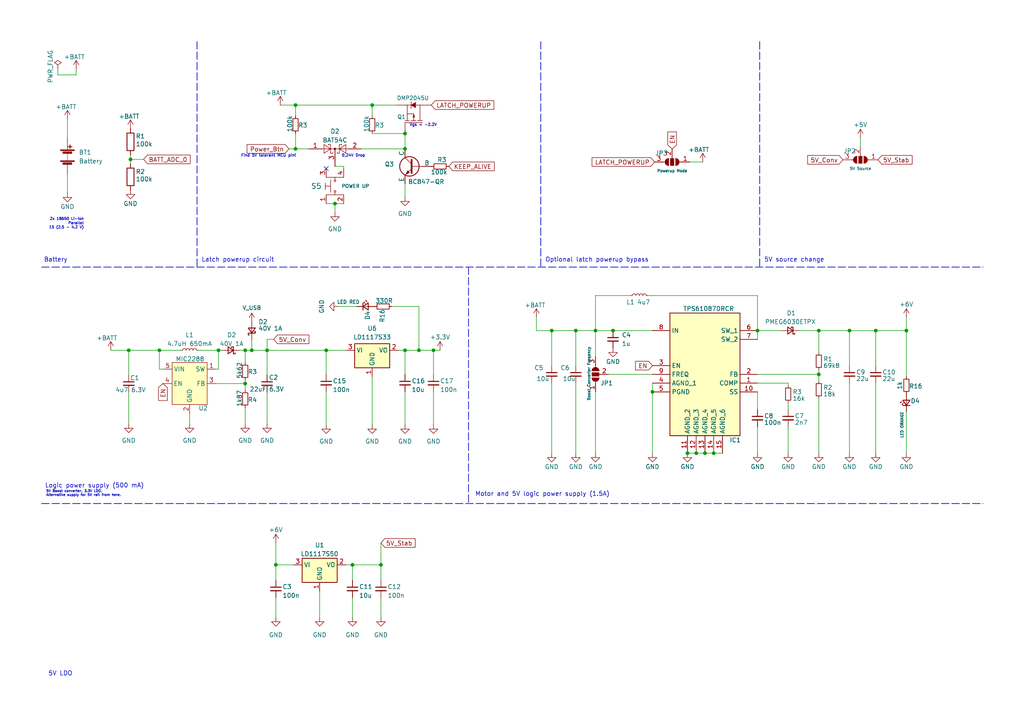
<source format=kicad_sch>
(kicad_sch (version 20230121) (generator eeschema)

  (uuid b4b14b9c-6202-4c33-a824-c5f1ed9d3eaf)

  (paper "A4")

  (title_block
    (title "Power Supply")
  )

  (lib_symbols
    (symbol "Device:Battery" (pin_numbers hide) (pin_names (offset 0) hide) (in_bom yes) (on_board yes)
      (property "Reference" "BT" (at 2.54 2.54 0)
        (effects (font (size 1.27 1.27)) (justify left))
      )
      (property "Value" "Battery" (at 2.54 0 0)
        (effects (font (size 1.27 1.27)) (justify left))
      )
      (property "Footprint" "" (at 0 1.524 90)
        (effects (font (size 1.27 1.27)) hide)
      )
      (property "Datasheet" "~" (at 0 1.524 90)
        (effects (font (size 1.27 1.27)) hide)
      )
      (property "ki_keywords" "batt voltage-source cell" (at 0 0 0)
        (effects (font (size 1.27 1.27)) hide)
      )
      (property "ki_description" "Multiple-cell battery" (at 0 0 0)
        (effects (font (size 1.27 1.27)) hide)
      )
      (symbol "Battery_0_1"
        (rectangle (start -2.032 -1.397) (end 2.032 -1.651)
          (stroke (width 0) (type default))
          (fill (type outline))
        )
        (rectangle (start -2.032 1.778) (end 2.032 1.524)
          (stroke (width 0) (type default))
          (fill (type outline))
        )
        (rectangle (start -1.3208 -1.9812) (end 1.27 -2.4892)
          (stroke (width 0) (type default))
          (fill (type outline))
        )
        (rectangle (start -1.3208 1.1938) (end 1.27 0.6858)
          (stroke (width 0) (type default))
          (fill (type outline))
        )
        (polyline
          (pts
            (xy 0 -1.524)
            (xy 0 -1.27)
          )
          (stroke (width 0) (type default))
          (fill (type none))
        )
        (polyline
          (pts
            (xy 0 -1.016)
            (xy 0 -0.762)
          )
          (stroke (width 0) (type default))
          (fill (type none))
        )
        (polyline
          (pts
            (xy 0 -0.508)
            (xy 0 -0.254)
          )
          (stroke (width 0) (type default))
          (fill (type none))
        )
        (polyline
          (pts
            (xy 0 0)
            (xy 0 0.254)
          )
          (stroke (width 0) (type default))
          (fill (type none))
        )
        (polyline
          (pts
            (xy 0 0.508)
            (xy 0 0.762)
          )
          (stroke (width 0) (type default))
          (fill (type none))
        )
        (polyline
          (pts
            (xy 0 1.778)
            (xy 0 2.54)
          )
          (stroke (width 0) (type default))
          (fill (type none))
        )
        (polyline
          (pts
            (xy 0.254 2.667)
            (xy 1.27 2.667)
          )
          (stroke (width 0.254) (type default))
          (fill (type none))
        )
        (polyline
          (pts
            (xy 0.762 3.175)
            (xy 0.762 2.159)
          )
          (stroke (width 0.254) (type default))
          (fill (type none))
        )
      )
      (symbol "Battery_1_1"
        (pin passive line (at 0 5.08 270) (length 2.54)
          (name "+" (effects (font (size 1.27 1.27))))
          (number "1" (effects (font (size 1.27 1.27))))
        )
        (pin passive line (at 0 -5.08 90) (length 2.54)
          (name "-" (effects (font (size 1.27 1.27))))
          (number "2" (effects (font (size 1.27 1.27))))
        )
      )
    )
    (symbol "Device:C_Small" (pin_numbers hide) (pin_names (offset 0.254) hide) (in_bom yes) (on_board yes)
      (property "Reference" "C" (at 0.254 1.778 0)
        (effects (font (size 1.27 1.27)) (justify left))
      )
      (property "Value" "C_Small" (at 0.254 -2.032 0)
        (effects (font (size 1.27 1.27)) (justify left))
      )
      (property "Footprint" "" (at 0 0 0)
        (effects (font (size 1.27 1.27)) hide)
      )
      (property "Datasheet" "~" (at 0 0 0)
        (effects (font (size 1.27 1.27)) hide)
      )
      (property "ki_keywords" "capacitor cap" (at 0 0 0)
        (effects (font (size 1.27 1.27)) hide)
      )
      (property "ki_description" "Unpolarized capacitor, small symbol" (at 0 0 0)
        (effects (font (size 1.27 1.27)) hide)
      )
      (property "ki_fp_filters" "C_*" (at 0 0 0)
        (effects (font (size 1.27 1.27)) hide)
      )
      (symbol "C_Small_0_1"
        (polyline
          (pts
            (xy -1.524 -0.508)
            (xy 1.524 -0.508)
          )
          (stroke (width 0.3302) (type default))
          (fill (type none))
        )
        (polyline
          (pts
            (xy -1.524 0.508)
            (xy 1.524 0.508)
          )
          (stroke (width 0.3048) (type default))
          (fill (type none))
        )
      )
      (symbol "C_Small_1_1"
        (pin passive line (at 0 2.54 270) (length 2.032)
          (name "~" (effects (font (size 1.27 1.27))))
          (number "1" (effects (font (size 1.27 1.27))))
        )
        (pin passive line (at 0 -2.54 90) (length 2.032)
          (name "~" (effects (font (size 1.27 1.27))))
          (number "2" (effects (font (size 1.27 1.27))))
        )
      )
    )
    (symbol "Device:D_Schottky_Small" (pin_numbers hide) (pin_names (offset 0.254) hide) (in_bom yes) (on_board yes)
      (property "Reference" "D" (at -1.27 2.032 0)
        (effects (font (size 1.27 1.27)) (justify left))
      )
      (property "Value" "D_Schottky_Small" (at -7.112 -2.032 0)
        (effects (font (size 1.27 1.27)) (justify left))
      )
      (property "Footprint" "" (at 0 0 90)
        (effects (font (size 1.27 1.27)) hide)
      )
      (property "Datasheet" "~" (at 0 0 90)
        (effects (font (size 1.27 1.27)) hide)
      )
      (property "ki_keywords" "diode Schottky" (at 0 0 0)
        (effects (font (size 1.27 1.27)) hide)
      )
      (property "ki_description" "Schottky diode, small symbol" (at 0 0 0)
        (effects (font (size 1.27 1.27)) hide)
      )
      (property "ki_fp_filters" "TO-???* *_Diode_* *SingleDiode* D_*" (at 0 0 0)
        (effects (font (size 1.27 1.27)) hide)
      )
      (symbol "D_Schottky_Small_0_1"
        (polyline
          (pts
            (xy -0.762 0)
            (xy 0.762 0)
          )
          (stroke (width 0) (type default))
          (fill (type none))
        )
        (polyline
          (pts
            (xy 0.762 -1.016)
            (xy -0.762 0)
            (xy 0.762 1.016)
            (xy 0.762 -1.016)
          )
          (stroke (width 0.254) (type default))
          (fill (type none))
        )
        (polyline
          (pts
            (xy -1.27 0.762)
            (xy -1.27 1.016)
            (xy -0.762 1.016)
            (xy -0.762 -1.016)
            (xy -0.254 -1.016)
            (xy -0.254 -0.762)
          )
          (stroke (width 0.254) (type default))
          (fill (type none))
        )
      )
      (symbol "D_Schottky_Small_1_1"
        (pin passive line (at -2.54 0 0) (length 1.778)
          (name "K" (effects (font (size 1.27 1.27))))
          (number "1" (effects (font (size 1.27 1.27))))
        )
        (pin passive line (at 2.54 0 180) (length 1.778)
          (name "A" (effects (font (size 1.27 1.27))))
          (number "2" (effects (font (size 1.27 1.27))))
        )
      )
    )
    (symbol "Device:LED_Small" (pin_numbers hide) (pin_names (offset 0.254) hide) (in_bom yes) (on_board yes)
      (property "Reference" "D" (at -1.27 3.175 0)
        (effects (font (size 1.27 1.27)) (justify left))
      )
      (property "Value" "LED_Small" (at -4.445 -2.54 0)
        (effects (font (size 1.27 1.27)) (justify left))
      )
      (property "Footprint" "" (at 0 0 90)
        (effects (font (size 1.27 1.27)) hide)
      )
      (property "Datasheet" "~" (at 0 0 90)
        (effects (font (size 1.27 1.27)) hide)
      )
      (property "ki_keywords" "LED diode light-emitting-diode" (at 0 0 0)
        (effects (font (size 1.27 1.27)) hide)
      )
      (property "ki_description" "Light emitting diode, small symbol" (at 0 0 0)
        (effects (font (size 1.27 1.27)) hide)
      )
      (property "ki_fp_filters" "LED* LED_SMD:* LED_THT:*" (at 0 0 0)
        (effects (font (size 1.27 1.27)) hide)
      )
      (symbol "LED_Small_0_1"
        (polyline
          (pts
            (xy -0.762 -1.016)
            (xy -0.762 1.016)
          )
          (stroke (width 0.254) (type default))
          (fill (type none))
        )
        (polyline
          (pts
            (xy 1.016 0)
            (xy -0.762 0)
          )
          (stroke (width 0) (type default))
          (fill (type none))
        )
        (polyline
          (pts
            (xy 0.762 -1.016)
            (xy -0.762 0)
            (xy 0.762 1.016)
            (xy 0.762 -1.016)
          )
          (stroke (width 0.254) (type default))
          (fill (type none))
        )
        (polyline
          (pts
            (xy 0 0.762)
            (xy -0.508 1.27)
            (xy -0.254 1.27)
            (xy -0.508 1.27)
            (xy -0.508 1.016)
          )
          (stroke (width 0) (type default))
          (fill (type none))
        )
        (polyline
          (pts
            (xy 0.508 1.27)
            (xy 0 1.778)
            (xy 0.254 1.778)
            (xy 0 1.778)
            (xy 0 1.524)
          )
          (stroke (width 0) (type default))
          (fill (type none))
        )
      )
      (symbol "LED_Small_1_1"
        (pin passive line (at -2.54 0 0) (length 1.778)
          (name "K" (effects (font (size 1.27 1.27))))
          (number "1" (effects (font (size 1.27 1.27))))
        )
        (pin passive line (at 2.54 0 180) (length 1.778)
          (name "A" (effects (font (size 1.27 1.27))))
          (number "2" (effects (font (size 1.27 1.27))))
        )
      )
    )
    (symbol "Device:L_Small" (pin_numbers hide) (pin_names (offset 0.254) hide) (in_bom yes) (on_board yes)
      (property "Reference" "L" (at 0.762 1.016 0)
        (effects (font (size 1.27 1.27)) (justify left))
      )
      (property "Value" "L_Small" (at 0.762 -1.016 0)
        (effects (font (size 1.27 1.27)) (justify left))
      )
      (property "Footprint" "" (at 0 0 0)
        (effects (font (size 1.27 1.27)) hide)
      )
      (property "Datasheet" "~" (at 0 0 0)
        (effects (font (size 1.27 1.27)) hide)
      )
      (property "ki_keywords" "inductor choke coil reactor magnetic" (at 0 0 0)
        (effects (font (size 1.27 1.27)) hide)
      )
      (property "ki_description" "Inductor, small symbol" (at 0 0 0)
        (effects (font (size 1.27 1.27)) hide)
      )
      (property "ki_fp_filters" "Choke_* *Coil* Inductor_* L_*" (at 0 0 0)
        (effects (font (size 1.27 1.27)) hide)
      )
      (symbol "L_Small_0_1"
        (arc (start 0 -2.032) (mid 0.5058 -1.524) (end 0 -1.016)
          (stroke (width 0) (type default))
          (fill (type none))
        )
        (arc (start 0 -1.016) (mid 0.5058 -0.508) (end 0 0)
          (stroke (width 0) (type default))
          (fill (type none))
        )
        (arc (start 0 0) (mid 0.5058 0.508) (end 0 1.016)
          (stroke (width 0) (type default))
          (fill (type none))
        )
        (arc (start 0 1.016) (mid 0.5058 1.524) (end 0 2.032)
          (stroke (width 0) (type default))
          (fill (type none))
        )
      )
      (symbol "L_Small_1_1"
        (pin passive line (at 0 2.54 270) (length 0.508)
          (name "~" (effects (font (size 1.27 1.27))))
          (number "1" (effects (font (size 1.27 1.27))))
        )
        (pin passive line (at 0 -2.54 90) (length 0.508)
          (name "~" (effects (font (size 1.27 1.27))))
          (number "2" (effects (font (size 1.27 1.27))))
        )
      )
    )
    (symbol "Device:R" (pin_numbers hide) (pin_names (offset 0)) (in_bom yes) (on_board yes)
      (property "Reference" "R" (at 2.032 0 90)
        (effects (font (size 1.27 1.27)))
      )
      (property "Value" "R" (at 0 0 90)
        (effects (font (size 1.27 1.27)))
      )
      (property "Footprint" "" (at -1.778 0 90)
        (effects (font (size 1.27 1.27)) hide)
      )
      (property "Datasheet" "~" (at 0 0 0)
        (effects (font (size 1.27 1.27)) hide)
      )
      (property "ki_keywords" "R res resistor" (at 0 0 0)
        (effects (font (size 1.27 1.27)) hide)
      )
      (property "ki_description" "Resistor" (at 0 0 0)
        (effects (font (size 1.27 1.27)) hide)
      )
      (property "ki_fp_filters" "R_*" (at 0 0 0)
        (effects (font (size 1.27 1.27)) hide)
      )
      (symbol "R_0_1"
        (rectangle (start -1.016 -2.54) (end 1.016 2.54)
          (stroke (width 0.254) (type default))
          (fill (type none))
        )
      )
      (symbol "R_1_1"
        (pin passive line (at 0 3.81 270) (length 1.27)
          (name "~" (effects (font (size 1.27 1.27))))
          (number "1" (effects (font (size 1.27 1.27))))
        )
        (pin passive line (at 0 -3.81 90) (length 1.27)
          (name "~" (effects (font (size 1.27 1.27))))
          (number "2" (effects (font (size 1.27 1.27))))
        )
      )
    )
    (symbol "Device:R_Small" (pin_numbers hide) (pin_names (offset 0.254) hide) (in_bom yes) (on_board yes)
      (property "Reference" "R" (at 0.762 0.508 0)
        (effects (font (size 1.27 1.27)) (justify left))
      )
      (property "Value" "R_Small" (at 0.762 -1.016 0)
        (effects (font (size 1.27 1.27)) (justify left))
      )
      (property "Footprint" "" (at 0 0 0)
        (effects (font (size 1.27 1.27)) hide)
      )
      (property "Datasheet" "~" (at 0 0 0)
        (effects (font (size 1.27 1.27)) hide)
      )
      (property "ki_keywords" "R resistor" (at 0 0 0)
        (effects (font (size 1.27 1.27)) hide)
      )
      (property "ki_description" "Resistor, small symbol" (at 0 0 0)
        (effects (font (size 1.27 1.27)) hide)
      )
      (property "ki_fp_filters" "R_*" (at 0 0 0)
        (effects (font (size 1.27 1.27)) hide)
      )
      (symbol "R_Small_0_1"
        (rectangle (start -0.762 1.778) (end 0.762 -1.778)
          (stroke (width 0.2032) (type default))
          (fill (type none))
        )
      )
      (symbol "R_Small_1_1"
        (pin passive line (at 0 2.54 270) (length 0.762)
          (name "~" (effects (font (size 1.27 1.27))))
          (number "1" (effects (font (size 1.27 1.27))))
        )
        (pin passive line (at 0 -2.54 90) (length 0.762)
          (name "~" (effects (font (size 1.27 1.27))))
          (number "2" (effects (font (size 1.27 1.27))))
        )
      )
    )
    (symbol "Diode:BAT54C" (pin_names (offset 1.016)) (in_bom yes) (on_board yes)
      (property "Reference" "D" (at 0.635 -3.81 0)
        (effects (font (size 1.27 1.27)) (justify left))
      )
      (property "Value" "BAT54C" (at -6.35 3.175 0)
        (effects (font (size 1.27 1.27)) (justify left))
      )
      (property "Footprint" "Package_TO_SOT_SMD:SOT-23" (at 1.905 3.175 0)
        (effects (font (size 1.27 1.27)) (justify left) hide)
      )
      (property "Datasheet" "http://www.diodes.com/_files/datasheets/ds11005.pdf" (at -2.032 0 0)
        (effects (font (size 1.27 1.27)) hide)
      )
      (property "ki_keywords" "schottky diode common cathode" (at 0 0 0)
        (effects (font (size 1.27 1.27)) hide)
      )
      (property "ki_description" "dual schottky barrier diode, common cathode" (at 0 0 0)
        (effects (font (size 1.27 1.27)) hide)
      )
      (property "ki_fp_filters" "SOT?23*" (at 0 0 0)
        (effects (font (size 1.27 1.27)) hide)
      )
      (symbol "BAT54C_0_1"
        (polyline
          (pts
            (xy -1.905 0)
            (xy 1.905 0)
          )
          (stroke (width 0) (type default))
          (fill (type none))
        )
        (polyline
          (pts
            (xy -1.905 1.27)
            (xy -1.905 1.016)
          )
          (stroke (width 0) (type default))
          (fill (type none))
        )
        (polyline
          (pts
            (xy -1.27 -1.27)
            (xy -0.635 -1.27)
          )
          (stroke (width 0) (type default))
          (fill (type none))
        )
        (polyline
          (pts
            (xy -1.27 0)
            (xy -3.81 0)
          )
          (stroke (width 0) (type default))
          (fill (type none))
        )
        (polyline
          (pts
            (xy -1.27 1.27)
            (xy -1.905 1.27)
          )
          (stroke (width 0) (type default))
          (fill (type none))
        )
        (polyline
          (pts
            (xy -1.27 1.27)
            (xy -1.27 -1.27)
          )
          (stroke (width 0) (type default))
          (fill (type none))
        )
        (polyline
          (pts
            (xy -0.635 -1.27)
            (xy -0.635 -1.016)
          )
          (stroke (width 0) (type default))
          (fill (type none))
        )
        (polyline
          (pts
            (xy 0.635 -1.27)
            (xy 0.635 -1.016)
          )
          (stroke (width 0) (type default))
          (fill (type none))
        )
        (polyline
          (pts
            (xy 1.27 -1.27)
            (xy 0.635 -1.27)
          )
          (stroke (width 0) (type default))
          (fill (type none))
        )
        (polyline
          (pts
            (xy 1.27 1.27)
            (xy 1.27 -1.27)
          )
          (stroke (width 0) (type default))
          (fill (type none))
        )
        (polyline
          (pts
            (xy 1.27 1.27)
            (xy 1.905 1.27)
          )
          (stroke (width 0) (type default))
          (fill (type none))
        )
        (polyline
          (pts
            (xy 1.905 1.27)
            (xy 1.905 1.016)
          )
          (stroke (width 0) (type default))
          (fill (type none))
        )
        (polyline
          (pts
            (xy 3.81 0)
            (xy 1.27 0)
          )
          (stroke (width 0) (type default))
          (fill (type none))
        )
        (polyline
          (pts
            (xy -3.175 -1.27)
            (xy -3.175 1.27)
            (xy -1.27 0)
            (xy -3.175 -1.27)
          )
          (stroke (width 0) (type default))
          (fill (type none))
        )
        (polyline
          (pts
            (xy 3.175 -1.27)
            (xy 3.175 1.27)
            (xy 1.27 0)
            (xy 3.175 -1.27)
          )
          (stroke (width 0) (type default))
          (fill (type none))
        )
        (circle (center 0 0) (radius 0.254)
          (stroke (width 0) (type default))
          (fill (type outline))
        )
      )
      (symbol "BAT54C_1_1"
        (pin passive line (at -7.62 0 0) (length 3.81)
          (name "~" (effects (font (size 1.27 1.27))))
          (number "1" (effects (font (size 1.27 1.27))))
        )
        (pin passive line (at 7.62 0 180) (length 3.81)
          (name "~" (effects (font (size 1.27 1.27))))
          (number "2" (effects (font (size 1.27 1.27))))
        )
        (pin passive line (at 0 -5.08 90) (length 5.08)
          (name "~" (effects (font (size 1.27 1.27))))
          (number "3" (effects (font (size 1.27 1.27))))
        )
      )
    )
    (symbol "Jumper:SolderJumper_3_Open" (pin_names (offset 0) hide) (in_bom yes) (on_board yes)
      (property "Reference" "JP" (at -2.54 -2.54 0)
        (effects (font (size 1.27 1.27)))
      )
      (property "Value" "SolderJumper_3_Open" (at 0 2.794 0)
        (effects (font (size 1.27 1.27)))
      )
      (property "Footprint" "" (at 0 0 0)
        (effects (font (size 1.27 1.27)) hide)
      )
      (property "Datasheet" "~" (at 0 0 0)
        (effects (font (size 1.27 1.27)) hide)
      )
      (property "ki_keywords" "Solder Jumper SPDT" (at 0 0 0)
        (effects (font (size 1.27 1.27)) hide)
      )
      (property "ki_description" "Solder Jumper, 3-pole, open" (at 0 0 0)
        (effects (font (size 1.27 1.27)) hide)
      )
      (property "ki_fp_filters" "SolderJumper*Open*" (at 0 0 0)
        (effects (font (size 1.27 1.27)) hide)
      )
      (symbol "SolderJumper_3_Open_0_1"
        (arc (start -1.016 1.016) (mid -2.0276 0) (end -1.016 -1.016)
          (stroke (width 0) (type default))
          (fill (type none))
        )
        (arc (start -1.016 1.016) (mid -2.0276 0) (end -1.016 -1.016)
          (stroke (width 0) (type default))
          (fill (type outline))
        )
        (rectangle (start -0.508 1.016) (end 0.508 -1.016)
          (stroke (width 0) (type default))
          (fill (type outline))
        )
        (polyline
          (pts
            (xy -2.54 0)
            (xy -2.032 0)
          )
          (stroke (width 0) (type default))
          (fill (type none))
        )
        (polyline
          (pts
            (xy -1.016 1.016)
            (xy -1.016 -1.016)
          )
          (stroke (width 0) (type default))
          (fill (type none))
        )
        (polyline
          (pts
            (xy 0 -1.27)
            (xy 0 -1.016)
          )
          (stroke (width 0) (type default))
          (fill (type none))
        )
        (polyline
          (pts
            (xy 1.016 1.016)
            (xy 1.016 -1.016)
          )
          (stroke (width 0) (type default))
          (fill (type none))
        )
        (polyline
          (pts
            (xy 2.54 0)
            (xy 2.032 0)
          )
          (stroke (width 0) (type default))
          (fill (type none))
        )
        (arc (start 1.016 -1.016) (mid 2.0276 0) (end 1.016 1.016)
          (stroke (width 0) (type default))
          (fill (type none))
        )
        (arc (start 1.016 -1.016) (mid 2.0276 0) (end 1.016 1.016)
          (stroke (width 0) (type default))
          (fill (type outline))
        )
      )
      (symbol "SolderJumper_3_Open_1_1"
        (pin passive line (at -5.08 0 0) (length 2.54)
          (name "A" (effects (font (size 1.27 1.27))))
          (number "1" (effects (font (size 1.27 1.27))))
        )
        (pin passive line (at 0 -3.81 90) (length 2.54)
          (name "C" (effects (font (size 1.27 1.27))))
          (number "2" (effects (font (size 1.27 1.27))))
        )
        (pin passive line (at 5.08 0 180) (length 2.54)
          (name "B" (effects (font (size 1.27 1.27))))
          (number "3" (effects (font (size 1.27 1.27))))
        )
      )
    )
    (symbol "Regulator_Linear:LD1117S33TR_SOT223" (in_bom yes) (on_board yes)
      (property "Reference" "U" (at -3.81 3.175 0)
        (effects (font (size 1.27 1.27)))
      )
      (property "Value" "LD1117S33TR_SOT223" (at 0 3.175 0)
        (effects (font (size 1.27 1.27)) (justify left))
      )
      (property "Footprint" "Package_TO_SOT_SMD:SOT-223-3_TabPin2" (at 0 5.08 0)
        (effects (font (size 1.27 1.27)) hide)
      )
      (property "Datasheet" "http://www.st.com/st-web-ui/static/active/en/resource/technical/document/datasheet/CD00000544.pdf" (at 2.54 -6.35 0)
        (effects (font (size 1.27 1.27)) hide)
      )
      (property "ki_keywords" "REGULATOR LDO 3.3V" (at 0 0 0)
        (effects (font (size 1.27 1.27)) hide)
      )
      (property "ki_description" "800mA Fixed Low Drop Positive Voltage Regulator, Fixed Output 3.3V, SOT-223" (at 0 0 0)
        (effects (font (size 1.27 1.27)) hide)
      )
      (property "ki_fp_filters" "SOT?223*TabPin2*" (at 0 0 0)
        (effects (font (size 1.27 1.27)) hide)
      )
      (symbol "LD1117S33TR_SOT223_0_1"
        (rectangle (start -5.08 -5.08) (end 5.08 1.905)
          (stroke (width 0.254) (type default))
          (fill (type background))
        )
      )
      (symbol "LD1117S33TR_SOT223_1_1"
        (pin power_in line (at 0 -7.62 90) (length 2.54)
          (name "GND" (effects (font (size 1.27 1.27))))
          (number "1" (effects (font (size 1.27 1.27))))
        )
        (pin power_out line (at 7.62 0 180) (length 2.54)
          (name "VO" (effects (font (size 1.27 1.27))))
          (number "2" (effects (font (size 1.27 1.27))))
        )
        (pin power_in line (at -7.62 0 0) (length 2.54)
          (name "VI" (effects (font (size 1.27 1.27))))
          (number "3" (effects (font (size 1.27 1.27))))
        )
      )
    )
    (symbol "Regulator_Linear:LD1117S50TR_SOT223" (in_bom yes) (on_board yes)
      (property "Reference" "U" (at -3.81 3.175 0)
        (effects (font (size 1.27 1.27)))
      )
      (property "Value" "LD1117S50TR_SOT223" (at 0 3.175 0)
        (effects (font (size 1.27 1.27)) (justify left))
      )
      (property "Footprint" "Package_TO_SOT_SMD:SOT-223-3_TabPin2" (at 0 5.08 0)
        (effects (font (size 1.27 1.27)) hide)
      )
      (property "Datasheet" "http://www.st.com/st-web-ui/static/active/en/resource/technical/document/datasheet/CD00000544.pdf" (at 2.54 -6.35 0)
        (effects (font (size 1.27 1.27)) hide)
      )
      (property "ki_keywords" "REGULATOR LDO 5.0V" (at 0 0 0)
        (effects (font (size 1.27 1.27)) hide)
      )
      (property "ki_description" "800mA Fixed Low Drop Positive Voltage Regulator, Fixed Output 5.0V, SOT-223" (at 0 0 0)
        (effects (font (size 1.27 1.27)) hide)
      )
      (property "ki_fp_filters" "SOT?223*TabPin2*" (at 0 0 0)
        (effects (font (size 1.27 1.27)) hide)
      )
      (symbol "LD1117S50TR_SOT223_0_1"
        (rectangle (start -5.08 -5.08) (end 5.08 1.905)
          (stroke (width 0.254) (type default))
          (fill (type background))
        )
      )
      (symbol "LD1117S50TR_SOT223_1_1"
        (pin power_in line (at 0 -7.62 90) (length 2.54)
          (name "GND" (effects (font (size 1.27 1.27))))
          (number "1" (effects (font (size 1.27 1.27))))
        )
        (pin power_out line (at 7.62 0 180) (length 2.54)
          (name "VO" (effects (font (size 1.27 1.27))))
          (number "2" (effects (font (size 1.27 1.27))))
        )
        (pin power_in line (at -7.62 0 0) (length 2.54)
          (name "VI" (effects (font (size 1.27 1.27))))
          (number "3" (effects (font (size 1.27 1.27))))
        )
      )
    )
    (symbol "Simulation_SPICE:NPN" (pin_numbers hide) (pin_names (offset 0)) (in_bom yes) (on_board yes)
      (property "Reference" "Q" (at -2.54 7.62 0)
        (effects (font (size 1.27 1.27)))
      )
      (property "Value" "NPN" (at -2.54 5.08 0)
        (effects (font (size 1.27 1.27)))
      )
      (property "Footprint" "" (at 63.5 0 0)
        (effects (font (size 1.27 1.27)) hide)
      )
      (property "Datasheet" "~" (at 63.5 0 0)
        (effects (font (size 1.27 1.27)) hide)
      )
      (property "Sim.Device" "NPN" (at 0 0 0)
        (effects (font (size 1.27 1.27)) hide)
      )
      (property "Sim.Type" "GUMMELPOON" (at 0 0 0)
        (effects (font (size 1.27 1.27)) hide)
      )
      (property "Sim.Pins" "1=C 2=B 3=E" (at 0 0 0)
        (effects (font (size 1.27 1.27)) hide)
      )
      (property "ki_keywords" "simulation" (at 0 0 0)
        (effects (font (size 1.27 1.27)) hide)
      )
      (property "ki_description" "Bipolar transistor symbol for simulation only, substrate tied to the emitter" (at 0 0 0)
        (effects (font (size 1.27 1.27)) hide)
      )
      (symbol "NPN_0_1"
        (polyline
          (pts
            (xy -2.54 0)
            (xy 0.635 0)
          )
          (stroke (width 0.1524) (type default))
          (fill (type none))
        )
        (polyline
          (pts
            (xy 0.635 0.635)
            (xy 2.54 2.54)
          )
          (stroke (width 0) (type default))
          (fill (type none))
        )
        (polyline
          (pts
            (xy 2.794 -1.27)
            (xy 2.794 -1.27)
          )
          (stroke (width 0.1524) (type default))
          (fill (type none))
        )
        (polyline
          (pts
            (xy 2.794 -1.27)
            (xy 2.794 -1.27)
          )
          (stroke (width 0.1524) (type default))
          (fill (type none))
        )
        (polyline
          (pts
            (xy 0.635 -0.635)
            (xy 2.54 -2.54)
            (xy 2.54 -2.54)
          )
          (stroke (width 0) (type default))
          (fill (type none))
        )
        (polyline
          (pts
            (xy 0.635 1.905)
            (xy 0.635 -1.905)
            (xy 0.635 -1.905)
          )
          (stroke (width 0.508) (type default))
          (fill (type none))
        )
        (polyline
          (pts
            (xy 1.27 -1.778)
            (xy 1.778 -1.27)
            (xy 2.286 -2.286)
            (xy 1.27 -1.778)
            (xy 1.27 -1.778)
          )
          (stroke (width 0) (type default))
          (fill (type outline))
        )
        (circle (center 1.27 0) (radius 2.8194)
          (stroke (width 0.254) (type default))
          (fill (type none))
        )
      )
      (symbol "NPN_1_1"
        (pin open_collector line (at 2.54 5.08 270) (length 2.54)
          (name "C" (effects (font (size 1.27 1.27))))
          (number "1" (effects (font (size 1.27 1.27))))
        )
        (pin input line (at -5.08 0 0) (length 2.54)
          (name "B" (effects (font (size 1.27 1.27))))
          (number "2" (effects (font (size 1.27 1.27))))
        )
        (pin open_emitter line (at 2.54 -5.08 90) (length 2.54)
          (name "E" (effects (font (size 1.27 1.27))))
          (number "3" (effects (font (size 1.27 1.27))))
        )
      )
    )
    (symbol "SparkFun-DiscreteSemi:MOSFET_PCH-IRLML2244" (pin_numbers hide) (pin_names (offset 1.016) hide) (in_bom yes) (on_board yes)
      (property "Reference" "Q" (at 3.81 3.81 0)
        (effects (font (size 1.143 1.143)) (justify left bottom))
      )
      (property "Value" "MOSFET_PCH-IRLML2244" (at 3.81 -5.08 0)
        (effects (font (size 1.143 1.143)) (justify left bottom))
      )
      (property "Footprint" "SOT23-3" (at 0 6.35 0)
        (effects (font (size 0.508 0.508)) hide)
      )
      (property "Datasheet" "" (at 0 0 0)
        (effects (font (size 1.27 1.27)) hide)
      )
      (property "Field4" "TRANS-11153" (at 0 7.62 0)
        (effects (font (size 1.524 1.524)))
      )
      (property "ki_locked" "" (at 0 0 0)
        (effects (font (size 1.27 1.27)))
      )
      (property "ki_keywords" "PROD_ID:TRANS-11153" (at 0 0 0)
        (effects (font (size 1.27 1.27)) hide)
      )
      (property "ki_description" "P-channel MOSFETs Voltage controlled devices that allow control of high current outputs. <b>SparkFun Products:</b><ul><li><a href= https://www.sparkfun.com/products/13907 >SparkFun ESP32 Thing</a></li><li><a href= https://www.sparkfun.com/products/13231 >SparkFun ESP8266 Thing</a></li></ul>" (at 0 0 0)
        (effects (font (size 1.27 1.27)) hide)
      )
      (property "ki_fp_filters" "*SOT23-3* *SOT23-3*" (at 0 0 0)
        (effects (font (size 1.27 1.27)) hide)
      )
      (symbol "MOSFET_PCH-IRLML2244_1_0"
        (polyline
          (pts
            (xy -2.54 -2.54)
            (xy -2.54 2.54)
          )
          (stroke (width 0) (type solid))
          (fill (type none))
        )
        (polyline
          (pts
            (xy -1.9812 -1.905)
            (xy -1.9812 -2.54)
          )
          (stroke (width 0) (type solid))
          (fill (type none))
        )
        (polyline
          (pts
            (xy -1.9812 -1.905)
            (xy 0 -1.905)
          )
          (stroke (width 0) (type solid))
          (fill (type none))
        )
        (polyline
          (pts
            (xy -1.9812 -1.2954)
            (xy -1.9812 -1.905)
          )
          (stroke (width 0) (type solid))
          (fill (type none))
        )
        (polyline
          (pts
            (xy -1.9812 0)
            (xy -1.9812 -0.8382)
          )
          (stroke (width 0) (type solid))
          (fill (type none))
        )
        (polyline
          (pts
            (xy -1.9812 0.6858)
            (xy -1.9812 0)
          )
          (stroke (width 0) (type solid))
          (fill (type none))
        )
        (polyline
          (pts
            (xy -1.9812 1.8034)
            (xy -1.9812 1.0922)
          )
          (stroke (width 0) (type solid))
          (fill (type none))
        )
        (polyline
          (pts
            (xy -1.9812 1.8034)
            (xy 2.54 1.8034)
          )
          (stroke (width 0) (type solid))
          (fill (type none))
        )
        (polyline
          (pts
            (xy -1.9812 2.54)
            (xy -1.9812 1.8034)
          )
          (stroke (width 0) (type solid))
          (fill (type none))
        )
        (polyline
          (pts
            (xy 0 -1.905)
            (xy 0 0)
          )
          (stroke (width 0) (type solid))
          (fill (type none))
        )
        (polyline
          (pts
            (xy 0 0)
            (xy -1.9812 0)
          )
          (stroke (width 0) (type solid))
          (fill (type none))
        )
        (polyline
          (pts
            (xy 1.778 -0.762)
            (xy 1.6002 -0.9398)
          )
          (stroke (width 0) (type solid))
          (fill (type none))
        )
        (polyline
          (pts
            (xy 1.778 -0.762)
            (xy 3.302 -0.762)
          )
          (stroke (width 0) (type solid))
          (fill (type none))
        )
        (polyline
          (pts
            (xy 2.54 -2.54)
            (xy 2.54 -1.905)
          )
          (stroke (width 0) (type solid))
          (fill (type none))
        )
        (polyline
          (pts
            (xy 2.54 -1.905)
            (xy 0 -1.905)
          )
          (stroke (width 0) (type solid))
          (fill (type none))
        )
        (polyline
          (pts
            (xy 2.54 -1.905)
            (xy 2.54 -0.7874)
          )
          (stroke (width 0) (type solid))
          (fill (type none))
        )
        (polyline
          (pts
            (xy 2.54 1.8034)
            (xy 2.54 0.5842)
          )
          (stroke (width 0) (type solid))
          (fill (type none))
        )
        (polyline
          (pts
            (xy 2.54 2.54)
            (xy 2.54 1.8034)
          )
          (stroke (width 0) (type solid))
          (fill (type none))
        )
        (polyline
          (pts
            (xy 3.4798 -0.5842)
            (xy 3.302 -0.762)
          )
          (stroke (width 0) (type solid))
          (fill (type none))
        )
      )
      (symbol "MOSFET_PCH-IRLML2244_1_1"
        (polyline
          (pts
            (xy -0.1778 0)
            (xy -0.9398 -0.254)
            (xy -0.9398 -0.254)
            (xy -0.9398 0.254)
            (xy -0.9398 0.254)
            (xy -0.1778 0)
          )
          (stroke (width 0) (type solid))
          (fill (type outline))
        )
        (polyline
          (pts
            (xy 3.302 0.508)
            (xy 2.54 -0.762)
            (xy 2.54 -0.762)
            (xy 1.778 0.508)
            (xy 1.778 0.508)
            (xy 3.302 0.508)
          )
          (stroke (width 0) (type solid))
          (fill (type outline))
        )
        (pin bidirectional line (at -5.08 -2.54 0) (length 2.54)
          (name "G" (effects (font (size 1.016 1.016))))
          (number "1" (effects (font (size 1.016 1.016))))
        )
        (pin bidirectional line (at 2.54 -5.08 90) (length 2.54)
          (name "S" (effects (font (size 1.016 1.016))))
          (number "2" (effects (font (size 1.016 1.016))))
        )
        (pin bidirectional line (at 2.54 5.08 270) (length 2.54)
          (name "D" (effects (font (size 1.016 1.016))))
          (number "3" (effects (font (size 1.016 1.016))))
        )
      )
    )
    (symbol "SparkFun-PowerSymbols:V_USB" (power) (pin_numbers hide) (pin_names (offset 1.016) hide) (in_bom yes) (on_board yes)
      (property "Reference" "#SUPPLY" (at 1.27 0 0)
        (effects (font (size 1.143 1.143)) (justify left bottom) hide)
      )
      (property "Value" "V_USB" (at -2.54 3.81 0)
        (effects (font (size 1.143 1.143)) (justify left bottom))
      )
      (property "Footprint" "XXX-00000" (at 0 7.62 0)
        (effects (font (size 1.524 1.524)))
      )
      (property "Datasheet" "" (at 0 0 0)
        (effects (font (size 1.524 1.524)) hide)
      )
      (property "ki_locked" "" (at 0 0 0)
        (effects (font (size 1.27 1.27)))
      )
      (property "ki_keywords" "PROD_ID:XXX-00000" (at 0 0 0)
        (effects (font (size 1.27 1.27)) hide)
      )
      (property "ki_description" "USB Voltage Supply" (at 0 0 0)
        (effects (font (size 1.27 1.27)) hide)
      )
      (symbol "V_USB_1_0"
        (polyline
          (pts
            (xy 0 0)
            (xy 0 2.54)
          )
          (stroke (width 0) (type solid))
          (fill (type none))
        )
        (polyline
          (pts
            (xy 0 2.54)
            (xy -0.762 1.27)
          )
          (stroke (width 0) (type solid))
          (fill (type none))
        )
        (polyline
          (pts
            (xy 0.762 1.27)
            (xy 0 2.54)
          )
          (stroke (width 0) (type solid))
          (fill (type none))
        )
      )
      (symbol "V_USB_1_1"
        (pin power_in line (at 0 0 90) (length 0) hide
          (name "V_USB" (effects (font (size 1.016 1.016))))
          (number "~" (effects (font (size 1.016 1.016))))
        )
      )
    )
    (symbol "TPS61087DRCR:TPS61087DRCR" (in_bom yes) (on_board yes)
      (property "Reference" "IC2" (at 22.352 -24.13 0)
        (effects (font (size 1.27 1.27)) (justify left))
      )
      (property "Value" "TPS61087DRCR" (at 8.89 13.97 0)
        (effects (font (size 1.27 1.27)) (justify left))
      )
      (property "Footprint" "TPS61087DRCR" (at 26.67 -84.76 0)
        (effects (font (size 1.27 1.27)) (justify left top) hide)
      )
      (property "Datasheet" "https://www.ti.com/lit/ds/symlink/tps61087.pdf?ts=1616752413060&ref_url=https%253A%252F%252Fwww.ti.com%252Fstore%252Fti%252Fen%252Fp%252Fproduct%252F%253Fp%253DTPS61087DRCR" (at 26.67 -184.76 0)
        (effects (font (size 1.27 1.27)) (justify left top) hide)
      )
      (property "Height" "1" (at 26.67 -384.76 0)
        (effects (font (size 1.27 1.27)) (justify left top) hide)
      )
      (property "TME Electronic Components Part Number" "" (at 26.67 -484.76 0)
        (effects (font (size 1.27 1.27)) (justify left top) hide)
      )
      (property "TME Electronic Components Price/Stock" "" (at 26.67 -584.76 0)
        (effects (font (size 1.27 1.27)) (justify left top) hide)
      )
      (property "Manufacturer_Name" "Texas Instruments" (at 26.67 -684.76 0)
        (effects (font (size 1.27 1.27)) (justify left top) hide)
      )
      (property "Manufacturer_Part_Number" "TPS61087DRCR" (at 26.67 -784.76 0)
        (effects (font (size 1.27 1.27)) (justify left top) hide)
      )
      (property "ki_description" "Switching Voltage Regulators 650kHz/1.2MHz Step Up DC-DC Converter" (at 0 0 0)
        (effects (font (size 1.27 1.27)) hide)
      )
      (symbol "TPS61087DRCR_1_1"
        (rectangle (start 5.08 12.7) (end 25.4 -22.86)
          (stroke (width 0.254) (type default))
          (fill (type background))
        )
        (pin passive line (at 30.48 -7.62 180) (length 5.08)
          (name "COMP" (effects (font (size 1.27 1.27))))
          (number "1" (effects (font (size 1.27 1.27))))
        )
        (pin passive line (at 30.48 -10.16 180) (length 5.08)
          (name "SS" (effects (font (size 1.27 1.27))))
          (number "10" (effects (font (size 1.27 1.27))))
        )
        (pin passive line (at 10.16 -27.94 90) (length 5.08)
          (name "AGND_2" (effects (font (size 1.27 1.27))))
          (number "11" (effects (font (size 1.27 1.27))))
        )
        (pin passive line (at 12.7 -27.94 90) (length 5.08)
          (name "AGND_3" (effects (font (size 1.27 1.27))))
          (number "12" (effects (font (size 1.27 1.27))))
        )
        (pin passive line (at 15.24 -27.94 90) (length 5.08)
          (name "AGND_4" (effects (font (size 1.27 1.27))))
          (number "13" (effects (font (size 1.27 1.27))))
        )
        (pin passive line (at 17.78 -27.94 90) (length 5.08)
          (name "AGND_5" (effects (font (size 1.27 1.27))))
          (number "14" (effects (font (size 1.27 1.27))))
        )
        (pin passive line (at 20.32 -27.94 90) (length 5.08)
          (name "AGND_6" (effects (font (size 1.27 1.27))))
          (number "15" (effects (font (size 1.27 1.27))))
        )
        (pin passive line (at 30.48 -5.08 180) (length 5.08)
          (name "FB" (effects (font (size 1.27 1.27))))
          (number "2" (effects (font (size 1.27 1.27))))
        )
        (pin passive line (at 0 -2.54 0) (length 5.08)
          (name "EN" (effects (font (size 1.27 1.27))))
          (number "3" (effects (font (size 1.27 1.27))))
        )
        (pin passive line (at 0 -7.62 0) (length 5.08)
          (name "AGND_1" (effects (font (size 1.27 1.27))))
          (number "4" (effects (font (size 1.27 1.27))))
        )
        (pin passive line (at 0 -10.16 0) (length 5.08)
          (name "PGND" (effects (font (size 1.27 1.27))))
          (number "5" (effects (font (size 1.27 1.27))))
        )
        (pin passive line (at 30.48 7.62 180) (length 5.08)
          (name "SW_1" (effects (font (size 1.27 1.27))))
          (number "6" (effects (font (size 1.27 1.27))))
        )
        (pin passive line (at 30.48 5.08 180) (length 5.08)
          (name "SW_2" (effects (font (size 1.27 1.27))))
          (number "7" (effects (font (size 1.27 1.27))))
        )
        (pin passive line (at 0 7.62 0) (length 5.08)
          (name "IN" (effects (font (size 1.27 1.27))))
          (number "8" (effects (font (size 1.27 1.27))))
        )
        (pin passive line (at 0 -5.08 0) (length 5.08)
          (name "FREQ" (effects (font (size 1.27 1.27))))
          (number "9" (effects (font (size 1.27 1.27))))
        )
      )
    )
    (symbol "Zalfon-kicad-lib:MIC2288" (in_bom yes) (on_board yes)
      (property "Reference" "U" (at 4.064 6.985 0)
        (effects (font (size 1.27 1.27)))
      )
      (property "Value" "MIC2288" (at 4.445 -7.112 0)
        (effects (font (size 1.27 1.27)))
      )
      (property "Footprint" "Package_TO_SOT_SMD:TSOT-23-5" (at 0.254 -10.922 0)
        (effects (font (size 1.27 1.27)) hide)
      )
      (property "Datasheet" "" (at 0 0 0)
        (effects (font (size 1.27 1.27)) hide)
      )
      (symbol "MIC2288_1_1"
        (rectangle (start -5.08 6.096) (end 5.08 -6.096)
          (stroke (width 0) (type default))
          (fill (type background))
        )
        (pin output line (at 7.62 4.191 180) (length 2.54)
          (name "SW" (effects (font (size 1.27 1.27))))
          (number "1" (effects (font (size 1.27 1.27))))
        )
        (pin input line (at 0 -8.636 90) (length 2.54)
          (name "GND" (effects (font (size 1.27 1.27))))
          (number "2" (effects (font (size 1.27 1.27))))
        )
        (pin input line (at 7.62 0 180) (length 2.54)
          (name "FB" (effects (font (size 1.27 1.27))))
          (number "3" (effects (font (size 1.27 1.27))))
        )
        (pin input line (at -7.747 0 0) (length 2.54)
          (name "EN" (effects (font (size 1.27 1.27))))
          (number "4" (effects (font (size 1.27 1.27))))
        )
        (pin input line (at -7.62 4.191 0) (length 2.54)
          (name "VIN" (effects (font (size 1.27 1.27))))
          (number "5" (effects (font (size 1.27 1.27))))
        )
      )
    )
    (symbol "dk_Tactile-Switches:PTS645SM43SMTR92_LFS" (pin_names (offset 1.016)) (in_bom yes) (on_board yes)
      (property "Reference" "S" (at 0 5.08 0)
        (effects (font (size 1.524 1.524)))
      )
      (property "Value" "PTS645SM43SMTR92_LFS" (at 0 -5.334 0)
        (effects (font (size 1.524 1.524)))
      )
      (property "Footprint" "digikey-footprints:Switch_Tactile_SMD_6x6mm_PTS645" (at 5.08 5.08 0)
        (effects (font (size 1.524 1.524)) (justify left) hide)
      )
      (property "Datasheet" "https://www.ckswitches.com/media/1471/pts645.pdf" (at 5.08 7.62 0)
        (effects (font (size 1.524 1.524)) (justify left) hide)
      )
      (property "Digi-Key_PN" "CKN9112CT-ND" (at 5.08 10.16 0)
        (effects (font (size 1.524 1.524)) (justify left) hide)
      )
      (property "MPN" "PTS645SM43SMTR92 LFS" (at 5.08 12.7 0)
        (effects (font (size 1.524 1.524)) (justify left) hide)
      )
      (property "Category" "Switches" (at 5.08 15.24 0)
        (effects (font (size 1.524 1.524)) (justify left) hide)
      )
      (property "Family" "Tactile Switches" (at 5.08 17.78 0)
        (effects (font (size 1.524 1.524)) (justify left) hide)
      )
      (property "DK_Datasheet_Link" "https://www.ckswitches.com/media/1471/pts645.pdf" (at 5.08 20.32 0)
        (effects (font (size 1.524 1.524)) (justify left) hide)
      )
      (property "DK_Detail_Page" "/product-detail/en/c-k/PTS645SM43SMTR92-LFS/CKN9112CT-ND/1146934" (at 5.08 22.86 0)
        (effects (font (size 1.524 1.524)) (justify left) hide)
      )
      (property "Description" "SWITCH TACTILE SPST-NO 0.05A 12V" (at 5.08 25.4 0)
        (effects (font (size 1.524 1.524)) (justify left) hide)
      )
      (property "Manufacturer" "C&K" (at 5.08 27.94 0)
        (effects (font (size 1.524 1.524)) (justify left) hide)
      )
      (property "Status" "Active" (at 5.08 30.48 0)
        (effects (font (size 1.524 1.524)) (justify left) hide)
      )
      (property "ki_keywords" "CKN9112CT-ND PTS645" (at 0 0 0)
        (effects (font (size 1.27 1.27)) hide)
      )
      (property "ki_description" "SWITCH TACTILE SPST-NO 0.05A 12V" (at 0 0 0)
        (effects (font (size 1.27 1.27)) hide)
      )
      (symbol "PTS645SM43SMTR92_LFS_0_1"
        (circle (center -1.524 0) (radius 0.254)
          (stroke (width 0) (type solid))
          (fill (type none))
        )
        (polyline
          (pts
            (xy -2.54 2.54)
            (xy -2.54 -2.54)
          )
          (stroke (width 0) (type solid))
          (fill (type none))
        )
        (polyline
          (pts
            (xy -1.778 0)
            (xy -2.54 0)
          )
          (stroke (width 0) (type solid))
          (fill (type none))
        )
        (polyline
          (pts
            (xy -1.778 1.27)
            (xy 1.778 1.27)
          )
          (stroke (width 0) (type solid))
          (fill (type none))
        )
        (polyline
          (pts
            (xy 2.54 -2.54)
            (xy 2.54 2.54)
          )
          (stroke (width 0) (type solid))
          (fill (type none))
        )
        (polyline
          (pts
            (xy 2.54 0)
            (xy 1.778 0)
          )
          (stroke (width 0) (type solid))
          (fill (type none))
        )
        (circle (center 1.524 0) (radius 0.254)
          (stroke (width 0) (type solid))
          (fill (type none))
        )
      )
      (symbol "PTS645SM43SMTR92_LFS_1_1"
        (polyline
          (pts
            (xy -1.016 2.794)
            (xy 0.889 2.794)
          )
          (stroke (width 0) (type solid))
          (fill (type none))
        )
        (polyline
          (pts
            (xy 0 2.794)
            (xy 0 1.27)
          )
          (stroke (width 0) (type solid))
          (fill (type none))
        )
        (pin passive line (at -5.08 2.54 0) (length 2.54)
          (name "~" (effects (font (size 1.27 1.27))))
          (number "1" (effects (font (size 1.27 1.27))))
        )
        (pin passive line (at -5.08 -2.54 0) (length 2.54)
          (name "~" (effects (font (size 1.27 1.27))))
          (number "2" (effects (font (size 1.27 1.27))))
        )
        (pin passive line (at 5.08 2.54 180) (length 2.54)
          (name "~" (effects (font (size 1.27 1.27))))
          (number "3" (effects (font (size 1.27 1.27))))
        )
        (pin passive line (at 5.08 -2.54 180) (length 2.54)
          (name "~" (effects (font (size 1.27 1.27))))
          (number "4" (effects (font (size 1.27 1.27))))
        )
      )
    )
    (symbol "power:+3.3V" (power) (pin_names (offset 0)) (in_bom yes) (on_board yes)
      (property "Reference" "#PWR" (at 0 -3.81 0)
        (effects (font (size 1.27 1.27)) hide)
      )
      (property "Value" "+3.3V" (at 0 3.556 0)
        (effects (font (size 1.27 1.27)))
      )
      (property "Footprint" "" (at 0 0 0)
        (effects (font (size 1.27 1.27)) hide)
      )
      (property "Datasheet" "" (at 0 0 0)
        (effects (font (size 1.27 1.27)) hide)
      )
      (property "ki_keywords" "global power" (at 0 0 0)
        (effects (font (size 1.27 1.27)) hide)
      )
      (property "ki_description" "Power symbol creates a global label with name \"+3.3V\"" (at 0 0 0)
        (effects (font (size 1.27 1.27)) hide)
      )
      (symbol "+3.3V_0_1"
        (polyline
          (pts
            (xy -0.762 1.27)
            (xy 0 2.54)
          )
          (stroke (width 0) (type default))
          (fill (type none))
        )
        (polyline
          (pts
            (xy 0 0)
            (xy 0 2.54)
          )
          (stroke (width 0) (type default))
          (fill (type none))
        )
        (polyline
          (pts
            (xy 0 2.54)
            (xy 0.762 1.27)
          )
          (stroke (width 0) (type default))
          (fill (type none))
        )
      )
      (symbol "+3.3V_1_1"
        (pin power_in line (at 0 0 90) (length 0) hide
          (name "+3.3V" (effects (font (size 1.27 1.27))))
          (number "1" (effects (font (size 1.27 1.27))))
        )
      )
    )
    (symbol "power:+5V" (power) (pin_names (offset 0)) (in_bom yes) (on_board yes)
      (property "Reference" "#PWR" (at 0 -3.81 0)
        (effects (font (size 1.27 1.27)) hide)
      )
      (property "Value" "+5V" (at 0 3.556 0)
        (effects (font (size 1.27 1.27)))
      )
      (property "Footprint" "" (at 0 0 0)
        (effects (font (size 1.27 1.27)) hide)
      )
      (property "Datasheet" "" (at 0 0 0)
        (effects (font (size 1.27 1.27)) hide)
      )
      (property "ki_keywords" "global power" (at 0 0 0)
        (effects (font (size 1.27 1.27)) hide)
      )
      (property "ki_description" "Power symbol creates a global label with name \"+5V\"" (at 0 0 0)
        (effects (font (size 1.27 1.27)) hide)
      )
      (symbol "+5V_0_1"
        (polyline
          (pts
            (xy -0.762 1.27)
            (xy 0 2.54)
          )
          (stroke (width 0) (type default))
          (fill (type none))
        )
        (polyline
          (pts
            (xy 0 0)
            (xy 0 2.54)
          )
          (stroke (width 0) (type default))
          (fill (type none))
        )
        (polyline
          (pts
            (xy 0 2.54)
            (xy 0.762 1.27)
          )
          (stroke (width 0) (type default))
          (fill (type none))
        )
      )
      (symbol "+5V_1_1"
        (pin power_in line (at 0 0 90) (length 0) hide
          (name "+5V" (effects (font (size 1.27 1.27))))
          (number "1" (effects (font (size 1.27 1.27))))
        )
      )
    )
    (symbol "power:+6V" (power) (pin_names (offset 0)) (in_bom yes) (on_board yes)
      (property "Reference" "#PWR" (at 0 -3.81 0)
        (effects (font (size 1.27 1.27)) hide)
      )
      (property "Value" "+6V" (at 0 3.556 0)
        (effects (font (size 1.27 1.27)))
      )
      (property "Footprint" "" (at 0 0 0)
        (effects (font (size 1.27 1.27)) hide)
      )
      (property "Datasheet" "" (at 0 0 0)
        (effects (font (size 1.27 1.27)) hide)
      )
      (property "ki_keywords" "global power" (at 0 0 0)
        (effects (font (size 1.27 1.27)) hide)
      )
      (property "ki_description" "Power symbol creates a global label with name \"+6V\"" (at 0 0 0)
        (effects (font (size 1.27 1.27)) hide)
      )
      (symbol "+6V_0_1"
        (polyline
          (pts
            (xy -0.762 1.27)
            (xy 0 2.54)
          )
          (stroke (width 0) (type default))
          (fill (type none))
        )
        (polyline
          (pts
            (xy 0 0)
            (xy 0 2.54)
          )
          (stroke (width 0) (type default))
          (fill (type none))
        )
        (polyline
          (pts
            (xy 0 2.54)
            (xy 0.762 1.27)
          )
          (stroke (width 0) (type default))
          (fill (type none))
        )
      )
      (symbol "+6V_1_1"
        (pin power_in line (at 0 0 90) (length 0) hide
          (name "+6V" (effects (font (size 1.27 1.27))))
          (number "1" (effects (font (size 1.27 1.27))))
        )
      )
    )
    (symbol "power:+BATT" (power) (pin_names (offset 0)) (in_bom yes) (on_board yes)
      (property "Reference" "#PWR" (at 0 -3.81 0)
        (effects (font (size 1.27 1.27)) hide)
      )
      (property "Value" "+BATT" (at 0 3.556 0)
        (effects (font (size 1.27 1.27)))
      )
      (property "Footprint" "" (at 0 0 0)
        (effects (font (size 1.27 1.27)) hide)
      )
      (property "Datasheet" "" (at 0 0 0)
        (effects (font (size 1.27 1.27)) hide)
      )
      (property "ki_keywords" "global power battery" (at 0 0 0)
        (effects (font (size 1.27 1.27)) hide)
      )
      (property "ki_description" "Power symbol creates a global label with name \"+BATT\"" (at 0 0 0)
        (effects (font (size 1.27 1.27)) hide)
      )
      (symbol "+BATT_0_1"
        (polyline
          (pts
            (xy -0.762 1.27)
            (xy 0 2.54)
          )
          (stroke (width 0) (type default))
          (fill (type none))
        )
        (polyline
          (pts
            (xy 0 0)
            (xy 0 2.54)
          )
          (stroke (width 0) (type default))
          (fill (type none))
        )
        (polyline
          (pts
            (xy 0 2.54)
            (xy 0.762 1.27)
          )
          (stroke (width 0) (type default))
          (fill (type none))
        )
      )
      (symbol "+BATT_1_1"
        (pin power_in line (at 0 0 90) (length 0) hide
          (name "+BATT" (effects (font (size 1.27 1.27))))
          (number "1" (effects (font (size 1.27 1.27))))
        )
      )
    )
    (symbol "power:GND" (power) (pin_names (offset 0)) (in_bom yes) (on_board yes)
      (property "Reference" "#PWR" (at 0 -6.35 0)
        (effects (font (size 1.27 1.27)) hide)
      )
      (property "Value" "GND" (at 0 -3.81 0)
        (effects (font (size 1.27 1.27)))
      )
      (property "Footprint" "" (at 0 0 0)
        (effects (font (size 1.27 1.27)) hide)
      )
      (property "Datasheet" "" (at 0 0 0)
        (effects (font (size 1.27 1.27)) hide)
      )
      (property "ki_keywords" "global power" (at 0 0 0)
        (effects (font (size 1.27 1.27)) hide)
      )
      (property "ki_description" "Power symbol creates a global label with name \"GND\" , ground" (at 0 0 0)
        (effects (font (size 1.27 1.27)) hide)
      )
      (symbol "GND_0_1"
        (polyline
          (pts
            (xy 0 0)
            (xy 0 -1.27)
            (xy 1.27 -1.27)
            (xy 0 -2.54)
            (xy -1.27 -1.27)
            (xy 0 -1.27)
          )
          (stroke (width 0) (type default))
          (fill (type none))
        )
      )
      (symbol "GND_1_1"
        (pin power_in line (at 0 0 270) (length 0) hide
          (name "GND" (effects (font (size 1.27 1.27))))
          (number "1" (effects (font (size 1.27 1.27))))
        )
      )
    )
    (symbol "power:PWR_FLAG" (power) (pin_numbers hide) (pin_names (offset 0) hide) (in_bom yes) (on_board yes)
      (property "Reference" "#FLG" (at 0 1.905 0)
        (effects (font (size 1.27 1.27)) hide)
      )
      (property "Value" "PWR_FLAG" (at 0 3.81 0)
        (effects (font (size 1.27 1.27)))
      )
      (property "Footprint" "" (at 0 0 0)
        (effects (font (size 1.27 1.27)) hide)
      )
      (property "Datasheet" "~" (at 0 0 0)
        (effects (font (size 1.27 1.27)) hide)
      )
      (property "ki_keywords" "flag power" (at 0 0 0)
        (effects (font (size 1.27 1.27)) hide)
      )
      (property "ki_description" "Special symbol for telling ERC where power comes from" (at 0 0 0)
        (effects (font (size 1.27 1.27)) hide)
      )
      (symbol "PWR_FLAG_0_0"
        (pin power_out line (at 0 0 90) (length 0)
          (name "pwr" (effects (font (size 1.27 1.27))))
          (number "1" (effects (font (size 1.27 1.27))))
        )
      )
      (symbol "PWR_FLAG_0_1"
        (polyline
          (pts
            (xy 0 0)
            (xy 0 1.27)
            (xy -1.016 1.905)
            (xy 0 2.54)
            (xy 1.016 1.905)
            (xy 0 1.27)
          )
          (stroke (width 0) (type default))
          (fill (type none))
        )
      )
    )
  )

  (junction (at 46.228 101.6) (diameter 0) (color 0 0 0 0)
    (uuid 016db6b2-d0f8-43e9-8528-328159316b95)
  )
  (junction (at 160.02 95.885) (diameter 0) (color 0 0 0 0)
    (uuid 07e9b907-a0b2-483c-9953-b88cd3eb1486)
  )
  (junction (at 85.725 30.48) (diameter 0) (color 0 0 0 0)
    (uuid 07f3b26b-91e5-47fe-aa76-acbd1310da70)
  )
  (junction (at 110.49 163.83) (diameter 0) (color 0 0 0 0)
    (uuid 0b386a49-92b5-4758-8948-116ffae49f0f)
  )
  (junction (at 117.475 43.18) (diameter 0) (color 0 0 0 0)
    (uuid 0c632e1a-2bb7-48f2-b4be-81b058e1f40e)
  )
  (junction (at 63.373 101.6) (diameter 0) (color 0 0 0 0)
    (uuid 1c345a6e-6f19-4dd1-8e77-f794ef888d1e)
  )
  (junction (at 107.95 30.48) (diameter 0) (color 0 0 0 0)
    (uuid 1e147951-a2ca-4921-a5d0-ca6dbc33bb63)
  )
  (junction (at 121.5033 101.6) (diameter 0) (color 0 0 0 0)
    (uuid 2492c8a8-e88b-4e5f-8651-89c55d282d32)
  )
  (junction (at 37.338 101.6) (diameter 0) (color 0 0 0 0)
    (uuid 298b310e-00cc-402b-ae56-ed11929d7a54)
  )
  (junction (at 219.71 95.885) (diameter 0) (color 0 0 0 0)
    (uuid 35159253-ea34-4f30-87d5-818c8b03bc29)
  )
  (junction (at 167.005 95.885) (diameter 0) (color 0 0 0 0)
    (uuid 38d11158-6937-41b8-945a-d62d8d2cc37c)
  )
  (junction (at 117.475 38.735) (diameter 0) (color 0 0 0 0)
    (uuid 475faba8-e23e-4d26-b6b3-a0e9b7e125df)
  )
  (junction (at 117.475 101.6) (diameter 0) (color 0 0 0 0)
    (uuid 52d247eb-b881-4c49-bc8a-663f4d5f43da)
  )
  (junction (at 254 95.885) (diameter 0) (color 0 0 0 0)
    (uuid 535e5f6b-4946-4114-a089-d7b4a87cd9ac)
  )
  (junction (at 71.12 111.252) (diameter 0) (color 0 0 0 0)
    (uuid 59a41a6d-5367-4949-aa2b-e23927c26e7b)
  )
  (junction (at 246.38 95.885) (diameter 0) (color 0 0 0 0)
    (uuid 612eddf3-1aad-4887-8737-3678e9b82655)
  )
  (junction (at 172.72 95.885) (diameter 0) (color 0 0 0 0)
    (uuid 6e36317b-bb33-4964-aaaf-ea3fc4d27566)
  )
  (junction (at 97.155 59.055) (diameter 0) (color 0 0 0 0)
    (uuid 8a26bda6-3ea1-4bb7-82ce-13dbe542d90c)
  )
  (junction (at 80.01 163.83) (diameter 0) (color 0 0 0 0)
    (uuid 902473fb-88f7-4072-9032-6b4e5510c800)
  )
  (junction (at 94.615 101.6) (diameter 0) (color 0 0 0 0)
    (uuid 93223b87-644a-4dd2-af9b-124e525c4ece)
  )
  (junction (at 102.235 163.83) (diameter 0) (color 0 0 0 0)
    (uuid 9ae23f4e-b479-4226-9ab4-bbc13fad557c)
  )
  (junction (at 204.47 131.445) (diameter 0) (color 0 0 0 0)
    (uuid 9ec5d441-25f6-4b4a-aab5-792b713ded55)
  )
  (junction (at 237.49 95.885) (diameter 0) (color 0 0 0 0)
    (uuid 9f12ab8c-c153-4248-9d02-013b2136e6de)
  )
  (junction (at 201.93 131.445) (diameter 0) (color 0 0 0 0)
    (uuid a4adad57-193d-4882-afb3-ab87b105a51e)
  )
  (junction (at 177.8 95.885) (diameter 0) (color 0 0 0 0)
    (uuid a6f1f684-67f2-4ee0-83b1-08071196a970)
  )
  (junction (at 71.12 101.6) (diameter 0) (color 0 0 0 0)
    (uuid c021259c-1bf2-4e02-af46-8b7efaa811cd)
  )
  (junction (at 37.846 46.228) (diameter 0) (color 0 0 0 0)
    (uuid c1aa4602-4de8-437a-9ad0-0e420e97e5e2)
  )
  (junction (at 207.01 131.445) (diameter 0) (color 0 0 0 0)
    (uuid c8dfda40-b91f-4066-ae9e-bcbf02bc936a)
  )
  (junction (at 73.025 101.6) (diameter 0) (color 0 0 0 0)
    (uuid cfce5499-54e7-49c9-bd87-21bd8a90d281)
  )
  (junction (at 262.89 95.885) (diameter 0) (color 0 0 0 0)
    (uuid d1725ed4-5524-46e0-bafe-8ce82cdc0d58)
  )
  (junction (at 85.725 43.18) (diameter 0) (color 0 0 0 0)
    (uuid ddfdba21-3a20-4778-b3a5-be5015913760)
  )
  (junction (at 199.39 131.445) (diameter 0) (color 0 0 0 0)
    (uuid decd21e6-7354-468c-b46f-4beb09273755)
  )
  (junction (at 77.47 101.6) (diameter 0) (color 0 0 0 0)
    (uuid e0cdec52-16c8-4d84-b037-4bdc14e5e3fd)
  )
  (junction (at 237.49 108.585) (diameter 0) (color 0 0 0 0)
    (uuid e4f6b011-6e8e-40a2-b884-4d6464234ca0)
  )
  (junction (at 125.73 101.6) (diameter 0) (color 0 0 0 0)
    (uuid e9bbf27c-b85d-4bc4-a17f-43d0ab29b7c0)
  )
  (junction (at 189.23 113.665) (diameter 0) (color 0 0 0 0)
    (uuid eb412bcf-d9e8-45c4-a4d5-6ad25fd78b20)
  )

  (no_connect (at 94.615 48.895) (uuid d8b79080-34db-46aa-a1d4-60cf10892e9d))

  (wire (pts (xy 249.555 40.005) (xy 249.555 42.545))
    (stroke (width 0) (type default))
    (uuid 028cb0c7-a616-45d8-84d9-10106c894f38)
  )
  (wire (pts (xy 201.93 131.445) (xy 204.47 131.445))
    (stroke (width 0) (type default))
    (uuid 03128bba-d4cb-4f65-ad6b-391bc39d31d2)
  )
  (wire (pts (xy 121.5033 101.6) (xy 125.73 101.6))
    (stroke (width 0) (type default))
    (uuid 0a48df82-d220-4b57-9837-c9ea58c9a247)
  )
  (wire (pts (xy 77.47 113.792) (xy 77.47 122.936))
    (stroke (width 0) (type default))
    (uuid 0aa4ba6b-9c28-42f9-9b5f-c046a5f22b6b)
  )
  (wire (pts (xy 177.8 95.885) (xy 189.23 95.885))
    (stroke (width 0) (type default))
    (uuid 0afe5c30-624c-4f13-82a9-3dd1ed8d246c)
  )
  (wire (pts (xy 117.475 38.735) (xy 117.475 43.18))
    (stroke (width 0) (type default))
    (uuid 0cf58005-be17-4aac-9d54-df63f2cc5cc0)
  )
  (wire (pts (xy 117.475 101.6) (xy 117.475 108.585))
    (stroke (width 0) (type default))
    (uuid 1531b229-f6be-4968-9270-16fd723c2abf)
  )
  (wire (pts (xy 189.23 111.125) (xy 189.23 113.665))
    (stroke (width 0) (type default))
    (uuid 1ba14aff-366d-499c-b14e-d48b024f8f13)
  )
  (wire (pts (xy 92.71 171.45) (xy 92.71 179.07))
    (stroke (width 0) (type default))
    (uuid 211007de-a299-497d-a71c-71bc64456c58)
  )
  (wire (pts (xy 94.615 113.665) (xy 94.615 123.19))
    (stroke (width 0) (type default))
    (uuid 219515b4-847b-4d83-9520-be6abfb67382)
  )
  (wire (pts (xy 85.725 38.735) (xy 85.725 43.18))
    (stroke (width 0) (type default))
    (uuid 21ea1e59-553c-4155-b49e-c328172b5b1a)
  )
  (wire (pts (xy 160.02 111.125) (xy 160.02 131.445))
    (stroke (width 0) (type default))
    (uuid 26fa8690-ea7e-4080-a224-529609c182be)
  )
  (wire (pts (xy 167.005 111.125) (xy 167.005 131.445))
    (stroke (width 0) (type default))
    (uuid 2827eab9-fcfb-43a2-acdd-c6280ea542b5)
  )
  (wire (pts (xy 231.775 95.885) (xy 237.49 95.885))
    (stroke (width 0) (type default))
    (uuid 28ec78de-df74-4c51-811f-7dcb980c7e95)
  )
  (wire (pts (xy 199.39 131.445) (xy 201.93 131.445))
    (stroke (width 0) (type default))
    (uuid 29139cc5-d78d-4a57-b92c-1b4c69be456f)
  )
  (polyline (pts (xy 57.15 12.065) (xy 57.15 77.47))
    (stroke (width 0.2) (type dash))
    (uuid 293c8533-f44b-4cdf-aaeb-d263454c9566)
  )

  (wire (pts (xy 110.49 168.275) (xy 110.49 163.83))
    (stroke (width 0) (type default))
    (uuid 2caed558-fe07-4d03-b6af-91f067b37dd5)
  )
  (wire (pts (xy 80.01 173.355) (xy 80.01 179.07))
    (stroke (width 0) (type default))
    (uuid 2cf2b44d-e48f-4323-a7da-e9aac6061735)
  )
  (wire (pts (xy 19.558 50.292) (xy 19.558 56.007))
    (stroke (width 0) (type default))
    (uuid 2d2f8d61-b510-4d3e-aab0-d6cddf2797d9)
  )
  (wire (pts (xy 254 95.885) (xy 262.89 95.885))
    (stroke (width 0) (type default))
    (uuid 2d7daa5d-dcf3-4e34-89ce-745cf48d8134)
  )
  (wire (pts (xy 94.615 101.6) (xy 94.615 108.585))
    (stroke (width 0) (type default))
    (uuid 30ae3d71-1cab-4307-bcbb-f99bedcfb473)
  )
  (wire (pts (xy 79.375 98.425) (xy 77.47 98.425))
    (stroke (width 0) (type default))
    (uuid 322e6a26-d18c-4d07-89c7-8208fa066f62)
  )
  (wire (pts (xy 117.475 38.1) (xy 117.475 38.735))
    (stroke (width 0) (type default))
    (uuid 32e6368f-4835-4def-a739-fa1cb7763260)
  )
  (wire (pts (xy 125.73 101.6) (xy 127.635 101.6))
    (stroke (width 0) (type default))
    (uuid 35da6abd-6bc0-4da6-90e9-68d7c66826ec)
  )
  (wire (pts (xy 262.89 92.075) (xy 262.89 95.885))
    (stroke (width 0) (type default))
    (uuid 37f49928-283c-4b68-a5e8-35e7cba539e3)
  )
  (wire (pts (xy 73.025 98.425) (xy 73.025 101.6))
    (stroke (width 0) (type default))
    (uuid 3ad82c2a-339f-4c7e-9b80-bd7acc6b0bb2)
  )
  (wire (pts (xy 187.96 85.725) (xy 219.71 85.725))
    (stroke (width 0) (type default))
    (uuid 3c107355-4fe6-4a13-a7c3-03e864f29935)
  )
  (polyline (pts (xy 135.89 77.47) (xy 135.89 146.05))
    (stroke (width 0.2) (type dash))
    (uuid 3c19c06c-f3dc-44da-ae66-4b90b2fc65a9)
  )

  (wire (pts (xy 85.09 163.83) (xy 80.01 163.83))
    (stroke (width 0) (type default))
    (uuid 3c3dc720-ca90-4fee-b4be-afdb26c3f6b3)
  )
  (wire (pts (xy 73.025 101.6) (xy 71.12 101.6))
    (stroke (width 0) (type default))
    (uuid 3d944db9-04e7-4f69-8e30-b438bb724282)
  )
  (wire (pts (xy 115.57 101.6) (xy 117.475 101.6))
    (stroke (width 0) (type default))
    (uuid 3ea7971c-f14e-496c-b1ba-6c839e430578)
  )
  (wire (pts (xy 110.49 173.355) (xy 110.49 179.07))
    (stroke (width 0) (type default))
    (uuid 3fd11a04-ae04-44d3-8dfc-c0ed1c43cffe)
  )
  (wire (pts (xy 189.23 113.665) (xy 189.23 131.445))
    (stroke (width 0) (type default))
    (uuid 3ff8fcdb-a28d-4538-8d40-b7abc2c27f7f)
  )
  (wire (pts (xy 85.725 43.18) (xy 89.535 43.18))
    (stroke (width 0) (type default))
    (uuid 3ff9d4c7-ecd9-470d-810f-53594593c1fb)
  )
  (wire (pts (xy 219.71 85.725) (xy 219.71 95.885))
    (stroke (width 0) (type default))
    (uuid 40efdf14-a6b1-4665-a7b7-80cf7c43c89c)
  )
  (wire (pts (xy 254 111.125) (xy 254 131.445))
    (stroke (width 0) (type default))
    (uuid 431f4cfc-db75-43a9-a4ea-bd8f37ea1060)
  )
  (wire (pts (xy 63.373 101.6) (xy 64.389 101.6))
    (stroke (width 0) (type default))
    (uuid 469ee7c9-8e73-4bbd-9815-f40b3703934d)
  )
  (wire (pts (xy 63.373 107.061) (xy 63.373 101.6))
    (stroke (width 0) (type default))
    (uuid 46bc02c5-6489-4890-a52b-6aab766b2831)
  )
  (wire (pts (xy 219.71 95.885) (xy 219.71 98.425))
    (stroke (width 0) (type default))
    (uuid 47efbc49-22fa-4117-8c5b-a39d9fdd9160)
  )
  (wire (pts (xy 62.611 111.252) (xy 71.12 111.252))
    (stroke (width 0) (type default))
    (uuid 483ba363-df35-4750-9c3d-e272818de3b2)
  )
  (wire (pts (xy 219.71 113.665) (xy 219.71 118.745))
    (stroke (width 0) (type default))
    (uuid 494c1d9c-4cb3-4b06-8534-295eb26e97d9)
  )
  (wire (pts (xy 237.49 108.585) (xy 237.49 110.49))
    (stroke (width 0) (type default))
    (uuid 4b51f7ad-535d-4959-b90f-f22377a52d59)
  )
  (wire (pts (xy 102.235 163.83) (xy 102.235 168.275))
    (stroke (width 0) (type default))
    (uuid 4b551638-6380-4292-b468-897dbb3b191e)
  )
  (wire (pts (xy 80.01 163.83) (xy 80.01 168.275))
    (stroke (width 0) (type default))
    (uuid 4bebf127-17a8-4a73-8c8c-10decacfb902)
  )
  (wire (pts (xy 117.475 53.34) (xy 117.475 57.15))
    (stroke (width 0) (type default))
    (uuid 4d6a96ac-e3e7-4b5e-bb7e-9fba92122f0a)
  )
  (wire (pts (xy 37.846 44.958) (xy 37.846 46.228))
    (stroke (width 0) (type default))
    (uuid 5934fe66-07c4-46e5-aad4-886c94345dc6)
  )
  (wire (pts (xy 155.575 95.885) (xy 160.02 95.885))
    (stroke (width 0) (type default))
    (uuid 5a2378be-41de-443b-823a-9aa9d1008eb3)
  )
  (wire (pts (xy 237.49 95.885) (xy 246.38 95.885))
    (stroke (width 0) (type default))
    (uuid 5ae3f0ce-a8a2-4930-8e91-ad9a401d9c39)
  )
  (wire (pts (xy 97.155 61.595) (xy 97.155 59.055))
    (stroke (width 0) (type default))
    (uuid 5b3c85f0-e03c-466c-8ea7-c59c4ee8a853)
  )
  (wire (pts (xy 228.6 116.84) (xy 228.6 118.745))
    (stroke (width 0) (type default))
    (uuid 5dbf6aa7-82d6-4dc0-8a7c-fe7290c0bd11)
  )
  (wire (pts (xy 262.89 119.38) (xy 262.89 131.445))
    (stroke (width 0) (type default))
    (uuid 600df6b8-fba6-4923-b326-6dad5b277c6d)
  )
  (wire (pts (xy 16.764 21.717) (xy 22.098 21.717))
    (stroke (width 0) (type default))
    (uuid 60841f8f-6c91-4315-bd33-c69164d72497)
  )
  (wire (pts (xy 219.71 108.585) (xy 237.49 108.585))
    (stroke (width 0) (type default))
    (uuid 610cb5f7-d3bd-425f-85b2-d64e6e32ae71)
  )
  (wire (pts (xy 262.89 95.885) (xy 262.89 109.22))
    (stroke (width 0) (type default))
    (uuid 62a69772-1ba4-46a5-b6e7-e5f0b52a55b1)
  )
  (wire (pts (xy 97.155 59.055) (xy 94.615 59.055))
    (stroke (width 0) (type default))
    (uuid 653dee7c-15d8-4dc0-bbc5-1e6937d6ec0a)
  )
  (wire (pts (xy 16.764 20.066) (xy 16.764 21.717))
    (stroke (width 0) (type default))
    (uuid 66a05c3c-6753-4d43-8af6-a9f90fbd38db)
  )
  (wire (pts (xy 71.12 111.252) (xy 71.12 113.157))
    (stroke (width 0) (type default))
    (uuid 6d89d534-01c1-43c2-aa3d-4463c7190bc9)
  )
  (polyline (pts (xy 156.845 12.065) (xy 156.845 77.47))
    (stroke (width 0.2) (type dash))
    (uuid 6daec57c-a713-4264-8ed5-96866ec0751d)
  )

  (wire (pts (xy 207.01 131.445) (xy 209.55 131.445))
    (stroke (width 0) (type default))
    (uuid 6ea92fa2-50a6-4603-ab8f-86e085d7c56c)
  )
  (wire (pts (xy 19.558 34.544) (xy 19.558 40.132))
    (stroke (width 0) (type default))
    (uuid 710e5e71-73da-46b1-bf65-de7e1c2e2ad2)
  )
  (wire (pts (xy 107.95 30.48) (xy 114.935 30.48))
    (stroke (width 0) (type default))
    (uuid 78402a47-1962-4a60-ba50-0bdc07dba780)
  )
  (wire (pts (xy 254 95.885) (xy 254 106.045))
    (stroke (width 0) (type default))
    (uuid 793e4c42-a8b8-4b6c-897e-34737a3b084b)
  )
  (wire (pts (xy 117.475 113.665) (xy 117.475 123.19))
    (stroke (width 0) (type default))
    (uuid 795d27e6-21bc-47e5-9acb-a27f97b5d995)
  )
  (wire (pts (xy 69.469 101.6) (xy 71.12 101.6))
    (stroke (width 0) (type default))
    (uuid 7c014369-a5bb-4c2b-b17d-0d55ad4b20ea)
  )
  (wire (pts (xy 160.02 95.885) (xy 160.02 106.045))
    (stroke (width 0) (type default))
    (uuid 84f501d2-e738-4ea2-976c-50500258138f)
  )
  (wire (pts (xy 246.38 95.885) (xy 246.38 106.045))
    (stroke (width 0) (type default))
    (uuid 887e63f2-c2a5-43cd-9931-e438e07a55c5)
  )
  (wire (pts (xy 219.71 95.885) (xy 226.695 95.885))
    (stroke (width 0) (type default))
    (uuid 8b28991f-7e4a-4e32-838a-310bc83267c4)
  )
  (wire (pts (xy 160.02 95.885) (xy 167.005 95.885))
    (stroke (width 0) (type default))
    (uuid 8b6d7936-dc3b-41ff-9df9-f54f6aeaa608)
  )
  (wire (pts (xy 81.28 30.48) (xy 85.725 30.48))
    (stroke (width 0) (type default))
    (uuid 8c44f5ec-3c43-4ef8-b70e-74151a39b425)
  )
  (wire (pts (xy 200.025 46.99) (xy 203.835 46.99))
    (stroke (width 0) (type default))
    (uuid 8da484f6-2f54-4667-bb35-54c3d85dcd38)
  )
  (wire (pts (xy 77.47 101.6) (xy 94.615 101.6))
    (stroke (width 0) (type default))
    (uuid 8fd11212-869b-40bc-a281-db00ec87e6b6)
  )
  (wire (pts (xy 117.475 101.6) (xy 121.5033 101.6))
    (stroke (width 0) (type default))
    (uuid 912ce659-cdf3-423b-b6bf-d27d3e1e08f7)
  )
  (wire (pts (xy 85.725 30.48) (xy 107.95 30.48))
    (stroke (width 0) (type default))
    (uuid 935a007a-4120-401f-8f8c-d7514d554ff8)
  )
  (wire (pts (xy 83.82 43.18) (xy 85.725 43.18))
    (stroke (width 0) (type default))
    (uuid 94462183-b894-4faf-bcc1-967a3570d618)
  )
  (wire (pts (xy 107.95 109.22) (xy 107.95 123.19))
    (stroke (width 0) (type default))
    (uuid 99a14206-af0b-481c-9174-9797aec6fa8b)
  )
  (wire (pts (xy 172.72 95.885) (xy 172.72 103.505))
    (stroke (width 0) (type default))
    (uuid 9a3e3839-4d1e-4eff-8089-86f986a8f499)
  )
  (wire (pts (xy 167.005 95.885) (xy 167.005 106.045))
    (stroke (width 0) (type default))
    (uuid 9d2498e3-e90c-4f8c-9961-0f4cb9656b85)
  )
  (wire (pts (xy 110.49 163.83) (xy 102.235 163.83))
    (stroke (width 0) (type default))
    (uuid 9dd46ef0-369d-4a38-9a43-b22319d5d89c)
  )
  (wire (pts (xy 22.098 21.717) (xy 22.098 20.066))
    (stroke (width 0) (type default))
    (uuid 9e17497b-aa3a-4c85-98a4-652de90ee4b4)
  )
  (wire (pts (xy 204.47 131.445) (xy 207.01 131.445))
    (stroke (width 0) (type default))
    (uuid 9f6b4666-7189-4c3b-9c8f-9fa4d4c183fe)
  )
  (polyline (pts (xy 12.065 77.47) (xy 285.115 77.47))
    (stroke (width 0.2) (type dash))
    (uuid a0d4fa3e-8630-4358-96cf-f5dde7fb81e0)
  )

  (wire (pts (xy 102.235 173.355) (xy 102.235 179.07))
    (stroke (width 0) (type default))
    (uuid a0ebab13-669e-4915-bf46-b32f1331326f)
  )
  (wire (pts (xy 52.451 101.6) (xy 46.228 101.6))
    (stroke (width 0) (type default))
    (uuid a267f504-5c2b-466a-a06f-c65f82ebd399)
  )
  (wire (pts (xy 121.5033 88.9) (xy 121.5033 101.6))
    (stroke (width 0) (type default))
    (uuid a47ae6bb-07e2-4113-8375-5e6e80c07643)
  )
  (wire (pts (xy 237.49 95.885) (xy 237.49 102.235))
    (stroke (width 0) (type default))
    (uuid a5c54aa2-1ac7-41c7-b924-d97c67c0c863)
  )
  (wire (pts (xy 71.12 111.252) (xy 71.12 110.236))
    (stroke (width 0) (type default))
    (uuid ac0c31ed-c25e-423f-b259-ef78753c5f35)
  )
  (wire (pts (xy 37.338 113.792) (xy 37.338 122.936))
    (stroke (width 0) (type default))
    (uuid ad0943df-79a1-46e9-b8fa-81e048ae4ca0)
  )
  (wire (pts (xy 237.49 115.57) (xy 237.49 131.445))
    (stroke (width 0) (type default))
    (uuid ad3f025d-09aa-4600-bfe8-72f34068243e)
  )
  (wire (pts (xy 62.611 107.061) (xy 63.373 107.061))
    (stroke (width 0) (type default))
    (uuid ae08b239-ccd5-43e8-a554-b5b25ba27af0)
  )
  (wire (pts (xy 113.665 88.9) (xy 121.5033 88.9))
    (stroke (width 0) (type default))
    (uuid b037acb2-e1ad-42a4-af0b-3ab1927f5063)
  )
  (wire (pts (xy 85.725 30.48) (xy 85.725 33.655))
    (stroke (width 0) (type default))
    (uuid b31a2a67-6d58-4b38-aeba-463293c41843)
  )
  (wire (pts (xy 99.695 48.895) (xy 99.695 48.26))
    (stroke (width 0) (type default))
    (uuid b430066a-7138-48f8-a0c4-63c7c845d242)
  )
  (wire (pts (xy 167.005 95.885) (xy 172.72 95.885))
    (stroke (width 0) (type default))
    (uuid b90c2646-5cda-4aa9-bac2-0758b33f55ab)
  )
  (wire (pts (xy 104.775 43.18) (xy 117.475 43.18))
    (stroke (width 0) (type default))
    (uuid bc549a53-eb8e-429a-a7bb-280e4c28aa47)
  )
  (wire (pts (xy 97.155 59.055) (xy 99.695 59.055))
    (stroke (width 0) (type default))
    (uuid bdfd39e4-365d-4f96-8940-daae4f6336f9)
  )
  (wire (pts (xy 46.228 107.061) (xy 47.371 107.061))
    (stroke (width 0) (type default))
    (uuid c28b1656-ed66-4be9-aeb8-77ba3046f6fe)
  )
  (wire (pts (xy 219.71 111.125) (xy 228.6 111.125))
    (stroke (width 0) (type default))
    (uuid c29f45d8-dc29-437f-8252-40989a398270)
  )
  (wire (pts (xy 172.72 85.725) (xy 182.88 85.725))
    (stroke (width 0) (type default))
    (uuid c2a6f08d-6e4e-4b2a-bfea-c40508d897e0)
  )
  (wire (pts (xy 172.72 85.725) (xy 172.72 95.885))
    (stroke (width 0) (type default))
    (uuid c2eb9a70-7cef-47c1-9ad7-cb4340dae9ca)
  )
  (wire (pts (xy 125.73 113.665) (xy 125.73 123.19))
    (stroke (width 0) (type default))
    (uuid c3359399-ef88-4736-bc0d-7e45dc2688ba)
  )
  (wire (pts (xy 94.615 101.6) (xy 100.33 101.6))
    (stroke (width 0) (type default))
    (uuid c4a4342e-3aed-4531-9389-c3ea3dde233e)
  )
  (wire (pts (xy 103.505 88.9) (xy 98.1202 88.9))
    (stroke (width 0) (type default))
    (uuid c7eff2ab-9b8c-4c65-b6a7-1ead27104902)
  )
  (wire (pts (xy 77.47 108.712) (xy 77.47 101.6))
    (stroke (width 0) (type default))
    (uuid cb38f998-2566-4962-811b-aa51a18a3342)
  )
  (wire (pts (xy 107.95 30.48) (xy 107.95 33.655))
    (stroke (width 0) (type default))
    (uuid cf93fda2-1bba-4e7e-9e84-a815c0537fe4)
  )
  (wire (pts (xy 46.228 107.061) (xy 46.228 101.6))
    (stroke (width 0) (type default))
    (uuid cfb3915e-ca6a-45da-abd4-6c9065140a1a)
  )
  (wire (pts (xy 228.6 123.825) (xy 228.6 131.445))
    (stroke (width 0) (type default))
    (uuid d2b0e61d-f39f-4718-9827-080b6be73f55)
  )
  (wire (pts (xy 246.38 95.885) (xy 254 95.885))
    (stroke (width 0) (type default))
    (uuid d3e44783-8261-4997-991b-59747c086dcb)
  )
  (wire (pts (xy 71.12 101.6) (xy 71.12 105.156))
    (stroke (width 0) (type default))
    (uuid d4d0475f-3436-4ede-99e4-02d3b723581c)
  )
  (wire (pts (xy 172.72 95.885) (xy 177.8 95.885))
    (stroke (width 0) (type default))
    (uuid d7702418-c8e0-4d08-bd82-90003a7dcae7)
  )
  (wire (pts (xy 172.72 113.665) (xy 172.72 131.445))
    (stroke (width 0) (type default))
    (uuid d947909a-9a36-471e-95e1-bb0b8cfa0ba6)
  )
  (wire (pts (xy 71.12 122.936) (xy 71.12 118.237))
    (stroke (width 0) (type default))
    (uuid d99d2f52-5a7d-4aa3-bb07-41f84849259c)
  )
  (wire (pts (xy 107.95 38.735) (xy 117.475 38.735))
    (stroke (width 0) (type default))
    (uuid dc102185-f391-47b8-abeb-4256161ec730)
  )
  (wire (pts (xy 57.531 101.6) (xy 63.373 101.6))
    (stroke (width 0) (type default))
    (uuid dcc2e40b-fc00-4573-82c1-f68242937004)
  )
  (wire (pts (xy 32.131 101.6) (xy 37.338 101.6))
    (stroke (width 0) (type default))
    (uuid dd06e9cc-9af3-44a9-ab59-11073cbd8818)
  )
  (wire (pts (xy 80.01 157.48) (xy 80.01 163.83))
    (stroke (width 0) (type default))
    (uuid dd16eee3-866e-4939-a350-4aca163e72fc)
  )
  (wire (pts (xy 228.6 111.125) (xy 228.6 111.76))
    (stroke (width 0) (type default))
    (uuid dedc00f9-f4b8-4c79-8f36-457002e86e18)
  )
  (wire (pts (xy 99.695 48.26) (xy 97.155 48.26))
    (stroke (width 0) (type default))
    (uuid df4bb97e-e7bb-489d-bd78-a927e2a92dbc)
  )
  (wire (pts (xy 37.338 101.6) (xy 37.338 108.712))
    (stroke (width 0) (type default))
    (uuid e0f24936-85cb-4b92-ac7e-a137edb09651)
  )
  (wire (pts (xy 176.53 108.585) (xy 189.23 108.585))
    (stroke (width 0) (type default))
    (uuid e21178ab-54d1-4ee0-85e6-a4cdf6897314)
  )
  (wire (pts (xy 155.575 92.075) (xy 155.575 95.885))
    (stroke (width 0) (type default))
    (uuid e569484b-44c5-46c9-a017-4c4a48a94228)
  )
  (wire (pts (xy 77.47 98.425) (xy 77.47 101.6))
    (stroke (width 0) (type default))
    (uuid e5fee700-768d-4c5e-aa91-a911090b2edd)
  )
  (wire (pts (xy 54.991 119.888) (xy 54.991 122.936))
    (stroke (width 0) (type default))
    (uuid e6edf7b4-6e68-428e-9f48-83d88a2f26ba)
  )
  (wire (pts (xy 37.338 101.6) (xy 46.228 101.6))
    (stroke (width 0) (type default))
    (uuid ef444455-4ce6-49f5-ad00-baeb245f4f5e)
  )
  (wire (pts (xy 125.73 101.6) (xy 125.73 108.585))
    (stroke (width 0) (type default))
    (uuid ef87b167-55ba-4d71-a222-5515810c738c)
  )
  (wire (pts (xy 246.38 111.125) (xy 246.38 131.445))
    (stroke (width 0) (type default))
    (uuid f482fe51-dac5-4c65-91eb-d142cd87cf19)
  )
  (wire (pts (xy 100.33 163.83) (xy 102.235 163.83))
    (stroke (width 0) (type default))
    (uuid f5b22e62-6d2d-43ff-923e-cc9d27997679)
  )
  (wire (pts (xy 37.846 46.228) (xy 41.656 46.228))
    (stroke (width 0) (type default))
    (uuid f65a8582-e03a-4406-a250-682f51db9ff0)
  )
  (wire (pts (xy 110.49 157.48) (xy 110.49 163.83))
    (stroke (width 0) (type default))
    (uuid f780baf1-d4cc-427d-9c7a-9b3605abfcce)
  )
  (wire (pts (xy 77.47 101.6) (xy 73.025 101.6))
    (stroke (width 0) (type default))
    (uuid f9d6901a-088e-4f2e-9bfe-bcc13cc5b59d)
  )
  (wire (pts (xy 219.71 123.825) (xy 219.71 131.445))
    (stroke (width 0) (type default))
    (uuid fb228467-314c-40f3-9e95-c427c941b9ea)
  )
  (wire (pts (xy 37.846 46.228) (xy 37.846 47.498))
    (stroke (width 0) (type default))
    (uuid fe0004fd-3a16-4697-92d3-5f29249ef406)
  )
  (wire (pts (xy 237.49 107.315) (xy 237.49 108.585))
    (stroke (width 0) (type default))
    (uuid fe275500-58e0-41a8-963d-d3a2b9f7e161)
  )
  (polyline (pts (xy 12.065 146.05) (xy 285.115 146.05))
    (stroke (width 0.2) (type dash))
    (uuid fe2c15e1-4cb1-4230-ae91-b78556b79487)
  )
  (polyline (pts (xy 220.345 12.065) (xy 220.345 77.47))
    (stroke (width 0.2) (type dash))
    (uuid feb9910a-fff3-469f-a692-88fe58fa6ca4)
  )

  (text "Battery" (at 12.7 76.2 0)
    (effects (font (size 1.27 1.27)) (justify left bottom))
    (uuid 088ab647-6535-4d20-b9b0-350d76d7df30)
  )
  (text "Optional latch powerup bypass" (at 158.115 76.2 0)
    (effects (font (size 1.27 1.27)) (justify left bottom))
    (uuid 0e68951a-ac52-461b-b837-9556d927e4e0)
  )
  (text "5V source change" (at 221.615 76.2 0)
    (effects (font (size 1.27 1.27)) (justify left bottom))
    (uuid 0ff7e154-85e5-40ee-b713-3d880bdc6d7d)
  )
  (text "5V Boost converter, 3.3V LDO.\nAlternative supply for 5V rail from here. "
    (at 13.335 144.145 0)
    (effects (font (size 0.7 0.7)) (justify left bottom))
    (uuid 30125bd6-a74c-4ac6-ae11-4bf3ad5975e8)
  )
  (text "2x 18650 Li-ion\nParallel\n1S (2.5 - 4.2 V)" (at 24.384 66.548 0)
    (effects (font (size 0.762 0.762)) (justify right bottom))
    (uuid 3251045f-0b88-4068-82e6-235021c860ed)
  )
  (text "Latch powerup circuit\n" (at 58.42 76.2 0)
    (effects (font (size 1.27 1.27)) (justify left bottom))
    (uuid 5a4fffd2-e408-4e43-aa24-0df5d2a7c4d2)
  )
  (text "Vgs < -2.2V" (at 118.745 36.83 0)
    (effects (font (size 0.8 0.8)) (justify left bottom))
    (uuid 7810c5a6-40d6-454e-b2c4-57440cac3fa7)
  )
  (text "Find 5V tolerant MCU pin!" (at 69.85 45.72 0)
    (effects (font (size 0.8 0.8)) (justify left bottom))
    (uuid 82378ae2-453c-4438-add9-305ed945e580)
  )
  (text "5V LDO " (at 13.97 196.215 0)
    (effects (font (size 1.27 1.27)) (justify left bottom))
    (uuid bc9f58b7-6b93-4153-98f4-07aac5878fcd)
  )
  (text "0,24V Drop" (at 99.06 45.72 0)
    (effects (font (size 0.8 0.8)) (justify left bottom))
    (uuid bcdd75bd-c803-4e21-85ee-8f80897d23b1)
  )
  (text "Motor and 5V logic power supply (1.5A)" (at 137.795 144.145 0)
    (effects (font (size 1.27 1.27)) (justify left bottom))
    (uuid e958f32c-6f98-46f7-82cc-d3bcd92fcb8b)
  )
  (text "Logic power supply (500 mA)\n\n" (at 13.0164 143.7618 0)
    (effects (font (size 1.27 1.27)) (justify left bottom))
    (uuid f8556901-bd9a-4d5f-9bff-4323b96fd678)
  )

  (global_label "EN" (shape input) (at 189.23 106.045 180) (fields_autoplaced)
    (effects (font (size 1.27 1.27)) (justify right))
    (uuid 08713942-f2f9-421f-8b5f-004693a3c1f9)
    (property "Intersheetrefs" "${INTERSHEET_REFS}" (at 183.8447 106.045 0)
      (effects (font (size 1.27 1.27)) (justify right) hide)
    )
  )
  (global_label "5V_Conv" (shape input) (at 244.475 46.355 180) (fields_autoplaced)
    (effects (font (size 1.27 1.27)) (justify right))
    (uuid 19a82c36-51dd-4245-9dc1-a17118f7be83)
    (property "Intersheetrefs" "${INTERSHEET_REFS}" (at 233.7679 46.355 0)
      (effects (font (size 1.27 1.27)) (justify right) hide)
    )
  )
  (global_label "EN" (shape input) (at 47.244 111.252 270) (fields_autoplaced)
    (effects (font (size 1.27 1.27)) (justify right))
    (uuid 237a6a1d-2944-428d-a427-8447e95a99d7)
    (property "Intersheetrefs" "${INTERSHEET_REFS}" (at 47.244 116.6373 90)
      (effects (font (size 1.27 1.27)) (justify right) hide)
    )
  )
  (global_label "Power_Btn" (shape input) (at 83.82 43.18 180) (fields_autoplaced)
    (effects (font (size 1.27 1.27)) (justify right))
    (uuid 35d15100-83ff-4790-a41b-9f4c281d34a3)
    (property "Intersheetrefs" "${INTERSHEET_REFS}" (at 71.1776 43.18 0)
      (effects (font (size 1.27 1.27)) (justify right) hide)
    )
  )
  (global_label "LATCH_POWERUP" (shape input) (at 189.865 46.99 180) (fields_autoplaced)
    (effects (font (size 1.27 1.27)) (justify right))
    (uuid 388ad802-207a-4931-86c1-e7e9d892ffa2)
    (property "Intersheetrefs" "${INTERSHEET_REFS}" (at 171.2354 46.99 0)
      (effects (font (size 1.27 1.27)) (justify right) hide)
    )
  )
  (global_label "LATCH_POWERUP" (shape input) (at 125.095 30.48 0) (fields_autoplaced)
    (effects (font (size 1.27 1.27)) (justify left))
    (uuid 44bbb6bf-ed96-44eb-9075-f0c60ba45b03)
    (property "Intersheetrefs" "${INTERSHEET_REFS}" (at 143.7246 30.48 0)
      (effects (font (size 1.27 1.27)) (justify left) hide)
    )
  )
  (global_label "EN" (shape input) (at 194.945 43.18 90) (fields_autoplaced)
    (effects (font (size 1.27 1.27)) (justify left))
    (uuid 7555af3f-5699-4eb1-bbbb-febe6b3b1d1e)
    (property "Intersheetrefs" "${INTERSHEET_REFS}" (at 194.945 37.7947 90)
      (effects (font (size 1.27 1.27)) (justify left) hide)
    )
  )
  (global_label "BATT_ADC_0" (shape input) (at 41.656 46.228 0) (fields_autoplaced)
    (effects (font (size 1.27 1.27)) (justify left))
    (uuid 7aeef8d2-48f9-4361-8868-678e6f063dff)
    (property "Intersheetrefs" "${INTERSHEET_REFS}" (at 55.6289 46.228 0)
      (effects (font (size 1.27 1.27)) (justify left) hide)
    )
  )
  (global_label "5V_Stab" (shape input) (at 254.635 46.355 0) (fields_autoplaced)
    (effects (font (size 1.27 1.27)) (justify left))
    (uuid 8939a2fd-9b7b-4296-92f1-1ca4cb2aae2f)
    (property "Intersheetrefs" "${INTERSHEET_REFS}" (at 265.0397 46.355 0)
      (effects (font (size 1.27 1.27)) (justify left) hide)
    )
  )
  (global_label "KEEP_ALIVE" (shape input) (at 130.175 48.26 0) (fields_autoplaced)
    (effects (font (size 1.27 1.27)) (justify left))
    (uuid 9882751d-183d-4b0b-9bb5-d4686b654e8f)
    (property "Intersheetrefs" "${INTERSHEET_REFS}" (at 143.8455 48.26 0)
      (effects (font (size 1.27 1.27)) (justify left) hide)
    )
  )
  (global_label "5V_Stab" (shape input) (at 110.49 157.48 0) (fields_autoplaced)
    (effects (font (size 1.27 1.27)) (justify left))
    (uuid 9fe95f17-4cfd-4817-881f-4180dfe97ec6)
    (property "Intersheetrefs" "${INTERSHEET_REFS}" (at 120.8947 157.48 0)
      (effects (font (size 1.27 1.27)) (justify left) hide)
    )
  )
  (global_label "5V_Conv" (shape input) (at 79.375 98.425 0) (fields_autoplaced)
    (effects (font (size 1.27 1.27)) (justify left))
    (uuid c982eab6-d570-40fd-a745-8fc56b07b37e)
    (property "Intersheetrefs" "${INTERSHEET_REFS}" (at 90.0821 98.425 0)
      (effects (font (size 1.27 1.27)) (justify left) hide)
    )
  )

  (symbol (lib_id "Device:L_Small") (at 54.991 101.6 90) (unit 1)
    (in_bom yes) (on_board yes) (dnp no) (fields_autoplaced)
    (uuid 03aa5971-45e5-4d47-afef-f9790c4fcd0f)
    (property "Reference" "L1" (at 54.991 97.155 90)
      (effects (font (size 1.27 1.27)))
    )
    (property "Value" "4.7uH 650mA" (at 54.991 99.695 90)
      (effects (font (size 1.27 1.27)))
    )
    (property "Footprint" "Inductor_SMD:L_1812_4532Metric" (at 54.991 101.6 0)
      (effects (font (size 1.27 1.27)) hide)
    )
    (property "Datasheet" "~" (at 54.991 101.6 0)
      (effects (font (size 1.27 1.27)) hide)
    )
    (pin "1" (uuid f8b6ffc9-c0ca-473e-9742-2909bfc45311))
    (pin "2" (uuid e633ed8e-123f-4a13-b622-caba2e04cc08))
    (instances
      (project "Controller_board"
        (path "/79650e32-6fba-4eaa-902b-d1154ea8c394"
          (reference "L1") (unit 1)
        )
      )
      (project "Drv_board"
        (path "/f5f0886f-9115-42d1-ab59-d872f7456d0a"
          (reference "L2") (unit 1)
        )
        (path "/f5f0886f-9115-42d1-ab59-d872f7456d0a/e4c5a70b-512a-4b9f-ab91-b16b9dec5f3c"
          (reference "L2") (unit 1)
        )
      )
    )
  )

  (symbol (lib_id "SparkFun-PowerSymbols:V_USB") (at 73.025 93.345 0) (unit 1)
    (in_bom yes) (on_board yes) (dnp no)
    (uuid 063771db-3f45-4b6b-a43e-fac015b0074b)
    (property "Reference" "#SUPPLY02" (at 74.295 93.345 0)
      (effects (font (size 1.143 1.143)) (justify left bottom) hide)
    )
    (property "Value" "V_USB" (at 73.025 89.281 0)
      (effects (font (size 1.143 1.143)))
    )
    (property "Footprint" "XXX-00000" (at 73.025 89.662 0)
      (effects (font (size 1.524 1.524)) hide)
    )
    (property "Datasheet" "" (at 73.025 93.345 0)
      (effects (font (size 1.524 1.524)) hide)
    )
    (pin "~" (uuid 7432ee91-b93a-40e7-93ac-e73d00c09982))
    (instances
      (project "Controller_board"
        (path "/79650e32-6fba-4eaa-902b-d1154ea8c394"
          (reference "#SUPPLY02") (unit 1)
        )
      )
      (project "Drv_board"
        (path "/f5f0886f-9115-42d1-ab59-d872f7456d0a"
          (reference "#SUPPLY02") (unit 1)
        )
        (path "/f5f0886f-9115-42d1-ab59-d872f7456d0a/e4c5a70b-512a-4b9f-ab91-b16b9dec5f3c"
          (reference "#SUPPLY03") (unit 1)
        )
      )
    )
  )

  (symbol (lib_id "power:GND") (at 107.95 123.19 0) (unit 1)
    (in_bom yes) (on_board yes) (dnp no) (fields_autoplaced)
    (uuid 06ab4335-34d8-40b4-840c-1d6571318a17)
    (property "Reference" "#PWR077" (at 107.95 129.54 0)
      (effects (font (size 1.27 1.27)) hide)
    )
    (property "Value" "GND" (at 107.95 128.016 0)
      (effects (font (size 1.27 1.27)))
    )
    (property "Footprint" "" (at 107.95 123.19 0)
      (effects (font (size 1.27 1.27)) hide)
    )
    (property "Datasheet" "" (at 107.95 123.19 0)
      (effects (font (size 1.27 1.27)) hide)
    )
    (pin "1" (uuid 2df269a2-e851-4b06-9479-7ad98ebc54c1))
    (instances
      (project "Controller_board"
        (path "/79650e32-6fba-4eaa-902b-d1154ea8c394"
          (reference "#PWR077") (unit 1)
        )
      )
      (project "Drv_board"
        (path "/f5f0886f-9115-42d1-ab59-d872f7456d0a"
          (reference "#PWR035") (unit 1)
        )
        (path "/f5f0886f-9115-42d1-ab59-d872f7456d0a/e4c5a70b-512a-4b9f-ab91-b16b9dec5f3c"
          (reference "#PWR053") (unit 1)
        )
      )
    )
  )

  (symbol (lib_id "Device:C_Small") (at 110.49 170.815 0) (unit 1)
    (in_bom yes) (on_board yes) (dnp no)
    (uuid 0c2c566a-02a5-454b-a08e-add1f0d85e0e)
    (property "Reference" "C12" (at 112.395 170.18 0)
      (effects (font (size 1.27 1.27)) (justify left))
    )
    (property "Value" "100n" (at 112.395 172.72 0)
      (effects (font (size 1.27 1.27)) (justify left))
    )
    (property "Footprint" "Capacitor_SMD:C_0603_1608Metric" (at 110.49 170.815 0)
      (effects (font (size 1.27 1.27)) hide)
    )
    (property "Datasheet" "~" (at 110.49 170.815 0)
      (effects (font (size 1.27 1.27)) hide)
    )
    (pin "1" (uuid d493cff8-8afa-402f-bf4f-6f6f20586384))
    (pin "2" (uuid d6bfe119-d539-45cb-ab0c-9f16b2f557b7))
    (instances
      (project "Drv_board"
        (path "/f5f0886f-9115-42d1-ab59-d872f7456d0a"
          (reference "C12") (unit 1)
        )
        (path "/f5f0886f-9115-42d1-ab59-d872f7456d0a/e4c5a70b-512a-4b9f-ab91-b16b9dec5f3c"
          (reference "C27") (unit 1)
        )
      )
    )
  )

  (symbol (lib_id "Device:R_Small") (at 71.12 107.696 0) (unit 1)
    (in_bom yes) (on_board yes) (dnp no)
    (uuid 0ed2b973-7d32-4c91-ba0c-75c3847bb537)
    (property "Reference" "R3" (at 71.882 107.823 0)
      (effects (font (size 1.27 1.27)) (justify left))
    )
    (property "Value" "5k62" (at 69.469 109.855 90)
      (effects (font (size 1.27 1.27)) (justify left))
    )
    (property "Footprint" "Resistor_SMD:R_0603_1608Metric" (at 71.12 107.696 0)
      (effects (font (size 1.27 1.27)) hide)
    )
    (property "Datasheet" "~" (at 71.12 107.696 0)
      (effects (font (size 1.27 1.27)) hide)
    )
    (pin "1" (uuid 3617b354-e432-4f28-81ef-e04a757ab9e4))
    (pin "2" (uuid c3a4f8bb-00ec-4b0a-996f-a6d9bb6945a3))
    (instances
      (project "Controller_board"
        (path "/79650e32-6fba-4eaa-902b-d1154ea8c394"
          (reference "R3") (unit 1)
        )
      )
      (project "Drv_board"
        (path "/f5f0886f-9115-42d1-ab59-d872f7456d0a"
          (reference "R4") (unit 1)
        )
        (path "/f5f0886f-9115-42d1-ab59-d872f7456d0a/e4c5a70b-512a-4b9f-ab91-b16b9dec5f3c"
          (reference "R11") (unit 1)
        )
      )
    )
  )

  (symbol (lib_id "power:GND") (at 262.89 131.445 0) (unit 1)
    (in_bom yes) (on_board yes) (dnp no)
    (uuid 0f3031fe-b003-42a4-9087-6104e176f65b)
    (property "Reference" "#PWR013" (at 262.89 137.795 0)
      (effects (font (size 1.27 1.27)) hide)
    )
    (property "Value" "GND" (at 262.89 135.382 0)
      (effects (font (size 1.27 1.27)))
    )
    (property "Footprint" "" (at 262.89 131.445 0)
      (effects (font (size 1.27 1.27)) hide)
    )
    (property "Datasheet" "" (at 262.89 131.445 0)
      (effects (font (size 1.27 1.27)) hide)
    )
    (pin "1" (uuid 9e7fd16b-c31a-4a3f-92e5-3ee0a41226f5))
    (instances
      (project "Controller_board"
        (path "/79650e32-6fba-4eaa-902b-d1154ea8c394"
          (reference "#PWR013") (unit 1)
        )
      )
      (project "Drv_board"
        (path "/f5f0886f-9115-42d1-ab59-d872f7456d0a"
          (reference "#PWR026") (unit 1)
        )
        (path "/f5f0886f-9115-42d1-ab59-d872f7456d0a/e4c5a70b-512a-4b9f-ab91-b16b9dec5f3c"
          (reference "#PWR066") (unit 1)
        )
      )
    )
  )

  (symbol (lib_id "Device:R_Small") (at 107.95 36.195 0) (unit 1)
    (in_bom yes) (on_board yes) (dnp no)
    (uuid 12ab4b11-83a1-472e-90e4-21b6112ea019)
    (property "Reference" "R3" (at 108.712 36.322 0)
      (effects (font (size 1.27 1.27)) (justify left))
    )
    (property "Value" "100k" (at 106.299 38.354 90)
      (effects (font (size 1.27 1.27)) (justify left))
    )
    (property "Footprint" "Resistor_SMD:R_0603_1608Metric" (at 107.95 36.195 0)
      (effects (font (size 1.27 1.27)) hide)
    )
    (property "Datasheet" "~" (at 107.95 36.195 0)
      (effects (font (size 1.27 1.27)) hide)
    )
    (pin "1" (uuid 6aba492c-eacf-4c10-b0aa-b09aa5330e12))
    (pin "2" (uuid 6aaf1e0a-153f-4361-815e-71f183e62b41))
    (instances
      (project "Controller_board"
        (path "/79650e32-6fba-4eaa-902b-d1154ea8c394"
          (reference "R3") (unit 1)
        )
      )
      (project "Drv_board"
        (path "/f5f0886f-9115-42d1-ab59-d872f7456d0a"
          (reference "R9") (unit 1)
        )
        (path "/f5f0886f-9115-42d1-ab59-d872f7456d0a/e4c5a70b-512a-4b9f-ab91-b16b9dec5f3c"
          (reference "R6") (unit 1)
        )
      )
    )
  )

  (symbol (lib_id "Device:C_Small") (at 177.8 98.425 0) (unit 1)
    (in_bom yes) (on_board yes) (dnp no)
    (uuid 1550ae4a-73a3-474d-91c6-906a3775c488)
    (property "Reference" "C4" (at 180.34 97.155 0)
      (effects (font (size 1.27 1.27)) (justify left))
    )
    (property "Value" "1u" (at 180.34 99.695 0)
      (effects (font (size 1.27 1.27)) (justify left))
    )
    (property "Footprint" "Capacitor_SMD:C_0603_1608Metric" (at 177.8 98.425 0)
      (effects (font (size 1.27 1.27)) hide)
    )
    (property "Datasheet" "~" (at 177.8 98.425 0)
      (effects (font (size 1.27 1.27)) hide)
    )
    (pin "1" (uuid 5a4aef86-01de-4938-95c9-ca73890df50f))
    (pin "2" (uuid c28f3bf8-6939-4ccb-9a7d-357714c839d6))
    (instances
      (project "Drv_board"
        (path "/f5f0886f-9115-42d1-ab59-d872f7456d0a"
          (reference "C4") (unit 1)
        )
        (path "/f5f0886f-9115-42d1-ab59-d872f7456d0a/e4c5a70b-512a-4b9f-ab91-b16b9dec5f3c"
          (reference "C13") (unit 1)
        )
      )
    )
  )

  (symbol (lib_id "Device:R_Small") (at 71.12 115.697 0) (unit 1)
    (in_bom yes) (on_board yes) (dnp no)
    (uuid 17d265f3-df6d-441a-ae89-d36d3a69d167)
    (property "Reference" "R4" (at 71.882 115.951 0)
      (effects (font (size 1.27 1.27)) (justify left))
    )
    (property "Value" "1k87" (at 69.469 117.983 90)
      (effects (font (size 1.27 1.27)) (justify left))
    )
    (property "Footprint" "Resistor_SMD:R_0603_1608Metric" (at 71.12 115.697 0)
      (effects (font (size 1.27 1.27)) hide)
    )
    (property "Datasheet" "~" (at 71.12 115.697 0)
      (effects (font (size 1.27 1.27)) hide)
    )
    (pin "1" (uuid 23af76d2-6b77-4376-8c95-ef2011ad438b))
    (pin "2" (uuid 2462536a-7084-447a-b630-259c5c4f3456))
    (instances
      (project "Controller_board"
        (path "/79650e32-6fba-4eaa-902b-d1154ea8c394"
          (reference "R4") (unit 1)
        )
      )
      (project "Drv_board"
        (path "/f5f0886f-9115-42d1-ab59-d872f7456d0a"
          (reference "R6") (unit 1)
        )
        (path "/f5f0886f-9115-42d1-ab59-d872f7456d0a/e4c5a70b-512a-4b9f-ab91-b16b9dec5f3c"
          (reference "R16") (unit 1)
        )
      )
    )
  )

  (symbol (lib_id "Device:R") (at 37.846 41.148 180) (unit 1)
    (in_bom yes) (on_board yes) (dnp no)
    (uuid 18e8ca27-cb4d-4951-bfe5-42f947a944df)
    (property "Reference" "R1" (at 39.37 39.497 0)
      (effects (font (size 1.27 1.27)) (justify right))
    )
    (property "Value" "100k" (at 39.37 41.783 0)
      (effects (font (size 1.27 1.27)) (justify right))
    )
    (property "Footprint" "Resistor_SMD:R_0603_1608Metric" (at 39.624 41.148 90)
      (effects (font (size 1.27 1.27)) hide)
    )
    (property "Datasheet" "~" (at 37.846 41.148 0)
      (effects (font (size 1.27 1.27)) hide)
    )
    (pin "1" (uuid 9fc4552c-f85d-4343-a491-015207394e8e))
    (pin "2" (uuid 55c275cf-80ab-424a-a2c9-c280d175d194))
    (instances
      (project "Controller_board"
        (path "/79650e32-6fba-4eaa-902b-d1154ea8c394"
          (reference "R1") (unit 1)
        )
      )
      (project "Drv_board"
        (path "/f5f0886f-9115-42d1-ab59-d872f7456d0a/e4c5a70b-512a-4b9f-ab91-b16b9dec5f3c"
          (reference "R7") (unit 1)
        )
      )
    )
  )

  (symbol (lib_id "Device:R_Small") (at 237.49 104.775 0) (unit 1)
    (in_bom yes) (on_board yes) (dnp no)
    (uuid 1a875480-8567-47a7-86a6-7c5e2f707843)
    (property "Reference" "R1" (at 238.76 104.14 0)
      (effects (font (size 1.27 1.27)) (justify left))
    )
    (property "Value" "69k8" (at 238.76 106.045 0)
      (effects (font (size 1.27 1.27)) (justify left))
    )
    (property "Footprint" "Resistor_SMD:R_0603_1608Metric" (at 237.49 104.775 0)
      (effects (font (size 1.27 1.27)) hide)
    )
    (property "Datasheet" "~" (at 237.49 104.775 0)
      (effects (font (size 1.27 1.27)) hide)
    )
    (pin "1" (uuid d7598dee-4385-4f38-8bd2-1aef7a1d6c9c))
    (pin "2" (uuid f66ed520-fc93-47a6-9bb8-d7d6351e4aab))
    (instances
      (project "Drv_board"
        (path "/f5f0886f-9115-42d1-ab59-d872f7456d0a"
          (reference "R1") (unit 1)
        )
        (path "/f5f0886f-9115-42d1-ab59-d872f7456d0a/e4c5a70b-512a-4b9f-ab91-b16b9dec5f3c"
          (reference "R10") (unit 1)
        )
      )
    )
  )

  (symbol (lib_id "Device:R_Small") (at 111.125 88.9 270) (unit 1)
    (in_bom yes) (on_board yes) (dnp no)
    (uuid 1c406c44-7597-42d6-ab0c-976eb7169a2a)
    (property "Reference" "R16" (at 110.871 89.662 0)
      (effects (font (size 1.27 1.27)) (justify left))
    )
    (property "Value" "330R" (at 108.839 87.249 90)
      (effects (font (size 1.27 1.27)) (justify left))
    )
    (property "Footprint" "Resistor_SMD:R_0603_1608Metric" (at 111.125 88.9 0)
      (effects (font (size 1.27 1.27)) hide)
    )
    (property "Datasheet" "~" (at 111.125 88.9 0)
      (effects (font (size 1.27 1.27)) hide)
    )
    (pin "1" (uuid 5e90ae77-1cb0-4b93-aafa-ff31a6222fda))
    (pin "2" (uuid a8af73b4-afc9-422f-929c-251bfc17ea4c))
    (instances
      (project "Controller_board"
        (path "/79650e32-6fba-4eaa-902b-d1154ea8c394"
          (reference "R16") (unit 1)
        )
      )
      (project "Drv_board"
        (path "/f5f0886f-9115-42d1-ab59-d872f7456d0a"
          (reference "R5") (unit 1)
        )
        (path "/f5f0886f-9115-42d1-ab59-d872f7456d0a/e4c5a70b-512a-4b9f-ab91-b16b9dec5f3c"
          (reference "R12") (unit 1)
        )
      )
    )
  )

  (symbol (lib_id "power:PWR_FLAG") (at 16.764 20.066 0) (unit 1)
    (in_bom yes) (on_board yes) (dnp no)
    (uuid 22531592-d6fc-413a-9966-8a71d74284ae)
    (property "Reference" "#FLG01" (at 16.764 18.161 0)
      (effects (font (size 1.27 1.27)) hide)
    )
    (property "Value" "PWR_FLAG" (at 14.605 19.304 90)
      (effects (font (size 1.27 1.27)))
    )
    (property "Footprint" "" (at 16.764 20.066 0)
      (effects (font (size 1.27 1.27)) hide)
    )
    (property "Datasheet" "~" (at 16.764 20.066 0)
      (effects (font (size 1.27 1.27)) hide)
    )
    (pin "1" (uuid d1b6abe8-a2f4-4b63-aba3-a0c5ec42ee03))
    (instances
      (project "Controller_board"
        (path "/79650e32-6fba-4eaa-902b-d1154ea8c394"
          (reference "#FLG01") (unit 1)
        )
      )
      (project "Drv_board"
        (path "/f5f0886f-9115-42d1-ab59-d872f7456d0a"
          (reference "#FLG01") (unit 1)
        )
        (path "/f5f0886f-9115-42d1-ab59-d872f7456d0a/e4c5a70b-512a-4b9f-ab91-b16b9dec5f3c"
          (reference "#FLG01") (unit 1)
        )
      )
    )
  )

  (symbol (lib_id "Jumper:SolderJumper_3_Open") (at 194.945 46.99 180) (unit 1)
    (in_bom yes) (on_board yes) (dnp no)
    (uuid 2550534f-840b-44a3-9f82-a1a0cef2bfbe)
    (property "Reference" "JP3" (at 193.675 44.45 0)
      (effects (font (size 1.27 1.27)) (justify left))
    )
    (property "Value" "Powerup Mode" (at 199.39 49.53 0)
      (effects (font (size 0.8 0.8)) (justify left))
    )
    (property "Footprint" "Jumper:SolderJumper-3_P1.3mm_Open_RoundedPad1.0x1.5mm" (at 194.945 46.99 0)
      (effects (font (size 1.27 1.27)) hide)
    )
    (property "Datasheet" "~" (at 194.945 46.99 0)
      (effects (font (size 1.27 1.27)) hide)
    )
    (pin "1" (uuid c3bf8eac-65b7-4857-b56f-ce07953ef957))
    (pin "2" (uuid fa494c7c-10b0-4302-8835-22c816603136))
    (pin "3" (uuid b9c2804c-76d8-4535-9758-ce374bf34c89))
    (instances
      (project "Drv_board"
        (path "/f5f0886f-9115-42d1-ab59-d872f7456d0a"
          (reference "JP3") (unit 1)
        )
        (path "/f5f0886f-9115-42d1-ab59-d872f7456d0a/e4c5a70b-512a-4b9f-ab91-b16b9dec5f3c"
          (reference "JP2") (unit 1)
        )
      )
    )
  )

  (symbol (lib_id "power:+6V") (at 262.89 92.075 0) (unit 1)
    (in_bom yes) (on_board yes) (dnp no) (fields_autoplaced)
    (uuid 2729b243-0ad9-4ccb-9c28-2341b719fe3e)
    (property "Reference" "#PWR022" (at 262.89 95.885 0)
      (effects (font (size 1.27 1.27)) hide)
    )
    (property "Value" "+6V" (at 262.89 88.265 0)
      (effects (font (size 1.27 1.27)))
    )
    (property "Footprint" "" (at 262.89 92.075 0)
      (effects (font (size 1.27 1.27)) hide)
    )
    (property "Datasheet" "" (at 262.89 92.075 0)
      (effects (font (size 1.27 1.27)) hide)
    )
    (pin "1" (uuid 6edbeddf-3644-454f-8996-46d812fd05d7))
    (instances
      (project "Drv_board"
        (path "/f5f0886f-9115-42d1-ab59-d872f7456d0a"
          (reference "#PWR022") (unit 1)
        )
        (path "/f5f0886f-9115-42d1-ab59-d872f7456d0a/e4c5a70b-512a-4b9f-ab91-b16b9dec5f3c"
          (reference "#PWR043") (unit 1)
        )
      )
    )
  )

  (symbol (lib_id "Device:C_Small") (at 228.6 121.285 0) (unit 1)
    (in_bom yes) (on_board yes) (dnp no)
    (uuid 2a9cc87f-6f98-4176-87a0-59e789467ec4)
    (property "Reference" "C7" (at 230.505 120.65 0)
      (effects (font (size 1.27 1.27)) (justify left))
    )
    (property "Value" "2n7" (at 230.505 122.555 0)
      (effects (font (size 1.27 1.27)) (justify left))
    )
    (property "Footprint" "Capacitor_SMD:C_0603_1608Metric" (at 228.6 121.285 0)
      (effects (font (size 1.27 1.27)) hide)
    )
    (property "Datasheet" "~" (at 228.6 121.285 0)
      (effects (font (size 1.27 1.27)) hide)
    )
    (pin "1" (uuid 604084fa-7020-4f22-ab66-fc8eb01d6b62))
    (pin "2" (uuid 1077af68-5127-49a9-bdbc-af69d171e9ec))
    (instances
      (project "Drv_board"
        (path "/f5f0886f-9115-42d1-ab59-d872f7456d0a"
          (reference "C7") (unit 1)
        )
        (path "/f5f0886f-9115-42d1-ab59-d872f7456d0a/e4c5a70b-512a-4b9f-ab91-b16b9dec5f3c"
          (reference "C24") (unit 1)
        )
      )
    )
  )

  (symbol (lib_id "Device:C_Small") (at 254 108.585 0) (unit 1)
    (in_bom yes) (on_board yes) (dnp no)
    (uuid 2cce9757-67b5-4bf4-a633-73517bd6f603)
    (property "Reference" "C10" (at 255.905 107.95 0)
      (effects (font (size 1.27 1.27)) (justify left))
    )
    (property "Value" "22u" (at 255.905 109.855 0)
      (effects (font (size 1.27 1.27)) (justify left))
    )
    (property "Footprint" "Capacitor_SMD:C_0805_2012Metric" (at 254 108.585 0)
      (effects (font (size 1.27 1.27)) hide)
    )
    (property "Datasheet" "~" (at 254 108.585 0)
      (effects (font (size 1.27 1.27)) hide)
    )
    (pin "1" (uuid b6b7ec97-1292-4e0b-ad43-157cdb5ae843))
    (pin "2" (uuid 2e1fddda-d064-46fc-bcb7-5ed1fd019f88))
    (instances
      (project "Drv_board"
        (path "/f5f0886f-9115-42d1-ab59-d872f7456d0a"
          (reference "C10") (unit 1)
        )
        (path "/f5f0886f-9115-42d1-ab59-d872f7456d0a/e4c5a70b-512a-4b9f-ab91-b16b9dec5f3c"
          (reference "C17") (unit 1)
        )
      )
    )
  )

  (symbol (lib_id "Jumper:SolderJumper_3_Open") (at 249.555 46.355 180) (unit 1)
    (in_bom yes) (on_board yes) (dnp no)
    (uuid 35bdf99c-dce5-4902-92e0-68339d664983)
    (property "Reference" "JP2" (at 248.285 43.815 0)
      (effects (font (size 1.27 1.27)) (justify left))
    )
    (property "Value" "5V Source" (at 252.73 48.895 0)
      (effects (font (size 0.8 0.8)) (justify left))
    )
    (property "Footprint" "Jumper:SolderJumper-3_P1.3mm_Open_RoundedPad1.0x1.5mm" (at 249.555 46.355 0)
      (effects (font (size 1.27 1.27)) hide)
    )
    (property "Datasheet" "~" (at 249.555 46.355 0)
      (effects (font (size 1.27 1.27)) hide)
    )
    (pin "1" (uuid 33d52b96-d1d7-4886-893e-2b0673631f8f))
    (pin "2" (uuid 2ad0f7df-a2ef-43c8-9d28-ac41418f5715))
    (pin "3" (uuid b3e97789-43bb-4798-9096-ea3a9964abb7))
    (instances
      (project "Drv_board"
        (path "/f5f0886f-9115-42d1-ab59-d872f7456d0a"
          (reference "JP2") (unit 1)
        )
        (path "/f5f0886f-9115-42d1-ab59-d872f7456d0a/e4c5a70b-512a-4b9f-ab91-b16b9dec5f3c"
          (reference "JP1") (unit 1)
        )
      )
    )
  )

  (symbol (lib_id "power:GND") (at 71.12 122.936 0) (unit 1)
    (in_bom yes) (on_board yes) (dnp no) (fields_autoplaced)
    (uuid 369455db-9ede-4730-8e99-5ae5314f7800)
    (property "Reference" "#PWR016" (at 71.12 129.286 0)
      (effects (font (size 1.27 1.27)) hide)
    )
    (property "Value" "GND" (at 71.12 127.762 0)
      (effects (font (size 1.27 1.27)))
    )
    (property "Footprint" "" (at 71.12 122.936 0)
      (effects (font (size 1.27 1.27)) hide)
    )
    (property "Datasheet" "" (at 71.12 122.936 0)
      (effects (font (size 1.27 1.27)) hide)
    )
    (pin "1" (uuid 930dc7d7-305f-4250-8eb7-d4a9bc161904))
    (instances
      (project "Controller_board"
        (path "/79650e32-6fba-4eaa-902b-d1154ea8c394"
          (reference "#PWR016") (unit 1)
        )
      )
      (project "Drv_board"
        (path "/f5f0886f-9115-42d1-ab59-d872f7456d0a"
          (reference "#PWR030") (unit 1)
        )
        (path "/f5f0886f-9115-42d1-ab59-d872f7456d0a/e4c5a70b-512a-4b9f-ab91-b16b9dec5f3c"
          (reference "#PWR049") (unit 1)
        )
      )
    )
  )

  (symbol (lib_id "power:+BATT") (at 155.575 92.075 0) (unit 1)
    (in_bom yes) (on_board yes) (dnp no)
    (uuid 3cb3942b-9027-4b14-b577-26b29053b109)
    (property "Reference" "#PWR01" (at 155.575 95.885 0)
      (effects (font (size 1.27 1.27)) hide)
    )
    (property "Value" "+BATT" (at 155.194 88.519 0)
      (effects (font (size 1.27 1.27)))
    )
    (property "Footprint" "" (at 155.575 92.075 0)
      (effects (font (size 1.27 1.27)) hide)
    )
    (property "Datasheet" "" (at 155.575 92.075 0)
      (effects (font (size 1.27 1.27)) hide)
    )
    (pin "1" (uuid be07d458-e547-4594-8b28-08cbaeeb0efb))
    (instances
      (project "Controller_board"
        (path "/79650e32-6fba-4eaa-902b-d1154ea8c394"
          (reference "#PWR01") (unit 1)
        )
      )
      (project "Drv_board"
        (path "/f5f0886f-9115-42d1-ab59-d872f7456d0a"
          (reference "#PWR01") (unit 1)
        )
        (path "/f5f0886f-9115-42d1-ab59-d872f7456d0a/e4c5a70b-512a-4b9f-ab91-b16b9dec5f3c"
          (reference "#PWR042") (unit 1)
        )
      )
    )
  )

  (symbol (lib_id "Device:C_Small") (at 219.71 121.285 0) (unit 1)
    (in_bom yes) (on_board yes) (dnp no)
    (uuid 4342017a-8476-4419-97bb-4f1c0b91cdc9)
    (property "Reference" "C8" (at 221.615 120.65 0)
      (effects (font (size 1.27 1.27)) (justify left))
    )
    (property "Value" "100n" (at 221.615 122.555 0)
      (effects (font (size 1.27 1.27)) (justify left))
    )
    (property "Footprint" "Capacitor_SMD:C_0603_1608Metric" (at 219.71 121.285 0)
      (effects (font (size 1.27 1.27)) hide)
    )
    (property "Datasheet" "~" (at 219.71 121.285 0)
      (effects (font (size 1.27 1.27)) hide)
    )
    (pin "1" (uuid 6c9671cd-889e-448d-9dad-b984941503be))
    (pin "2" (uuid a69c72e4-8473-4dc6-b515-d1e733828071))
    (instances
      (project "Drv_board"
        (path "/f5f0886f-9115-42d1-ab59-d872f7456d0a"
          (reference "C8") (unit 1)
        )
        (path "/f5f0886f-9115-42d1-ab59-d872f7456d0a/e4c5a70b-512a-4b9f-ab91-b16b9dec5f3c"
          (reference "C23") (unit 1)
        )
      )
    )
  )

  (symbol (lib_id "Device:C_Small") (at 246.38 108.585 0) (unit 1)
    (in_bom yes) (on_board yes) (dnp no)
    (uuid 454a1d9a-438e-403f-9a5a-e908b1884085)
    (property "Reference" "C9" (at 248.285 107.95 0)
      (effects (font (size 1.27 1.27)) (justify left))
    )
    (property "Value" "22u" (at 248.285 109.855 0)
      (effects (font (size 1.27 1.27)) (justify left))
    )
    (property "Footprint" "Capacitor_SMD:C_0805_2012Metric" (at 246.38 108.585 0)
      (effects (font (size 1.27 1.27)) hide)
    )
    (property "Datasheet" "~" (at 246.38 108.585 0)
      (effects (font (size 1.27 1.27)) hide)
    )
    (pin "1" (uuid c8764c38-3a70-476c-bef1-919bf4d9ab60))
    (pin "2" (uuid 6d7d013d-e3df-4fac-aaf9-68cfec13a2a9))
    (instances
      (project "Drv_board"
        (path "/f5f0886f-9115-42d1-ab59-d872f7456d0a"
          (reference "C9") (unit 1)
        )
        (path "/f5f0886f-9115-42d1-ab59-d872f7456d0a/e4c5a70b-512a-4b9f-ab91-b16b9dec5f3c"
          (reference "C16") (unit 1)
        )
      )
    )
  )

  (symbol (lib_id "Device:R_Small") (at 262.89 111.76 0) (unit 1)
    (in_bom yes) (on_board yes) (dnp no)
    (uuid 45b6a020-b7fa-4050-9fe2-dc9bdd78b6be)
    (property "Reference" "R16" (at 263.652 112.014 0)
      (effects (font (size 1.27 1.27)) (justify left))
    )
    (property "Value" "1k" (at 260.985 113.03 90)
      (effects (font (size 1.27 1.27)) (justify left))
    )
    (property "Footprint" "Resistor_SMD:R_0603_1608Metric" (at 262.89 111.76 0)
      (effects (font (size 1.27 1.27)) hide)
    )
    (property "Datasheet" "~" (at 262.89 111.76 0)
      (effects (font (size 1.27 1.27)) hide)
    )
    (pin "1" (uuid c43b9b8d-00aa-4a93-91e2-e950dc230fc3))
    (pin "2" (uuid 8177fac3-21c7-4c06-babb-2decb1f7a145))
    (instances
      (project "Controller_board"
        (path "/79650e32-6fba-4eaa-902b-d1154ea8c394"
          (reference "R16") (unit 1)
        )
      )
      (project "Drv_board"
        (path "/f5f0886f-9115-42d1-ab59-d872f7456d0a"
          (reference "R7") (unit 1)
        )
        (path "/f5f0886f-9115-42d1-ab59-d872f7456d0a/e4c5a70b-512a-4b9f-ab91-b16b9dec5f3c"
          (reference "R13") (unit 1)
        )
      )
    )
  )

  (symbol (lib_id "Device:D_Schottky_Small") (at 66.929 101.6 180) (unit 1)
    (in_bom yes) (on_board yes) (dnp no) (fields_autoplaced)
    (uuid 48aad1a5-b854-4f28-8287-99761f496f67)
    (property "Reference" "D2" (at 67.183 97.155 0)
      (effects (font (size 1.27 1.27)))
    )
    (property "Value" "40V 1A" (at 67.183 99.695 0)
      (effects (font (size 1.27 1.27)))
    )
    (property "Footprint" "Diode_SMD:D_SOD-123" (at 66.929 101.6 90)
      (effects (font (size 1.27 1.27)) hide)
    )
    (property "Datasheet" "~" (at 66.929 101.6 90)
      (effects (font (size 1.27 1.27)) hide)
    )
    (pin "1" (uuid cfa0f564-4bcf-4554-a435-6f286d4f8f12))
    (pin "2" (uuid 81cda90f-3010-4ea5-96b6-6e6cfbd507fc))
    (instances
      (project "Controller_board"
        (path "/79650e32-6fba-4eaa-902b-d1154ea8c394"
          (reference "D2") (unit 1)
        )
      )
      (project "Drv_board"
        (path "/f5f0886f-9115-42d1-ab59-d872f7456d0a"
          (reference "D3") (unit 1)
        )
        (path "/f5f0886f-9115-42d1-ab59-d872f7456d0a/e4c5a70b-512a-4b9f-ab91-b16b9dec5f3c"
          (reference "D5") (unit 1)
        )
      )
    )
  )

  (symbol (lib_id "Device:C_Small") (at 160.02 108.585 0) (unit 1)
    (in_bom yes) (on_board yes) (dnp no)
    (uuid 4b0997b4-b414-409b-bdd4-101a8aa62d73)
    (property "Reference" "C5" (at 154.94 106.68 0)
      (effects (font (size 1.27 1.27)) (justify left))
    )
    (property "Value" "10u" (at 155.575 109.855 0)
      (effects (font (size 1.27 1.27)) (justify left))
    )
    (property "Footprint" "Capacitor_SMD:C_0603_1608Metric" (at 160.02 108.585 0)
      (effects (font (size 1.27 1.27)) hide)
    )
    (property "Datasheet" "~" (at 160.02 108.585 0)
      (effects (font (size 1.27 1.27)) hide)
    )
    (pin "1" (uuid 27f8eeae-b0ad-4f73-ad8d-193cd947696d))
    (pin "2" (uuid 3f760748-0ad4-4e26-aca7-7fc3e491d3e4))
    (instances
      (project "Drv_board"
        (path "/f5f0886f-9115-42d1-ab59-d872f7456d0a"
          (reference "C5") (unit 1)
        )
        (path "/f5f0886f-9115-42d1-ab59-d872f7456d0a/e4c5a70b-512a-4b9f-ab91-b16b9dec5f3c"
          (reference "C14") (unit 1)
        )
      )
    )
  )

  (symbol (lib_id "power:+3.3V") (at 127.635 101.6 0) (unit 1)
    (in_bom yes) (on_board yes) (dnp no) (fields_autoplaced)
    (uuid 51adacb3-c5d7-4e9e-894f-72632bc10ca0)
    (property "Reference" "#PWR038" (at 127.635 105.41 0)
      (effects (font (size 1.27 1.27)) hide)
    )
    (property "Value" "+3.3V" (at 127.635 97.79 0)
      (effects (font (size 1.27 1.27)))
    )
    (property "Footprint" "" (at 127.635 101.6 0)
      (effects (font (size 1.27 1.27)) hide)
    )
    (property "Datasheet" "" (at 127.635 101.6 0)
      (effects (font (size 1.27 1.27)) hide)
    )
    (pin "1" (uuid 6c5f6cf7-f878-4cd8-b17b-2cc9b4d7782f))
    (instances
      (project "Drv_board"
        (path "/f5f0886f-9115-42d1-ab59-d872f7456d0a"
          (reference "#PWR038") (unit 1)
        )
        (path "/f5f0886f-9115-42d1-ab59-d872f7456d0a/e4c5a70b-512a-4b9f-ab91-b16b9dec5f3c"
          (reference "#PWR046") (unit 1)
        )
      )
    )
  )

  (symbol (lib_id "power:GND") (at 246.38 131.445 0) (unit 1)
    (in_bom yes) (on_board yes) (dnp no)
    (uuid 53e556eb-630e-4083-bdc4-280f84fb0516)
    (property "Reference" "#PWR013" (at 246.38 137.795 0)
      (effects (font (size 1.27 1.27)) hide)
    )
    (property "Value" "GND" (at 246.38 135.382 0)
      (effects (font (size 1.27 1.27)))
    )
    (property "Footprint" "" (at 246.38 131.445 0)
      (effects (font (size 1.27 1.27)) hide)
    )
    (property "Datasheet" "" (at 246.38 131.445 0)
      (effects (font (size 1.27 1.27)) hide)
    )
    (pin "1" (uuid 3cea7aae-1d90-4a06-8e75-cafbc3b4b1a1))
    (instances
      (project "Controller_board"
        (path "/79650e32-6fba-4eaa-902b-d1154ea8c394"
          (reference "#PWR013") (unit 1)
        )
      )
      (project "Drv_board"
        (path "/f5f0886f-9115-42d1-ab59-d872f7456d0a"
          (reference "#PWR020") (unit 1)
        )
        (path "/f5f0886f-9115-42d1-ab59-d872f7456d0a/e4c5a70b-512a-4b9f-ab91-b16b9dec5f3c"
          (reference "#PWR064") (unit 1)
        )
      )
    )
  )

  (symbol (lib_id "power:GND") (at 177.8 100.965 0) (unit 1)
    (in_bom yes) (on_board yes) (dnp no)
    (uuid 587161fe-f2c4-4a75-b2a9-424b09fb8a0d)
    (property "Reference" "#PWR013" (at 177.8 107.315 0)
      (effects (font (size 1.27 1.27)) hide)
    )
    (property "Value" "GND" (at 177.8 104.902 0)
      (effects (font (size 1.27 1.27)))
    )
    (property "Footprint" "" (at 177.8 100.965 0)
      (effects (font (size 1.27 1.27)) hide)
    )
    (property "Datasheet" "" (at 177.8 100.965 0)
      (effects (font (size 1.27 1.27)) hide)
    )
    (pin "1" (uuid ee464772-dd19-42be-9522-4629188d232f))
    (instances
      (project "Controller_board"
        (path "/79650e32-6fba-4eaa-902b-d1154ea8c394"
          (reference "#PWR013") (unit 1)
        )
      )
      (project "Drv_board"
        (path "/f5f0886f-9115-42d1-ab59-d872f7456d0a"
          (reference "#PWR011") (unit 1)
        )
        (path "/f5f0886f-9115-42d1-ab59-d872f7456d0a/e4c5a70b-512a-4b9f-ab91-b16b9dec5f3c"
          (reference "#PWR044") (unit 1)
        )
      )
    )
  )

  (symbol (lib_id "TPS61087DRCR:TPS61087DRCR") (at 189.23 103.505 0) (unit 1)
    (in_bom yes) (on_board yes) (dnp no)
    (uuid 59f75d47-7005-4d03-ae02-5c887ef16588)
    (property "Reference" "IC1" (at 211.582 127.635 0)
      (effects (font (size 1.27 1.27)) (justify left))
    )
    (property "Value" "TPS61087DRCR" (at 198.12 89.535 0)
      (effects (font (size 1.27 1.27)) (justify left))
    )
    (property "Footprint" "TPS61087DRCR:TPS61087DRCR" (at 215.9 188.265 0)
      (effects (font (size 1.27 1.27)) (justify left top) hide)
    )
    (property "Datasheet" "https://www.ti.com/lit/ds/symlink/tps61087.pdf?ts=1616752413060&ref_url=https%253A%252F%252Fwww.ti.com%252Fstore%252Fti%252Fen%252Fp%252Fproduct%252F%253Fp%253DTPS61087DRCR" (at 215.9 288.265 0)
      (effects (font (size 1.27 1.27)) (justify left top) hide)
    )
    (property "Height" "1" (at 215.9 488.265 0)
      (effects (font (size 1.27 1.27)) (justify left top) hide)
    )
    (property "TME Electronic Components Part Number" "" (at 215.9 588.265 0)
      (effects (font (size 1.27 1.27)) (justify left top) hide)
    )
    (property "TME Electronic Components Price/Stock" "" (at 215.9 688.265 0)
      (effects (font (size 1.27 1.27)) (justify left top) hide)
    )
    (property "Manufacturer_Name" "Texas Instruments" (at 215.9 788.265 0)
      (effects (font (size 1.27 1.27)) (justify left top) hide)
    )
    (property "Manufacturer_Part_Number" "TPS61087DRCR" (at 215.9 888.265 0)
      (effects (font (size 1.27 1.27)) (justify left top) hide)
    )
    (pin "1" (uuid d1ffcbcc-8799-4f66-b4f0-0774c5e3f4ef))
    (pin "10" (uuid d0c91dae-b62e-463b-8abf-2b0b9e877e02))
    (pin "11" (uuid ec6c6b01-bf48-405f-8f63-20f7498cce61))
    (pin "12" (uuid 3433acb2-650a-4ca1-822f-ce5eb6ab2cb7))
    (pin "13" (uuid 0db86515-a572-46af-b8bc-558a7a95b246))
    (pin "14" (uuid 6318e9ca-d4fa-4640-9c57-ba48f0f5e592))
    (pin "15" (uuid d76e6f5e-9c1e-4e6e-b510-8715b058af2e))
    (pin "2" (uuid 5bb888ea-2521-46d6-a6f9-3750e3da9c00))
    (pin "3" (uuid 9ab3b09b-1c97-48ac-af76-05e8ccce74f2))
    (pin "4" (uuid 1999e8ba-9033-48b7-8734-295efe760d85))
    (pin "5" (uuid 8fd7f3ac-6959-4ce5-876c-42fa0b55f934))
    (pin "6" (uuid a83ca422-fff1-4a4c-976c-2f6b6013a56e))
    (pin "7" (uuid c7876b5a-b720-48f9-96f5-0f5405dbf33e))
    (pin "8" (uuid b9323bdb-fe72-4d93-8fca-10864e14f7b3))
    (pin "9" (uuid 58115e72-655e-4ce3-a1e0-c05fb1eb22aa))
    (instances
      (project "Drv_board"
        (path "/f5f0886f-9115-42d1-ab59-d872f7456d0a"
          (reference "IC1") (unit 1)
        )
        (path "/f5f0886f-9115-42d1-ab59-d872f7456d0a/e4c5a70b-512a-4b9f-ab91-b16b9dec5f3c"
          (reference "IC1") (unit 1)
        )
      )
    )
  )

  (symbol (lib_id "power:GND") (at 254 131.445 0) (unit 1)
    (in_bom yes) (on_board yes) (dnp no)
    (uuid 5c2047c1-ce04-49ce-8ae0-fbf33206c5be)
    (property "Reference" "#PWR013" (at 254 137.795 0)
      (effects (font (size 1.27 1.27)) hide)
    )
    (property "Value" "GND" (at 254 135.382 0)
      (effects (font (size 1.27 1.27)))
    )
    (property "Footprint" "" (at 254 131.445 0)
      (effects (font (size 1.27 1.27)) hide)
    )
    (property "Datasheet" "" (at 254 131.445 0)
      (effects (font (size 1.27 1.27)) hide)
    )
    (pin "1" (uuid 15f32d4d-5159-4afc-a45a-6b1335ec70bc))
    (instances
      (project "Controller_board"
        (path "/79650e32-6fba-4eaa-902b-d1154ea8c394"
          (reference "#PWR013") (unit 1)
        )
      )
      (project "Drv_board"
        (path "/f5f0886f-9115-42d1-ab59-d872f7456d0a"
          (reference "#PWR021") (unit 1)
        )
        (path "/f5f0886f-9115-42d1-ab59-d872f7456d0a/e4c5a70b-512a-4b9f-ab91-b16b9dec5f3c"
          (reference "#PWR065") (unit 1)
        )
      )
    )
  )

  (symbol (lib_id "dk_Tactile-Switches:PTS645SM43SMTR92_LFS") (at 97.155 53.975 90) (unit 1)
    (in_bom yes) (on_board yes) (dnp no)
    (uuid 5dd35f35-6ee2-4619-9ed6-2c76b57926f1)
    (property "Reference" "S5" (at 90.17 53.975 90)
      (effects (font (size 1.524 1.524)) (justify right))
    )
    (property "Value" "POWER UP" (at 99.06 53.975 90)
      (effects (font (size 1 1)) (justify right))
    )
    (property "Footprint" "digikey-footprints:Switch_Tactile_SMD_6x6mm" (at 92.075 48.895 0)
      (effects (font (size 1.524 1.524)) (justify left) hide)
    )
    (property "Datasheet" "https://www.ckswitches.com/media/1471/pts645.pdf" (at 89.535 48.895 0)
      (effects (font (size 1.524 1.524)) (justify left) hide)
    )
    (property "Digi-Key_PN" "CKN9112CT-ND" (at 86.995 48.895 0)
      (effects (font (size 1.524 1.524)) (justify left) hide)
    )
    (property "MPN" "PTS645SM43SMTR92 LFS" (at 84.455 48.895 0)
      (effects (font (size 1.524 1.524)) (justify left) hide)
    )
    (property "Category" "Switches" (at 81.915 48.895 0)
      (effects (font (size 1.524 1.524)) (justify left) hide)
    )
    (property "Family" "Tactile Switches" (at 79.375 48.895 0)
      (effects (font (size 1.524 1.524)) (justify left) hide)
    )
    (property "DK_Datasheet_Link" "https://www.ckswitches.com/media/1471/pts645.pdf" (at 76.835 48.895 0)
      (effects (font (size 1.524 1.524)) (justify left) hide)
    )
    (property "DK_Detail_Page" "/product-detail/en/c-k/PTS645SM43SMTR92-LFS/CKN9112CT-ND/1146934" (at 74.295 48.895 0)
      (effects (font (size 1.524 1.524)) (justify left) hide)
    )
    (property "Description" "SWITCH TACTILE SPST-NO 0.05A 12V" (at 71.755 48.895 0)
      (effects (font (size 1.524 1.524)) (justify left) hide)
    )
    (property "Manufacturer" "C&K" (at 69.215 48.895 0)
      (effects (font (size 1.524 1.524)) (justify left) hide)
    )
    (property "Status" "Active" (at 66.675 48.895 0)
      (effects (font (size 1.524 1.524)) (justify left) hide)
    )
    (pin "1" (uuid 2635b241-6a34-4307-9e89-9589bd981ff8))
    (pin "2" (uuid 24abd852-7547-4362-9ed2-ad7d65038965))
    (pin "3" (uuid 556bf379-c850-4552-b474-92cebafb4b8a))
    (pin "4" (uuid 4e12869c-aaa4-41df-8ac9-353b627f2e60))
    (instances
      (project "Drv_board"
        (path "/f5f0886f-9115-42d1-ab59-d872f7456d0a"
          (reference "S5") (unit 1)
        )
        (path "/f5f0886f-9115-42d1-ab59-d872f7456d0a/e4c5a70b-512a-4b9f-ab91-b16b9dec5f3c"
          (reference "S3") (unit 1)
        )
      )
    )
  )

  (symbol (lib_id "power:GND") (at 19.558 56.007 0) (unit 1)
    (in_bom yes) (on_board yes) (dnp no)
    (uuid 5fd29b5f-c674-4a3f-ad99-83a6cc6636e4)
    (property "Reference" "#PWR010" (at 19.558 62.357 0)
      (effects (font (size 1.27 1.27)) hide)
    )
    (property "Value" "GND" (at 19.558 59.944 0)
      (effects (font (size 1.27 1.27)))
    )
    (property "Footprint" "" (at 19.558 56.007 0)
      (effects (font (size 1.27 1.27)) hide)
    )
    (property "Datasheet" "" (at 19.558 56.007 0)
      (effects (font (size 1.27 1.27)) hide)
    )
    (pin "1" (uuid 0bd00f2f-a7f3-4bc0-9092-cd4319c74c99))
    (instances
      (project "Controller_board"
        (path "/79650e32-6fba-4eaa-902b-d1154ea8c394"
          (reference "#PWR010") (unit 1)
        )
      )
      (project "Drv_board"
        (path "/f5f0886f-9115-42d1-ab59-d872f7456d0a/e4c5a70b-512a-4b9f-ab91-b16b9dec5f3c"
          (reference "#PWR039") (unit 1)
        )
      )
    )
  )

  (symbol (lib_id "power:+6V") (at 80.01 157.48 0) (unit 1)
    (in_bom yes) (on_board yes) (dnp no)
    (uuid 63db70e2-a55d-4e90-91ff-37642336111f)
    (property "Reference" "#PWR04" (at 80.01 161.29 0)
      (effects (font (size 1.27 1.27)) hide)
    )
    (property "Value" "+6V" (at 80.01 153.67 0)
      (effects (font (size 1.27 1.27)))
    )
    (property "Footprint" "" (at 80.01 157.48 0)
      (effects (font (size 1.27 1.27)) hide)
    )
    (property "Datasheet" "" (at 80.01 157.48 0)
      (effects (font (size 1.27 1.27)) hide)
    )
    (pin "1" (uuid 8213eaab-dbda-461c-8a72-d42fa3e65d23))
    (instances
      (project "Drv_board"
        (path "/f5f0886f-9115-42d1-ab59-d872f7456d0a"
          (reference "#PWR04") (unit 1)
        )
        (path "/f5f0886f-9115-42d1-ab59-d872f7456d0a/e4c5a70b-512a-4b9f-ab91-b16b9dec5f3c"
          (reference "#PWR067") (unit 1)
        )
      )
    )
  )

  (symbol (lib_id "Device:R_Small") (at 127.635 48.26 90) (unit 1)
    (in_bom yes) (on_board yes) (dnp no)
    (uuid 68efa15b-d0b4-46a1-8bfa-14158a74df5e)
    (property "Reference" "R3" (at 129.54 46.355 90)
      (effects (font (size 1.27 1.27)) (justify left))
    )
    (property "Value" "100k" (at 129.794 49.911 90)
      (effects (font (size 1.27 1.27)) (justify left))
    )
    (property "Footprint" "Resistor_SMD:R_0603_1608Metric" (at 127.635 48.26 0)
      (effects (font (size 1.27 1.27)) hide)
    )
    (property "Datasheet" "~" (at 127.635 48.26 0)
      (effects (font (size 1.27 1.27)) hide)
    )
    (pin "1" (uuid d675e66d-03a6-4390-a172-7a4cd7874071))
    (pin "2" (uuid 6833daa3-20bc-4af1-b24e-6c9342cee9bf))
    (instances
      (project "Controller_board"
        (path "/79650e32-6fba-4eaa-902b-d1154ea8c394"
          (reference "R3") (unit 1)
        )
      )
      (project "Drv_board"
        (path "/f5f0886f-9115-42d1-ab59-d872f7456d0a"
          (reference "R10") (unit 1)
        )
        (path "/f5f0886f-9115-42d1-ab59-d872f7456d0a/e4c5a70b-512a-4b9f-ab91-b16b9dec5f3c"
          (reference "R8") (unit 1)
        )
      )
    )
  )

  (symbol (lib_id "power:GND") (at 54.991 122.936 0) (unit 1)
    (in_bom yes) (on_board yes) (dnp no) (fields_autoplaced)
    (uuid 6ced9a4a-eeaf-47e9-81bc-fd6f4d3df204)
    (property "Reference" "#PWR015" (at 54.991 129.286 0)
      (effects (font (size 1.27 1.27)) hide)
    )
    (property "Value" "GND" (at 54.991 127.762 0)
      (effects (font (size 1.27 1.27)))
    )
    (property "Footprint" "" (at 54.991 122.936 0)
      (effects (font (size 1.27 1.27)) hide)
    )
    (property "Datasheet" "" (at 54.991 122.936 0)
      (effects (font (size 1.27 1.27)) hide)
    )
    (pin "1" (uuid ae141506-5d87-4b55-a0dd-a83748857567))
    (instances
      (project "Controller_board"
        (path "/79650e32-6fba-4eaa-902b-d1154ea8c394"
          (reference "#PWR015") (unit 1)
        )
      )
      (project "Drv_board"
        (path "/f5f0886f-9115-42d1-ab59-d872f7456d0a"
          (reference "#PWR029") (unit 1)
        )
        (path "/f5f0886f-9115-42d1-ab59-d872f7456d0a/e4c5a70b-512a-4b9f-ab91-b16b9dec5f3c"
          (reference "#PWR048") (unit 1)
        )
      )
    )
  )

  (symbol (lib_id "power:GND") (at 94.615 123.19 0) (unit 1)
    (in_bom yes) (on_board yes) (dnp no) (fields_autoplaced)
    (uuid 6ecce9c9-d003-4697-b2b8-c50de4d73c3c)
    (property "Reference" "#PWR077" (at 94.615 129.54 0)
      (effects (font (size 1.27 1.27)) hide)
    )
    (property "Value" "GND" (at 94.615 128.016 0)
      (effects (font (size 1.27 1.27)))
    )
    (property "Footprint" "" (at 94.615 123.19 0)
      (effects (font (size 1.27 1.27)) hide)
    )
    (property "Datasheet" "" (at 94.615 123.19 0)
      (effects (font (size 1.27 1.27)) hide)
    )
    (pin "1" (uuid b17e7d0f-b350-4a80-b291-cad7b76afba2))
    (instances
      (project "Controller_board"
        (path "/79650e32-6fba-4eaa-902b-d1154ea8c394"
          (reference "#PWR077") (unit 1)
        )
      )
      (project "Drv_board"
        (path "/f5f0886f-9115-42d1-ab59-d872f7456d0a"
          (reference "#PWR034") (unit 1)
        )
        (path "/f5f0886f-9115-42d1-ab59-d872f7456d0a/e4c5a70b-512a-4b9f-ab91-b16b9dec5f3c"
          (reference "#PWR052") (unit 1)
        )
      )
    )
  )

  (symbol (lib_id "Device:D_Schottky_Small") (at 73.025 95.885 90) (unit 1)
    (in_bom yes) (on_board yes) (dnp no)
    (uuid 7a39b5c7-d7fb-4799-83b3-b03fc243731f)
    (property "Reference" "D2" (at 74.93 93.345 90)
      (effects (font (size 1.27 1.27)) (justify right))
    )
    (property "Value" "40V 1A" (at 74.93 95.25 90)
      (effects (font (size 1.27 1.27)) (justify right))
    )
    (property "Footprint" "Diode_SMD:D_SOD-123" (at 73.025 95.885 90)
      (effects (font (size 1.27 1.27)) hide)
    )
    (property "Datasheet" "~" (at 73.025 95.885 90)
      (effects (font (size 1.27 1.27)) hide)
    )
    (pin "1" (uuid dc681930-5327-4e74-8f67-b4d62b0ee3fb))
    (pin "2" (uuid c526de49-f42b-4cd4-833b-434f4ce0e6e1))
    (instances
      (project "Controller_board"
        (path "/79650e32-6fba-4eaa-902b-d1154ea8c394"
          (reference "D2") (unit 1)
        )
      )
      (project "Drv_board"
        (path "/f5f0886f-9115-42d1-ab59-d872f7456d0a"
          (reference "D3") (unit 1)
        )
        (path "/f5f0886f-9115-42d1-ab59-d872f7456d0a/e4c5a70b-512a-4b9f-ab91-b16b9dec5f3c"
          (reference "D3") (unit 1)
        )
      )
    )
  )

  (symbol (lib_id "Device:C_Small") (at 125.73 111.125 0) (unit 1)
    (in_bom yes) (on_board yes) (dnp no)
    (uuid 7cf89798-b4e9-4c05-b409-4a0dea42214c)
    (property "Reference" "C17" (at 127.635 110.49 0)
      (effects (font (size 1.27 1.27)) (justify left))
    )
    (property "Value" "100n" (at 127.635 113.03 0)
      (effects (font (size 1.27 1.27)) (justify left))
    )
    (property "Footprint" "Capacitor_SMD:C_0603_1608Metric" (at 125.73 111.125 0)
      (effects (font (size 1.27 1.27)) hide)
    )
    (property "Datasheet" "~" (at 125.73 111.125 0)
      (effects (font (size 1.27 1.27)) hide)
    )
    (pin "1" (uuid 52cd81fa-91db-4cb3-b1b4-f63eae7d8061))
    (pin "2" (uuid af572682-be25-4c98-b838-fdadc8d3016d))
    (instances
      (project "Drv_board"
        (path "/f5f0886f-9115-42d1-ab59-d872f7456d0a"
          (reference "C17") (unit 1)
        )
        (path "/f5f0886f-9115-42d1-ab59-d872f7456d0a/e4c5a70b-512a-4b9f-ab91-b16b9dec5f3c"
          (reference "C20") (unit 1)
        )
      )
    )
  )

  (symbol (lib_id "power:GND") (at 237.49 131.445 0) (unit 1)
    (in_bom yes) (on_board yes) (dnp no)
    (uuid 7ec5dfb1-d503-4046-9c01-7d6f005dc808)
    (property "Reference" "#PWR013" (at 237.49 137.795 0)
      (effects (font (size 1.27 1.27)) hide)
    )
    (property "Value" "GND" (at 237.49 135.382 0)
      (effects (font (size 1.27 1.27)))
    )
    (property "Footprint" "" (at 237.49 131.445 0)
      (effects (font (size 1.27 1.27)) hide)
    )
    (property "Datasheet" "" (at 237.49 131.445 0)
      (effects (font (size 1.27 1.27)) hide)
    )
    (pin "1" (uuid 17be1591-9870-4dbe-8bd0-9f5402984266))
    (instances
      (project "Controller_board"
        (path "/79650e32-6fba-4eaa-902b-d1154ea8c394"
          (reference "#PWR013") (unit 1)
        )
      )
      (project "Drv_board"
        (path "/f5f0886f-9115-42d1-ab59-d872f7456d0a"
          (reference "#PWR017") (unit 1)
        )
        (path "/f5f0886f-9115-42d1-ab59-d872f7456d0a/e4c5a70b-512a-4b9f-ab91-b16b9dec5f3c"
          (reference "#PWR063") (unit 1)
        )
      )
    )
  )

  (symbol (lib_id "Regulator_Linear:LD1117S33TR_SOT223") (at 107.95 101.6 0) (unit 1)
    (in_bom yes) (on_board yes) (dnp no) (fields_autoplaced)
    (uuid 7ed59572-2286-4fba-83cb-79f9b56b7620)
    (property "Reference" "U6" (at 107.95 95.25 0)
      (effects (font (size 1.27 1.27)))
    )
    (property "Value" "LD1117S33" (at 107.95 97.79 0)
      (effects (font (size 1.27 1.27)))
    )
    (property "Footprint" "Package_TO_SOT_SMD:SOT-223-3_TabPin2" (at 107.95 96.52 0)
      (effects (font (size 1.27 1.27)) hide)
    )
    (property "Datasheet" "http://www.st.com/st-web-ui/static/active/en/resource/technical/document/datasheet/CD00000544.pdf" (at 110.49 107.95 0)
      (effects (font (size 1.27 1.27)) hide)
    )
    (pin "1" (uuid 18841d1e-9344-4232-96fd-b5a5bdafe034))
    (pin "2" (uuid afcfaef4-b430-4755-8da4-00e55db49f33))
    (pin "3" (uuid 87371a99-1eae-47c6-9cb8-4b6dde649d40))
    (instances
      (project "Listwa zasilająca - sterownik"
        (path "/ce6e58c9-96f4-4781-b366-5bd1d36878e1/71f2170e-bc74-4fa0-af81-6aad2b82d9d9"
          (reference "U6") (unit 1)
        )
      )
      (project "Drv_board"
        (path "/f5f0886f-9115-42d1-ab59-d872f7456d0a"
          (reference "U3") (unit 1)
        )
        (path "/f5f0886f-9115-42d1-ab59-d872f7456d0a/e4c5a70b-512a-4b9f-ab91-b16b9dec5f3c"
          (reference "U3") (unit 1)
        )
      )
    )
  )

  (symbol (lib_id "power:+5V") (at 249.555 40.005 0) (unit 1)
    (in_bom yes) (on_board yes) (dnp no)
    (uuid 7f35e5de-f9b8-46f0-9c90-4e30bbb4b6b5)
    (property "Reference" "#PWR025" (at 249.555 43.815 0)
      (effects (font (size 1.27 1.27)) hide)
    )
    (property "Value" "+5V" (at 249.555 36.195 0)
      (effects (font (size 1.27 1.27)))
    )
    (property "Footprint" "" (at 249.555 40.005 0)
      (effects (font (size 1.27 1.27)) hide)
    )
    (property "Datasheet" "" (at 249.555 40.005 0)
      (effects (font (size 1.27 1.27)) hide)
    )
    (pin "1" (uuid dd1d8172-1223-4efc-9e19-69d58df107b4))
    (instances
      (project "Drv_board"
        (path "/f5f0886f-9115-42d1-ab59-d872f7456d0a"
          (reference "#PWR025") (unit 1)
        )
        (path "/f5f0886f-9115-42d1-ab59-d872f7456d0a/e4c5a70b-512a-4b9f-ab91-b16b9dec5f3c"
          (reference "#PWR036") (unit 1)
        )
      )
    )
  )

  (symbol (lib_id "power:GND") (at 37.338 122.936 0) (unit 1)
    (in_bom yes) (on_board yes) (dnp no) (fields_autoplaced)
    (uuid 856a1ae6-7ae5-4c4e-8e0e-ae81e103bedd)
    (property "Reference" "#PWR014" (at 37.338 129.286 0)
      (effects (font (size 1.27 1.27)) hide)
    )
    (property "Value" "GND" (at 37.338 127.762 0)
      (effects (font (size 1.27 1.27)))
    )
    (property "Footprint" "" (at 37.338 122.936 0)
      (effects (font (size 1.27 1.27)) hide)
    )
    (property "Datasheet" "" (at 37.338 122.936 0)
      (effects (font (size 1.27 1.27)) hide)
    )
    (pin "1" (uuid 14643224-c254-43d9-ae38-7cf6fc57673f))
    (instances
      (project "Controller_board"
        (path "/79650e32-6fba-4eaa-902b-d1154ea8c394"
          (reference "#PWR014") (unit 1)
        )
      )
      (project "Drv_board"
        (path "/f5f0886f-9115-42d1-ab59-d872f7456d0a"
          (reference "#PWR028") (unit 1)
        )
        (path "/f5f0886f-9115-42d1-ab59-d872f7456d0a/e4c5a70b-512a-4b9f-ab91-b16b9dec5f3c"
          (reference "#PWR047") (unit 1)
        )
      )
    )
  )

  (symbol (lib_id "power:+BATT") (at 19.558 34.544 0) (unit 1)
    (in_bom yes) (on_board yes) (dnp no)
    (uuid 8a879c20-6ce0-4aed-b468-6ef82e5023c4)
    (property "Reference" "#PWR01" (at 19.558 38.354 0)
      (effects (font (size 1.27 1.27)) hide)
    )
    (property "Value" "+BATT" (at 19.177 30.988 0)
      (effects (font (size 1.27 1.27)))
    )
    (property "Footprint" "" (at 19.558 34.544 0)
      (effects (font (size 1.27 1.27)) hide)
    )
    (property "Datasheet" "" (at 19.558 34.544 0)
      (effects (font (size 1.27 1.27)) hide)
    )
    (pin "1" (uuid f8672bdf-95f6-4a9d-b0df-ca01c7eeba42))
    (instances
      (project "Controller_board"
        (path "/79650e32-6fba-4eaa-902b-d1154ea8c394"
          (reference "#PWR01") (unit 1)
        )
      )
      (project "Drv_board"
        (path "/f5f0886f-9115-42d1-ab59-d872f7456d0a/e4c5a70b-512a-4b9f-ab91-b16b9dec5f3c"
          (reference "#PWR034") (unit 1)
        )
      )
    )
  )

  (symbol (lib_id "power:GND") (at 125.73 123.19 0) (unit 1)
    (in_bom yes) (on_board yes) (dnp no) (fields_autoplaced)
    (uuid 8ae3f06f-c143-4e87-90b0-dbc36d825a81)
    (property "Reference" "#PWR077" (at 125.73 129.54 0)
      (effects (font (size 1.27 1.27)) hide)
    )
    (property "Value" "GND" (at 125.73 128.016 0)
      (effects (font (size 1.27 1.27)))
    )
    (property "Footprint" "" (at 125.73 123.19 0)
      (effects (font (size 1.27 1.27)) hide)
    )
    (property "Datasheet" "" (at 125.73 123.19 0)
      (effects (font (size 1.27 1.27)) hide)
    )
    (pin "1" (uuid 03fac42e-e3ca-4876-9056-2fa433e3aecb))
    (instances
      (project "Controller_board"
        (path "/79650e32-6fba-4eaa-902b-d1154ea8c394"
          (reference "#PWR077") (unit 1)
        )
      )
      (project "Drv_board"
        (path "/f5f0886f-9115-42d1-ab59-d872f7456d0a"
          (reference "#PWR037") (unit 1)
        )
        (path "/f5f0886f-9115-42d1-ab59-d872f7456d0a/e4c5a70b-512a-4b9f-ab91-b16b9dec5f3c"
          (reference "#PWR055") (unit 1)
        )
      )
    )
  )

  (symbol (lib_id "power:GND") (at 167.005 131.445 0) (unit 1)
    (in_bom yes) (on_board yes) (dnp no)
    (uuid 8c25d09e-e0aa-4e12-ae18-1f3d478af598)
    (property "Reference" "#PWR013" (at 167.005 137.795 0)
      (effects (font (size 1.27 1.27)) hide)
    )
    (property "Value" "GND" (at 167.005 135.382 0)
      (effects (font (size 1.27 1.27)))
    )
    (property "Footprint" "" (at 167.005 131.445 0)
      (effects (font (size 1.27 1.27)) hide)
    )
    (property "Datasheet" "" (at 167.005 131.445 0)
      (effects (font (size 1.27 1.27)) hide)
    )
    (pin "1" (uuid bd4552bc-6e23-4b87-9ceb-e2abcd622ab8))
    (instances
      (project "Controller_board"
        (path "/79650e32-6fba-4eaa-902b-d1154ea8c394"
          (reference "#PWR013") (unit 1)
        )
      )
      (project "Drv_board"
        (path "/f5f0886f-9115-42d1-ab59-d872f7456d0a"
          (reference "#PWR013") (unit 1)
        )
        (path "/f5f0886f-9115-42d1-ab59-d872f7456d0a/e4c5a70b-512a-4b9f-ab91-b16b9dec5f3c"
          (reference "#PWR057") (unit 1)
        )
      )
    )
  )

  (symbol (lib_id "power:GND") (at 98.1202 88.9 270) (unit 1)
    (in_bom yes) (on_board yes) (dnp no) (fields_autoplaced)
    (uuid 8c63051a-044f-4d41-be31-0e33c9445a00)
    (property "Reference" "#PWR077" (at 91.7702 88.9 0)
      (effects (font (size 1.27 1.27)) hide)
    )
    (property "Value" "GND" (at 93.2942 88.9 0)
      (effects (font (size 1.27 1.27)))
    )
    (property "Footprint" "" (at 98.1202 88.9 0)
      (effects (font (size 1.27 1.27)) hide)
    )
    (property "Datasheet" "" (at 98.1202 88.9 0)
      (effects (font (size 1.27 1.27)) hide)
    )
    (pin "1" (uuid 96e17070-0c29-4ffb-8560-8e7e26c61e30))
    (instances
      (project "Controller_board"
        (path "/79650e32-6fba-4eaa-902b-d1154ea8c394"
          (reference "#PWR077") (unit 1)
        )
      )
      (project "Drv_board"
        (path "/f5f0886f-9115-42d1-ab59-d872f7456d0a"
          (reference "#PWR032") (unit 1)
        )
        (path "/f5f0886f-9115-42d1-ab59-d872f7456d0a/e4c5a70b-512a-4b9f-ab91-b16b9dec5f3c"
          (reference "#PWR051") (unit 1)
        )
      )
    )
  )

  (symbol (lib_id "power:+BATT") (at 81.28 30.48 0) (unit 1)
    (in_bom yes) (on_board yes) (dnp no)
    (uuid 8dcac037-8e78-4ea0-a780-3664c368e448)
    (property "Reference" "#PWR02" (at 81.28 34.29 0)
      (effects (font (size 1.27 1.27)) hide)
    )
    (property "Value" "+BATT" (at 80.137 26.924 0)
      (effects (font (size 1.27 1.27)))
    )
    (property "Footprint" "" (at 81.28 30.48 0)
      (effects (font (size 1.27 1.27)) hide)
    )
    (property "Datasheet" "" (at 81.28 30.48 0)
      (effects (font (size 1.27 1.27)) hide)
    )
    (pin "1" (uuid 8445e630-19fb-4039-bca4-28bb2a1c71ca))
    (instances
      (project "Controller_board"
        (path "/79650e32-6fba-4eaa-902b-d1154ea8c394"
          (reference "#PWR02") (unit 1)
        )
      )
      (project "Drv_board"
        (path "/f5f0886f-9115-42d1-ab59-d872f7456d0a"
          (reference "#PWR08") (unit 1)
        )
        (path "/f5f0886f-9115-42d1-ab59-d872f7456d0a/e4c5a70b-512a-4b9f-ab91-b16b9dec5f3c"
          (reference "#PWR033") (unit 1)
        )
      )
    )
  )

  (symbol (lib_id "power:GND") (at 172.72 131.445 0) (unit 1)
    (in_bom yes) (on_board yes) (dnp no)
    (uuid 8fd3d2f3-44f6-42bc-a01f-407443b291b0)
    (property "Reference" "#PWR013" (at 172.72 137.795 0)
      (effects (font (size 1.27 1.27)) hide)
    )
    (property "Value" "GND" (at 172.72 135.382 0)
      (effects (font (size 1.27 1.27)))
    )
    (property "Footprint" "" (at 172.72 131.445 0)
      (effects (font (size 1.27 1.27)) hide)
    )
    (property "Datasheet" "" (at 172.72 131.445 0)
      (effects (font (size 1.27 1.27)) hide)
    )
    (pin "1" (uuid 659df1b7-d7d3-477c-a9b1-96a15d7c120f))
    (instances
      (project "Controller_board"
        (path "/79650e32-6fba-4eaa-902b-d1154ea8c394"
          (reference "#PWR013") (unit 1)
        )
      )
      (project "Drv_board"
        (path "/f5f0886f-9115-42d1-ab59-d872f7456d0a"
          (reference "#PWR014") (unit 1)
        )
        (path "/f5f0886f-9115-42d1-ab59-d872f7456d0a/e4c5a70b-512a-4b9f-ab91-b16b9dec5f3c"
          (reference "#PWR058") (unit 1)
        )
      )
    )
  )

  (symbol (lib_id "power:GND") (at 77.47 122.936 0) (unit 1)
    (in_bom yes) (on_board yes) (dnp no) (fields_autoplaced)
    (uuid 90217a42-c49a-4b48-966a-2247d3868d5f)
    (property "Reference" "#PWR017" (at 77.47 129.286 0)
      (effects (font (size 1.27 1.27)) hide)
    )
    (property "Value" "GND" (at 77.47 127.762 0)
      (effects (font (size 1.27 1.27)))
    )
    (property "Footprint" "" (at 77.47 122.936 0)
      (effects (font (size 1.27 1.27)) hide)
    )
    (property "Datasheet" "" (at 77.47 122.936 0)
      (effects (font (size 1.27 1.27)) hide)
    )
    (pin "1" (uuid 60379ff5-c963-410b-a0bf-89a2db2a7dcf))
    (instances
      (project "Controller_board"
        (path "/79650e32-6fba-4eaa-902b-d1154ea8c394"
          (reference "#PWR017") (unit 1)
        )
      )
      (project "Drv_board"
        (path "/f5f0886f-9115-42d1-ab59-d872f7456d0a"
          (reference "#PWR031") (unit 1)
        )
        (path "/f5f0886f-9115-42d1-ab59-d872f7456d0a/e4c5a70b-512a-4b9f-ab91-b16b9dec5f3c"
          (reference "#PWR050") (unit 1)
        )
      )
    )
  )

  (symbol (lib_id "Device:R_Small") (at 228.6 114.3 0) (unit 1)
    (in_bom yes) (on_board yes) (dnp no)
    (uuid 938d0023-1420-4a5f-9729-4371939b5825)
    (property "Reference" "R3" (at 229.87 113.665 0)
      (effects (font (size 1.27 1.27)) (justify left))
    )
    (property "Value" "16k" (at 229.87 115.57 0)
      (effects (font (size 1.27 1.27)) (justify left))
    )
    (property "Footprint" "Resistor_SMD:R_0603_1608Metric" (at 228.6 114.3 0)
      (effects (font (size 1.27 1.27)) hide)
    )
    (property "Datasheet" "~" (at 228.6 114.3 0)
      (effects (font (size 1.27 1.27)) hide)
    )
    (pin "1" (uuid 0aeec1bd-e9b5-47cd-a9da-ecc5b8ca299d))
    (pin "2" (uuid 68b575e2-8ab5-467d-8f40-cb0c3d83b8a1))
    (instances
      (project "Drv_board"
        (path "/f5f0886f-9115-42d1-ab59-d872f7456d0a"
          (reference "R3") (unit 1)
        )
        (path "/f5f0886f-9115-42d1-ab59-d872f7456d0a/e4c5a70b-512a-4b9f-ab91-b16b9dec5f3c"
          (reference "R15") (unit 1)
        )
      )
    )
  )

  (symbol (lib_id "power:GND") (at 110.49 179.07 0) (unit 1)
    (in_bom yes) (on_board yes) (dnp no) (fields_autoplaced)
    (uuid 95ebf3ee-0707-4cb3-821c-ac49805feccc)
    (property "Reference" "#PWR024" (at 110.49 185.42 0)
      (effects (font (size 1.27 1.27)) hide)
    )
    (property "Value" "GND" (at 110.49 184.15 0)
      (effects (font (size 1.27 1.27)))
    )
    (property "Footprint" "" (at 110.49 179.07 0)
      (effects (font (size 1.27 1.27)) hide)
    )
    (property "Datasheet" "" (at 110.49 179.07 0)
      (effects (font (size 1.27 1.27)) hide)
    )
    (pin "1" (uuid d8e2af04-bbdb-402d-8619-d78501499974))
    (instances
      (project "Drv_board"
        (path "/f5f0886f-9115-42d1-ab59-d872f7456d0a"
          (reference "#PWR024") (unit 1)
        )
        (path "/f5f0886f-9115-42d1-ab59-d872f7456d0a/e4c5a70b-512a-4b9f-ab91-b16b9dec5f3c"
          (reference "#PWR071") (unit 1)
        )
      )
    )
  )

  (symbol (lib_id "power:+BATT") (at 203.835 46.99 0) (unit 1)
    (in_bom yes) (on_board yes) (dnp no)
    (uuid 98c6e6f6-8008-4adb-b4dd-2d96efdac45f)
    (property "Reference" "#PWR02" (at 203.835 50.8 0)
      (effects (font (size 1.27 1.27)) hide)
    )
    (property "Value" "+BATT" (at 202.692 43.434 0)
      (effects (font (size 1.27 1.27)))
    )
    (property "Footprint" "" (at 203.835 46.99 0)
      (effects (font (size 1.27 1.27)) hide)
    )
    (property "Datasheet" "" (at 203.835 46.99 0)
      (effects (font (size 1.27 1.27)) hide)
    )
    (pin "1" (uuid a4f8c518-6ab6-4f79-bd45-802f663e1cb6))
    (instances
      (project "Controller_board"
        (path "/79650e32-6fba-4eaa-902b-d1154ea8c394"
          (reference "#PWR02") (unit 1)
        )
      )
      (project "Drv_board"
        (path "/f5f0886f-9115-42d1-ab59-d872f7456d0a"
          (reference "#PWR033") (unit 1)
        )
        (path "/f5f0886f-9115-42d1-ab59-d872f7456d0a/e4c5a70b-512a-4b9f-ab91-b16b9dec5f3c"
          (reference "#PWR037") (unit 1)
        )
      )
    )
  )

  (symbol (lib_id "power:GND") (at 219.71 131.445 0) (unit 1)
    (in_bom yes) (on_board yes) (dnp no)
    (uuid 9d482b1c-8ce3-4c21-bc08-23327463f374)
    (property "Reference" "#PWR013" (at 219.71 137.795 0)
      (effects (font (size 1.27 1.27)) hide)
    )
    (property "Value" "GND" (at 219.71 135.382 0)
      (effects (font (size 1.27 1.27)))
    )
    (property "Footprint" "" (at 219.71 131.445 0)
      (effects (font (size 1.27 1.27)) hide)
    )
    (property "Datasheet" "" (at 219.71 131.445 0)
      (effects (font (size 1.27 1.27)) hide)
    )
    (pin "1" (uuid 0dc004e7-bb97-4a4c-a320-a1088e99cd1a))
    (instances
      (project "Controller_board"
        (path "/79650e32-6fba-4eaa-902b-d1154ea8c394"
          (reference "#PWR013") (unit 1)
        )
      )
      (project "Drv_board"
        (path "/f5f0886f-9115-42d1-ab59-d872f7456d0a"
          (reference "#PWR019") (unit 1)
        )
        (path "/f5f0886f-9115-42d1-ab59-d872f7456d0a/e4c5a70b-512a-4b9f-ab91-b16b9dec5f3c"
          (reference "#PWR061") (unit 1)
        )
      )
    )
  )

  (symbol (lib_id "power:GND") (at 160.02 131.445 0) (unit 1)
    (in_bom yes) (on_board yes) (dnp no)
    (uuid 9f5ce422-471e-40f5-8aa3-7b877f87979b)
    (property "Reference" "#PWR013" (at 160.02 137.795 0)
      (effects (font (size 1.27 1.27)) hide)
    )
    (property "Value" "GND" (at 160.02 135.382 0)
      (effects (font (size 1.27 1.27)))
    )
    (property "Footprint" "" (at 160.02 131.445 0)
      (effects (font (size 1.27 1.27)) hide)
    )
    (property "Datasheet" "" (at 160.02 131.445 0)
      (effects (font (size 1.27 1.27)) hide)
    )
    (pin "1" (uuid d29f173a-e5c2-41bc-993e-0e33543d24dc))
    (instances
      (project "Controller_board"
        (path "/79650e32-6fba-4eaa-902b-d1154ea8c394"
          (reference "#PWR013") (unit 1)
        )
      )
      (project "Drv_board"
        (path "/f5f0886f-9115-42d1-ab59-d872f7456d0a"
          (reference "#PWR012") (unit 1)
        )
        (path "/f5f0886f-9115-42d1-ab59-d872f7456d0a/e4c5a70b-512a-4b9f-ab91-b16b9dec5f3c"
          (reference "#PWR056") (unit 1)
        )
      )
    )
  )

  (symbol (lib_id "power:+BATT") (at 32.131 101.6 0) (unit 1)
    (in_bom yes) (on_board yes) (dnp no)
    (uuid a1c14832-a464-41fc-81db-d3d12eed87d9)
    (property "Reference" "#PWR02" (at 32.131 105.41 0)
      (effects (font (size 1.27 1.27)) hide)
    )
    (property "Value" "+BATT" (at 30.988 98.044 0)
      (effects (font (size 1.27 1.27)))
    )
    (property "Footprint" "" (at 32.131 101.6 0)
      (effects (font (size 1.27 1.27)) hide)
    )
    (property "Datasheet" "" (at 32.131 101.6 0)
      (effects (font (size 1.27 1.27)) hide)
    )
    (pin "1" (uuid 0674f934-bbda-41bd-8661-6cb638ae60c7))
    (instances
      (project "Controller_board"
        (path "/79650e32-6fba-4eaa-902b-d1154ea8c394"
          (reference "#PWR02") (unit 1)
        )
      )
      (project "Drv_board"
        (path "/f5f0886f-9115-42d1-ab59-d872f7456d0a"
          (reference "#PWR027") (unit 1)
        )
        (path "/f5f0886f-9115-42d1-ab59-d872f7456d0a/e4c5a70b-512a-4b9f-ab91-b16b9dec5f3c"
          (reference "#PWR045") (unit 1)
        )
      )
    )
  )

  (symbol (lib_id "Simulation_SPICE:NPN") (at 120.015 48.26 0) (mirror y) (unit 1)
    (in_bom yes) (on_board yes) (dnp no)
    (uuid a3bf39e0-acdd-462a-bc70-378b8e82fd4f)
    (property "Reference" "Q3" (at 114.3 47.625 0)
      (effects (font (size 1.27 1.27)) (justify left))
    )
    (property "Value" "BC847-QR" (at 128.905 52.705 0)
      (effects (font (size 1.27 1.27)) (justify left))
    )
    (property "Footprint" "Package_TO_SOT_SMD:SOT-23" (at 56.515 48.26 0)
      (effects (font (size 1.27 1.27)) hide)
    )
    (property "Datasheet" "~" (at 56.515 48.26 0)
      (effects (font (size 1.27 1.27)) hide)
    )
    (property "Sim.Device" "NPN" (at 120.015 48.26 0)
      (effects (font (size 1.27 1.27)) hide)
    )
    (property "Sim.Type" "GUMMELPOON" (at 120.015 48.26 0)
      (effects (font (size 1.27 1.27)) hide)
    )
    (property "Sim.Pins" "1=C 2=B 3=E" (at 120.015 48.26 0)
      (effects (font (size 1.27 1.27)) hide)
    )
    (pin "1" (uuid bad124e8-8997-4e5c-a947-e63cc7671940))
    (pin "2" (uuid eb5a094f-970b-4d9e-aa7c-4f6bcc69056e))
    (pin "3" (uuid 557600e1-9635-4b9c-8ee6-7dcee8f302a2))
    (instances
      (project "Drv_board"
        (path "/f5f0886f-9115-42d1-ab59-d872f7456d0a"
          (reference "Q3") (unit 1)
        )
        (path "/f5f0886f-9115-42d1-ab59-d872f7456d0a/e4c5a70b-512a-4b9f-ab91-b16b9dec5f3c"
          (reference "Q2") (unit 1)
        )
      )
    )
  )

  (symbol (lib_id "power:GND") (at 97.155 61.595 0) (unit 1)
    (in_bom yes) (on_board yes) (dnp no) (fields_autoplaced)
    (uuid a4e3ca8b-3107-4ff5-b017-250368137e43)
    (property "Reference" "#PWR077" (at 97.155 67.945 0)
      (effects (font (size 1.27 1.27)) hide)
    )
    (property "Value" "GND" (at 97.155 66.421 0)
      (effects (font (size 1.27 1.27)))
    )
    (property "Footprint" "" (at 97.155 61.595 0)
      (effects (font (size 1.27 1.27)) hide)
    )
    (property "Datasheet" "" (at 97.155 61.595 0)
      (effects (font (size 1.27 1.27)) hide)
    )
    (pin "1" (uuid 206d95e1-7665-4264-a421-466796fc2f14))
    (instances
      (project "Controller_board"
        (path "/79650e32-6fba-4eaa-902b-d1154ea8c394"
          (reference "#PWR077") (unit 1)
        )
      )
      (project "Drv_board"
        (path "/f5f0886f-9115-42d1-ab59-d872f7456d0a"
          (reference "#PWR039") (unit 1)
        )
        (path "/f5f0886f-9115-42d1-ab59-d872f7456d0a/e4c5a70b-512a-4b9f-ab91-b16b9dec5f3c"
          (reference "#PWR041") (unit 1)
        )
      )
    )
  )

  (symbol (lib_id "Device:C_Small") (at 167.005 108.585 0) (unit 1)
    (in_bom yes) (on_board yes) (dnp no)
    (uuid ad617701-8f70-4b5e-9443-c2e6c465e3de)
    (property "Reference" "C6" (at 162.56 106.68 0)
      (effects (font (size 1.27 1.27)) (justify left))
    )
    (property "Value" "10u" (at 163.195 109.855 0)
      (effects (font (size 1.27 1.27)) (justify left))
    )
    (property "Footprint" "Capacitor_SMD:C_0603_1608Metric" (at 167.005 108.585 0)
      (effects (font (size 1.27 1.27)) hide)
    )
    (property "Datasheet" "~" (at 167.005 108.585 0)
      (effects (font (size 1.27 1.27)) hide)
    )
    (pin "1" (uuid ff78cdf6-3fe8-475b-a277-1ea3b968bfc5))
    (pin "2" (uuid 831a9d9d-eb9a-448e-9043-5f2ebedb0ffb))
    (instances
      (project "Drv_board"
        (path "/f5f0886f-9115-42d1-ab59-d872f7456d0a"
          (reference "C6") (unit 1)
        )
        (path "/f5f0886f-9115-42d1-ab59-d872f7456d0a/e4c5a70b-512a-4b9f-ab91-b16b9dec5f3c"
          (reference "C15") (unit 1)
        )
      )
    )
  )

  (symbol (lib_id "power:+BATT") (at 22.098 20.066 0) (unit 1)
    (in_bom yes) (on_board yes) (dnp no)
    (uuid aefaf08d-22bc-4660-a246-34b6f3d78146)
    (property "Reference" "#PWR059" (at 22.098 23.876 0)
      (effects (font (size 1.27 1.27)) hide)
    )
    (property "Value" "+BATT" (at 21.59 16.51 0)
      (effects (font (size 1.27 1.27)))
    )
    (property "Footprint" "" (at 22.098 20.066 0)
      (effects (font (size 1.27 1.27)) hide)
    )
    (property "Datasheet" "" (at 22.098 20.066 0)
      (effects (font (size 1.27 1.27)) hide)
    )
    (pin "1" (uuid a3cde194-d053-446b-b315-aa213186c966))
    (instances
      (project "Controller_board"
        (path "/79650e32-6fba-4eaa-902b-d1154ea8c394"
          (reference "#PWR059") (unit 1)
        )
      )
      (project "Drv_board"
        (path "/f5f0886f-9115-42d1-ab59-d872f7456d0a"
          (reference "#PWR03") (unit 1)
        )
        (path "/f5f0886f-9115-42d1-ab59-d872f7456d0a/e4c5a70b-512a-4b9f-ab91-b16b9dec5f3c"
          (reference "#PWR032") (unit 1)
        )
      )
    )
  )

  (symbol (lib_id "Device:R") (at 37.846 51.308 180) (unit 1)
    (in_bom yes) (on_board yes) (dnp no)
    (uuid b2f20f79-c319-43dd-8604-e618b11e8769)
    (property "Reference" "R2" (at 39.37 49.784 0)
      (effects (font (size 1.27 1.27)) (justify right))
    )
    (property "Value" "100k" (at 39.37 51.943 0)
      (effects (font (size 1.27 1.27)) (justify right))
    )
    (property "Footprint" "Resistor_SMD:R_0603_1608Metric" (at 39.624 51.308 90)
      (effects (font (size 1.27 1.27)) hide)
    )
    (property "Datasheet" "~" (at 37.846 51.308 0)
      (effects (font (size 1.27 1.27)) hide)
    )
    (pin "1" (uuid 98d53aa6-aadf-468c-be88-07e90feddd48))
    (pin "2" (uuid da3339e4-3769-469f-a2d0-c3a37c09e60d))
    (instances
      (project "Controller_board"
        (path "/79650e32-6fba-4eaa-902b-d1154ea8c394"
          (reference "R2") (unit 1)
        )
      )
      (project "Drv_board"
        (path "/f5f0886f-9115-42d1-ab59-d872f7456d0a/e4c5a70b-512a-4b9f-ab91-b16b9dec5f3c"
          (reference "R9") (unit 1)
        )
      )
    )
  )

  (symbol (lib_id "Device:D_Schottky_Small") (at 229.235 95.885 180) (unit 1)
    (in_bom yes) (on_board yes) (dnp no)
    (uuid b4d08755-f928-4126-b59b-55b92a7f0f87)
    (property "Reference" "D1" (at 229.489 90.805 0)
      (effects (font (size 1.27 1.27)))
    )
    (property "Value" "PMEG6030ETPX" (at 229.235 93.345 0)
      (effects (font (size 1.27 1.27)))
    )
    (property "Footprint" "Diode_SMD:D_SOD-128" (at 229.235 95.885 90)
      (effects (font (size 1.27 1.27)) hide)
    )
    (property "Datasheet" "~" (at 229.235 95.885 90)
      (effects (font (size 1.27 1.27)) hide)
    )
    (pin "1" (uuid e8423fff-2aaf-45b3-a113-f6efb5b87c2e))
    (pin "2" (uuid a17d229d-a7a5-4562-b50b-03da8d03781b))
    (instances
      (project "Drv_board"
        (path "/f5f0886f-9115-42d1-ab59-d872f7456d0a"
          (reference "D1") (unit 1)
        )
        (path "/f5f0886f-9115-42d1-ab59-d872f7456d0a/e4c5a70b-512a-4b9f-ab91-b16b9dec5f3c"
          (reference "D4") (unit 1)
        )
      )
    )
  )

  (symbol (lib_id "Device:R_Small") (at 85.725 36.195 0) (unit 1)
    (in_bom yes) (on_board yes) (dnp no)
    (uuid bc7d29a0-f3e7-4f04-a346-76321603f853)
    (property "Reference" "R3" (at 86.487 36.322 0)
      (effects (font (size 1.27 1.27)) (justify left))
    )
    (property "Value" "100k" (at 84.074 38.354 90)
      (effects (font (size 1.27 1.27)) (justify left))
    )
    (property "Footprint" "Resistor_SMD:R_0603_1608Metric" (at 85.725 36.195 0)
      (effects (font (size 1.27 1.27)) hide)
    )
    (property "Datasheet" "~" (at 85.725 36.195 0)
      (effects (font (size 1.27 1.27)) hide)
    )
    (pin "1" (uuid bb1c8afa-9bda-41d7-947d-3c6b9c598e90))
    (pin "2" (uuid ea344c14-7aca-4701-81b6-e00f04c9b756))
    (instances
      (project "Controller_board"
        (path "/79650e32-6fba-4eaa-902b-d1154ea8c394"
          (reference "R3") (unit 1)
        )
      )
      (project "Drv_board"
        (path "/f5f0886f-9115-42d1-ab59-d872f7456d0a"
          (reference "R8") (unit 1)
        )
        (path "/f5f0886f-9115-42d1-ab59-d872f7456d0a/e4c5a70b-512a-4b9f-ab91-b16b9dec5f3c"
          (reference "R5") (unit 1)
        )
      )
    )
  )

  (symbol (lib_id "Device:Battery") (at 19.558 45.212 0) (unit 1)
    (in_bom yes) (on_board yes) (dnp no) (fields_autoplaced)
    (uuid be8f3ef2-f2aa-4543-82af-be7fd0749c0a)
    (property "Reference" "BT1" (at 22.86 44.196 0)
      (effects (font (size 1.27 1.27)) (justify left))
    )
    (property "Value" "Battery" (at 22.86 46.736 0)
      (effects (font (size 1.27 1.27)) (justify left))
    )
    (property "Footprint" "TerminalBlock_Phoenix:TerminalBlock_Phoenix_PT-1,5-2-3.5-H_1x02_P3.50mm_Horizontal" (at 19.558 43.688 90)
      (effects (font (size 1.27 1.27)) hide)
    )
    (property "Datasheet" "~" (at 19.558 43.688 90)
      (effects (font (size 1.27 1.27)) hide)
    )
    (pin "1" (uuid 513ff75f-7304-4b57-b911-c929d5439f35))
    (pin "2" (uuid 271191a5-a18d-43bd-857e-ac734f9941a5))
    (instances
      (project "Controller_board"
        (path "/79650e32-6fba-4eaa-902b-d1154ea8c394"
          (reference "BT1") (unit 1)
        )
      )
      (project "Drv_board"
        (path "/f5f0886f-9115-42d1-ab59-d872f7456d0a/e4c5a70b-512a-4b9f-ab91-b16b9dec5f3c"
          (reference "BT1") (unit 1)
        )
      )
    )
  )

  (symbol (lib_id "power:GND") (at 37.846 55.118 0) (unit 1)
    (in_bom yes) (on_board yes) (dnp no)
    (uuid c46babce-25b9-4473-af47-6780a09e1773)
    (property "Reference" "#PWR010" (at 37.846 61.468 0)
      (effects (font (size 1.27 1.27)) hide)
    )
    (property "Value" "GND" (at 37.846 59.055 0)
      (effects (font (size 1.27 1.27)))
    )
    (property "Footprint" "" (at 37.846 55.118 0)
      (effects (font (size 1.27 1.27)) hide)
    )
    (property "Datasheet" "" (at 37.846 55.118 0)
      (effects (font (size 1.27 1.27)) hide)
    )
    (pin "1" (uuid 26edd0b2-1f85-4bc6-b86d-8dce7b3ce3a2))
    (instances
      (project "Controller_board"
        (path "/79650e32-6fba-4eaa-902b-d1154ea8c394"
          (reference "#PWR010") (unit 1)
        )
      )
      (project "Drv_board"
        (path "/f5f0886f-9115-42d1-ab59-d872f7456d0a/e4c5a70b-512a-4b9f-ab91-b16b9dec5f3c"
          (reference "#PWR038") (unit 1)
        )
      )
    )
  )

  (symbol (lib_id "power:GND") (at 117.475 57.15 0) (unit 1)
    (in_bom yes) (on_board yes) (dnp no) (fields_autoplaced)
    (uuid c62fb2b8-f42f-48df-9f38-66a438e07452)
    (property "Reference" "#PWR077" (at 117.475 63.5 0)
      (effects (font (size 1.27 1.27)) hide)
    )
    (property "Value" "GND" (at 117.475 61.976 0)
      (effects (font (size 1.27 1.27)))
    )
    (property "Footprint" "" (at 117.475 57.15 0)
      (effects (font (size 1.27 1.27)) hide)
    )
    (property "Datasheet" "" (at 117.475 57.15 0)
      (effects (font (size 1.27 1.27)) hide)
    )
    (pin "1" (uuid bf73635e-6b23-44b6-957a-6ca7d552e93d))
    (instances
      (project "Controller_board"
        (path "/79650e32-6fba-4eaa-902b-d1154ea8c394"
          (reference "#PWR077") (unit 1)
        )
      )
      (project "Drv_board"
        (path "/f5f0886f-9115-42d1-ab59-d872f7456d0a"
          (reference "#PWR040") (unit 1)
        )
        (path "/f5f0886f-9115-42d1-ab59-d872f7456d0a/e4c5a70b-512a-4b9f-ab91-b16b9dec5f3c"
          (reference "#PWR040") (unit 1)
        )
      )
    )
  )

  (symbol (lib_id "power:GND") (at 80.01 179.07 0) (unit 1)
    (in_bom yes) (on_board yes) (dnp no) (fields_autoplaced)
    (uuid cbe24f92-2fdf-4386-a93e-37ee6a201c7c)
    (property "Reference" "#PWR09" (at 80.01 185.42 0)
      (effects (font (size 1.27 1.27)) hide)
    )
    (property "Value" "GND" (at 80.01 184.15 0)
      (effects (font (size 1.27 1.27)))
    )
    (property "Footprint" "" (at 80.01 179.07 0)
      (effects (font (size 1.27 1.27)) hide)
    )
    (property "Datasheet" "" (at 80.01 179.07 0)
      (effects (font (size 1.27 1.27)) hide)
    )
    (pin "1" (uuid bf03acd4-6344-4d45-b860-00f1d8d790ce))
    (instances
      (project "Drv_board"
        (path "/f5f0886f-9115-42d1-ab59-d872f7456d0a"
          (reference "#PWR09") (unit 1)
        )
        (path "/f5f0886f-9115-42d1-ab59-d872f7456d0a/e4c5a70b-512a-4b9f-ab91-b16b9dec5f3c"
          (reference "#PWR068") (unit 1)
        )
      )
    )
  )

  (symbol (lib_id "Device:C_Small") (at 77.47 111.252 0) (unit 1)
    (in_bom yes) (on_board yes) (dnp no)
    (uuid ccdb637b-20df-4107-be3c-c7fbfc97d51d)
    (property "Reference" "C2" (at 77.978 109.474 0)
      (effects (font (size 1.27 1.27)) (justify left))
    )
    (property "Value" "22uF 6.3V" (at 72.39 112.903 0)
      (effects (font (size 1.27 1.27)) (justify left))
    )
    (property "Footprint" "Capacitor_SMD:C_0805_2012Metric" (at 77.47 111.252 0)
      (effects (font (size 1.27 1.27)) hide)
    )
    (property "Datasheet" "~" (at 77.47 111.252 0)
      (effects (font (size 1.27 1.27)) hide)
    )
    (pin "1" (uuid a07a634e-e1d6-4d23-993d-72a04151b803))
    (pin "2" (uuid d871d532-515f-4d0f-bf47-1f99261c81d3))
    (instances
      (project "Controller_board"
        (path "/79650e32-6fba-4eaa-902b-d1154ea8c394"
          (reference "C2") (unit 1)
        )
      )
      (project "Drv_board"
        (path "/f5f0886f-9115-42d1-ab59-d872f7456d0a"
          (reference "C14") (unit 1)
        )
        (path "/f5f0886f-9115-42d1-ab59-d872f7456d0a/e4c5a70b-512a-4b9f-ab91-b16b9dec5f3c"
          (reference "C22") (unit 1)
        )
      )
    )
  )

  (symbol (lib_id "Device:R_Small") (at 237.49 113.03 0) (unit 1)
    (in_bom yes) (on_board yes) (dnp no)
    (uuid ceabcfcc-6c40-41a5-8d7c-cc1c3dd14e27)
    (property "Reference" "R2" (at 238.76 112.395 0)
      (effects (font (size 1.27 1.27)) (justify left))
    )
    (property "Value" "18k" (at 238.76 114.3 0)
      (effects (font (size 1.27 1.27)) (justify left))
    )
    (property "Footprint" "Resistor_SMD:R_0603_1608Metric" (at 237.49 113.03 0)
      (effects (font (size 1.27 1.27)) hide)
    )
    (property "Datasheet" "~" (at 237.49 113.03 0)
      (effects (font (size 1.27 1.27)) hide)
    )
    (pin "1" (uuid 72a4971e-8526-4c15-8a7f-e510bd686e23))
    (pin "2" (uuid 38827e94-5a10-47d1-bfd7-4ce6fc63bf7c))
    (instances
      (project "Drv_board"
        (path "/f5f0886f-9115-42d1-ab59-d872f7456d0a"
          (reference "R2") (unit 1)
        )
        (path "/f5f0886f-9115-42d1-ab59-d872f7456d0a/e4c5a70b-512a-4b9f-ab91-b16b9dec5f3c"
          (reference "R14") (unit 1)
        )
      )
    )
  )

  (symbol (lib_id "power:GND") (at 117.475 123.19 0) (unit 1)
    (in_bom yes) (on_board yes) (dnp no) (fields_autoplaced)
    (uuid cefb909d-000e-4b9e-b7a6-a6a627312651)
    (property "Reference" "#PWR077" (at 117.475 129.54 0)
      (effects (font (size 1.27 1.27)) hide)
    )
    (property "Value" "GND" (at 117.475 128.016 0)
      (effects (font (size 1.27 1.27)))
    )
    (property "Footprint" "" (at 117.475 123.19 0)
      (effects (font (size 1.27 1.27)) hide)
    )
    (property "Datasheet" "" (at 117.475 123.19 0)
      (effects (font (size 1.27 1.27)) hide)
    )
    (pin "1" (uuid 8ee58ef3-c1df-4244-a900-e26a75d985c4))
    (instances
      (project "Controller_board"
        (path "/79650e32-6fba-4eaa-902b-d1154ea8c394"
          (reference "#PWR077") (unit 1)
        )
      )
      (project "Drv_board"
        (path "/f5f0886f-9115-42d1-ab59-d872f7456d0a"
          (reference "#PWR036") (unit 1)
        )
        (path "/f5f0886f-9115-42d1-ab59-d872f7456d0a/e4c5a70b-512a-4b9f-ab91-b16b9dec5f3c"
          (reference "#PWR054") (unit 1)
        )
      )
    )
  )

  (symbol (lib_id "Device:LED_Small") (at 106.045 88.9 0) (unit 1)
    (in_bom yes) (on_board yes) (dnp no)
    (uuid cf6af339-18b8-4308-a83f-88194bf2ea4e)
    (property "Reference" "D4" (at 106.6038 90.1192 90)
      (effects (font (size 1.27 1.27)) (justify right))
    )
    (property "Value" "LED RED" (at 104.3178 87.5792 0)
      (effects (font (size 1 1)) (justify right))
    )
    (property "Footprint" "LED_SMD:LED_0603_1608Metric" (at 106.045 88.9 90)
      (effects (font (size 1.27 1.27)) hide)
    )
    (property "Datasheet" "~" (at 106.045 88.9 90)
      (effects (font (size 1.27 1.27)) hide)
    )
    (pin "1" (uuid 05300c09-a740-4c09-9fe6-f65d3095e1a7))
    (pin "2" (uuid dff2030c-7236-4cdf-86b5-4ccbedade03d))
    (instances
      (project "Controller_board"
        (path "/79650e32-6fba-4eaa-902b-d1154ea8c394"
          (reference "D4") (unit 1)
        )
      )
      (project "Drv_board"
        (path "/f5f0886f-9115-42d1-ab59-d872f7456d0a"
          (reference "D4") (unit 1)
        )
        (path "/f5f0886f-9115-42d1-ab59-d872f7456d0a/e4c5a70b-512a-4b9f-ab91-b16b9dec5f3c"
          (reference "D6") (unit 1)
        )
      )
    )
  )

  (symbol (lib_id "power:+BATT") (at 37.846 37.338 0) (unit 1)
    (in_bom yes) (on_board yes) (dnp no)
    (uuid d0dbaa32-be34-4e66-9578-8550368b24e8)
    (property "Reference" "#PWR04" (at 37.846 41.148 0)
      (effects (font (size 1.27 1.27)) hide)
    )
    (property "Value" "+BATT" (at 37.465 33.782 0)
      (effects (font (size 1.27 1.27)))
    )
    (property "Footprint" "" (at 37.846 37.338 0)
      (effects (font (size 1.27 1.27)) hide)
    )
    (property "Datasheet" "" (at 37.846 37.338 0)
      (effects (font (size 1.27 1.27)) hide)
    )
    (pin "1" (uuid c65d3330-6d0d-4d4e-89b7-3b36dd390b6a))
    (instances
      (project "Controller_board"
        (path "/79650e32-6fba-4eaa-902b-d1154ea8c394"
          (reference "#PWR04") (unit 1)
        )
      )
      (project "Drv_board"
        (path "/f5f0886f-9115-42d1-ab59-d872f7456d0a/e4c5a70b-512a-4b9f-ab91-b16b9dec5f3c"
          (reference "#PWR035") (unit 1)
        )
      )
    )
  )

  (symbol (lib_id "power:GND") (at 199.39 131.445 0) (unit 1)
    (in_bom yes) (on_board yes) (dnp no)
    (uuid d1b54f47-7a01-454e-a520-d76036b9fdc4)
    (property "Reference" "#PWR013" (at 199.39 137.795 0)
      (effects (font (size 1.27 1.27)) hide)
    )
    (property "Value" "GND" (at 199.39 135.382 0)
      (effects (font (size 1.27 1.27)))
    )
    (property "Footprint" "" (at 199.39 131.445 0)
      (effects (font (size 1.27 1.27)) hide)
    )
    (property "Datasheet" "" (at 199.39 131.445 0)
      (effects (font (size 1.27 1.27)) hide)
    )
    (pin "1" (uuid 17a7e226-07ea-4a9f-8ece-fbae5f039655))
    (instances
      (project "Controller_board"
        (path "/79650e32-6fba-4eaa-902b-d1154ea8c394"
          (reference "#PWR013") (unit 1)
        )
      )
      (project "Drv_board"
        (path "/f5f0886f-9115-42d1-ab59-d872f7456d0a"
          (reference "#PWR016") (unit 1)
        )
        (path "/f5f0886f-9115-42d1-ab59-d872f7456d0a/e4c5a70b-512a-4b9f-ab91-b16b9dec5f3c"
          (reference "#PWR060") (unit 1)
        )
      )
    )
  )

  (symbol (lib_id "Device:C_Small") (at 117.475 111.125 0) (unit 1)
    (in_bom yes) (on_board yes) (dnp no)
    (uuid d76fffed-00e2-4a71-8d03-2d394a10c08b)
    (property "Reference" "C16" (at 119.38 110.49 0)
      (effects (font (size 1.27 1.27)) (justify left))
    )
    (property "Value" "10u" (at 119.38 113.03 0)
      (effects (font (size 1.27 1.27)) (justify left))
    )
    (property "Footprint" "Capacitor_SMD:C_0603_1608Metric" (at 117.475 111.125 0)
      (effects (font (size 1.27 1.27)) hide)
    )
    (property "Datasheet" "~" (at 117.475 111.125 0)
      (effects (font (size 1.27 1.27)) hide)
    )
    (pin "1" (uuid 2122436d-5e4d-4cb6-843e-bbf1603de89d))
    (pin "2" (uuid c7460479-ba5d-457b-933a-b5c02b67635f))
    (instances
      (project "Drv_board"
        (path "/f5f0886f-9115-42d1-ab59-d872f7456d0a"
          (reference "C16") (unit 1)
        )
        (path "/f5f0886f-9115-42d1-ab59-d872f7456d0a/e4c5a70b-512a-4b9f-ab91-b16b9dec5f3c"
          (reference "C19") (unit 1)
        )
      )
    )
  )

  (symbol (lib_id "Device:C_Small") (at 102.235 170.815 0) (unit 1)
    (in_bom yes) (on_board yes) (dnp no)
    (uuid d9784a4f-235e-4363-ba45-dda7dc2e48fe)
    (property "Reference" "C11" (at 104.14 170.18 0)
      (effects (font (size 1.27 1.27)) (justify left))
    )
    (property "Value" "10u" (at 104.14 172.72 0)
      (effects (font (size 1.27 1.27)) (justify left))
    )
    (property "Footprint" "Capacitor_SMD:C_0603_1608Metric" (at 102.235 170.815 0)
      (effects (font (size 1.27 1.27)) hide)
    )
    (property "Datasheet" "~" (at 102.235 170.815 0)
      (effects (font (size 1.27 1.27)) hide)
    )
    (pin "1" (uuid 66eb0f02-15a8-4fe5-b18e-5086e5c32e2f))
    (pin "2" (uuid 3224f95b-96b7-4a65-8953-9290d5634f2e))
    (instances
      (project "Drv_board"
        (path "/f5f0886f-9115-42d1-ab59-d872f7456d0a"
          (reference "C11") (unit 1)
        )
        (path "/f5f0886f-9115-42d1-ab59-d872f7456d0a/e4c5a70b-512a-4b9f-ab91-b16b9dec5f3c"
          (reference "C26") (unit 1)
        )
      )
    )
  )

  (symbol (lib_id "Device:C_Small") (at 80.01 170.815 0) (unit 1)
    (in_bom yes) (on_board yes) (dnp no)
    (uuid db10e47e-a1e0-4d31-b270-a74c6293af37)
    (property "Reference" "C3" (at 81.915 170.18 0)
      (effects (font (size 1.27 1.27)) (justify left))
    )
    (property "Value" "100n" (at 81.915 172.72 0)
      (effects (font (size 1.27 1.27)) (justify left))
    )
    (property "Footprint" "Capacitor_SMD:C_0603_1608Metric" (at 80.01 170.815 0)
      (effects (font (size 1.27 1.27)) hide)
    )
    (property "Datasheet" "~" (at 80.01 170.815 0)
      (effects (font (size 1.27 1.27)) hide)
    )
    (pin "1" (uuid 451350b9-5a96-4ca0-91e0-61579a199720))
    (pin "2" (uuid f01787d6-9f78-46af-accf-3717693c8c46))
    (instances
      (project "Drv_board"
        (path "/f5f0886f-9115-42d1-ab59-d872f7456d0a"
          (reference "C3") (unit 1)
        )
        (path "/f5f0886f-9115-42d1-ab59-d872f7456d0a/e4c5a70b-512a-4b9f-ab91-b16b9dec5f3c"
          (reference "C25") (unit 1)
        )
      )
    )
  )

  (symbol (lib_id "Device:C_Small") (at 37.338 111.252 0) (unit 1)
    (in_bom yes) (on_board yes) (dnp no)
    (uuid de6fab71-a164-4126-ba4d-40e927e9c0ab)
    (property "Reference" "C1" (at 37.719 109.601 0)
      (effects (font (size 1.27 1.27)) (justify left))
    )
    (property "Value" "4u7 6.3V" (at 33.4518 113.0808 0)
      (effects (font (size 1.27 1.27)) (justify left))
    )
    (property "Footprint" "Capacitor_SMD:C_0603_1608Metric" (at 37.338 111.252 0)
      (effects (font (size 1.27 1.27)) hide)
    )
    (property "Datasheet" "~" (at 37.338 111.252 0)
      (effects (font (size 1.27 1.27)) hide)
    )
    (pin "1" (uuid 9c7b075e-e876-45e7-8006-3dd96cece986))
    (pin "2" (uuid 3c756bc0-f7e8-48ec-8a31-b7ec2d100bde))
    (instances
      (project "Controller_board"
        (path "/79650e32-6fba-4eaa-902b-d1154ea8c394"
          (reference "C1") (unit 1)
        )
      )
      (project "Drv_board"
        (path "/f5f0886f-9115-42d1-ab59-d872f7456d0a"
          (reference "C13") (unit 1)
        )
        (path "/f5f0886f-9115-42d1-ab59-d872f7456d0a/e4c5a70b-512a-4b9f-ab91-b16b9dec5f3c"
          (reference "C21") (unit 1)
        )
      )
    )
  )

  (symbol (lib_id "Zalfon-kicad-lib:MIC2288") (at 54.991 111.252 0) (unit 1)
    (in_bom yes) (on_board yes) (dnp no)
    (uuid e2bbace2-93d6-405f-992f-4ac7eeaaf8dc)
    (property "Reference" "U2" (at 58.928 118.364 0)
      (effects (font (size 1.27 1.27)))
    )
    (property "Value" "MIC2288" (at 55.118 104.14 0)
      (effects (font (size 1.27 1.27)))
    )
    (property "Footprint" "Package_TO_SOT_SMD:TSOT-23-5" (at 55.245 122.174 0)
      (effects (font (size 1.27 1.27)) hide)
    )
    (property "Datasheet" "" (at 54.991 111.252 0)
      (effects (font (size 1.27 1.27)) hide)
    )
    (pin "1" (uuid 2324cd9c-dcc1-4ecf-93bf-0a88caf64152))
    (pin "2" (uuid 7dbdea75-bcf9-4bb2-bd3e-aa62056ca104))
    (pin "3" (uuid 66799ff7-1ede-4450-bb9f-3ed447a28c4a))
    (pin "4" (uuid d00e82c6-b80b-424a-a68c-6e3cc7960e7b))
    (pin "5" (uuid cde0f10d-e10f-48e4-8cf7-22f9de2db5dd))
    (instances
      (project "Controller_board"
        (path "/79650e32-6fba-4eaa-902b-d1154ea8c394"
          (reference "U2") (unit 1)
        )
      )
      (project "Drv_board"
        (path "/f5f0886f-9115-42d1-ab59-d872f7456d0a"
          (reference "U2") (unit 1)
        )
        (path "/f5f0886f-9115-42d1-ab59-d872f7456d0a/e4c5a70b-512a-4b9f-ab91-b16b9dec5f3c"
          (reference "U4") (unit 1)
        )
      )
    )
  )

  (symbol (lib_id "Regulator_Linear:LD1117S50TR_SOT223") (at 92.71 163.83 0) (unit 1)
    (in_bom yes) (on_board yes) (dnp no) (fields_autoplaced)
    (uuid e593fcf4-da80-4aa8-b6e3-fcc61cb429e7)
    (property "Reference" "U1" (at 92.71 158.115 0)
      (effects (font (size 1.27 1.27)))
    )
    (property "Value" "LD1117S50" (at 92.71 160.655 0)
      (effects (font (size 1.27 1.27)))
    )
    (property "Footprint" "Package_TO_SOT_SMD:SOT-223-3_TabPin2" (at 92.71 158.75 0)
      (effects (font (size 1.27 1.27)) hide)
    )
    (property "Datasheet" "http://www.st.com/st-web-ui/static/active/en/resource/technical/document/datasheet/CD00000544.pdf" (at 95.25 170.18 0)
      (effects (font (size 1.27 1.27)) hide)
    )
    (pin "1" (uuid 4653eb69-2a6a-4791-b076-af7ad6ce11a7))
    (pin "2" (uuid 1f62389a-4b18-4d08-926d-54b1cbdca222))
    (pin "3" (uuid 8f65c064-cad7-476b-b26c-df04197950f0))
    (instances
      (project "Drv_board"
        (path "/f5f0886f-9115-42d1-ab59-d872f7456d0a"
          (reference "U1") (unit 1)
        )
        (path "/f5f0886f-9115-42d1-ab59-d872f7456d0a/e4c5a70b-512a-4b9f-ab91-b16b9dec5f3c"
          (reference "U5") (unit 1)
        )
      )
    )
  )

  (symbol (lib_id "power:GND") (at 102.235 179.07 0) (unit 1)
    (in_bom yes) (on_board yes) (dnp no) (fields_autoplaced)
    (uuid e6356730-9786-4ed3-95f5-60a141579f40)
    (property "Reference" "#PWR023" (at 102.235 185.42 0)
      (effects (font (size 1.27 1.27)) hide)
    )
    (property "Value" "GND" (at 102.235 184.15 0)
      (effects (font (size 1.27 1.27)))
    )
    (property "Footprint" "" (at 102.235 179.07 0)
      (effects (font (size 1.27 1.27)) hide)
    )
    (property "Datasheet" "" (at 102.235 179.07 0)
      (effects (font (size 1.27 1.27)) hide)
    )
    (pin "1" (uuid 372e82c1-9618-4c30-8409-7a5cc2ff6c2a))
    (instances
      (project "Drv_board"
        (path "/f5f0886f-9115-42d1-ab59-d872f7456d0a"
          (reference "#PWR023") (unit 1)
        )
        (path "/f5f0886f-9115-42d1-ab59-d872f7456d0a/e4c5a70b-512a-4b9f-ab91-b16b9dec5f3c"
          (reference "#PWR070") (unit 1)
        )
      )
    )
  )

  (symbol (lib_id "SparkFun-DiscreteSemi:MOSFET_PCH-IRLML2244") (at 120.015 33.02 270) (mirror x) (unit 1)
    (in_bom yes) (on_board yes) (dnp no)
    (uuid ea5770fa-6ce9-4c02-a927-202157460d14)
    (property "Reference" "Q1" (at 116.459 33.909 90)
      (effects (font (size 1.143 1.143)))
    )
    (property "Value" "DMP2045U" (at 119.761 28.448 90)
      (effects (font (size 1.143 1.143)))
    )
    (property "Footprint" "Package_TO_SOT_SMD:SOT-23" (at 126.365 33.02 0)
      (effects (font (size 0.508 0.508)) hide)
    )
    (property "Datasheet" "" (at 120.015 33.02 0)
      (effects (font (size 1.27 1.27)) hide)
    )
    (pin "1" (uuid f80184cb-1c6d-4c4a-adf8-c022b745b74c))
    (pin "2" (uuid 565b3d04-de9f-4514-bd41-300ccbf9cd73))
    (pin "3" (uuid 6e8cce52-5bef-4bd2-bcce-3fa7c303d841))
    (instances
      (project "Controller_board"
        (path "/79650e32-6fba-4eaa-902b-d1154ea8c394"
          (reference "Q1") (unit 1)
        )
      )
      (project "Drv_board"
        (path "/f5f0886f-9115-42d1-ab59-d872f7456d0a"
          (reference "Q2") (unit 1)
        )
        (path "/f5f0886f-9115-42d1-ab59-d872f7456d0a/e4c5a70b-512a-4b9f-ab91-b16b9dec5f3c"
          (reference "Q1") (unit 1)
        )
      )
    )
  )

  (symbol (lib_id "Diode:BAT54C") (at 97.155 43.18 0) (unit 1)
    (in_bom yes) (on_board yes) (dnp no) (fields_autoplaced)
    (uuid ee9834a3-ee2c-4a50-9fc4-36b87af9329e)
    (property "Reference" "D2" (at 97.155 38.1 0)
      (effects (font (size 1.27 1.27)))
    )
    (property "Value" "BAT54C" (at 97.155 40.64 0)
      (effects (font (size 1.27 1.27)))
    )
    (property "Footprint" "Package_TO_SOT_SMD:SOT-23" (at 99.06 40.005 0)
      (effects (font (size 1.27 1.27)) (justify left) hide)
    )
    (property "Datasheet" "http://www.diodes.com/_files/datasheets/ds11005.pdf" (at 95.123 43.18 0)
      (effects (font (size 1.27 1.27)) hide)
    )
    (pin "1" (uuid 84bd0ad7-d1e4-43ff-805e-1170cc164776))
    (pin "2" (uuid 15eada31-9def-4b8f-91f7-f995e4330d08))
    (pin "3" (uuid 4d00eb42-cc0e-47a0-92f0-f6a8375033f2))
    (instances
      (project "Drv_board"
        (path "/f5f0886f-9115-42d1-ab59-d872f7456d0a"
          (reference "D2") (unit 1)
        )
        (path "/f5f0886f-9115-42d1-ab59-d872f7456d0a/e4c5a70b-512a-4b9f-ab91-b16b9dec5f3c"
          (reference "D2") (unit 1)
        )
      )
    )
  )

  (symbol (lib_id "power:GND") (at 189.23 131.445 0) (unit 1)
    (in_bom yes) (on_board yes) (dnp no)
    (uuid f0ef88eb-3b92-4d95-a92a-f95ce989e9dd)
    (property "Reference" "#PWR013" (at 189.23 137.795 0)
      (effects (font (size 1.27 1.27)) hide)
    )
    (property "Value" "GND" (at 189.23 135.382 0)
      (effects (font (size 1.27 1.27)))
    )
    (property "Footprint" "" (at 189.23 131.445 0)
      (effects (font (size 1.27 1.27)) hide)
    )
    (property "Datasheet" "" (at 189.23 131.445 0)
      (effects (font (size 1.27 1.27)) hide)
    )
    (pin "1" (uuid 7db311c9-5124-400e-82b8-22d789fc4ae2))
    (instances
      (project "Controller_board"
        (path "/79650e32-6fba-4eaa-902b-d1154ea8c394"
          (reference "#PWR013") (unit 1)
        )
      )
      (project "Drv_board"
        (path "/f5f0886f-9115-42d1-ab59-d872f7456d0a"
          (reference "#PWR015") (unit 1)
        )
        (path "/f5f0886f-9115-42d1-ab59-d872f7456d0a/e4c5a70b-512a-4b9f-ab91-b16b9dec5f3c"
          (reference "#PWR059") (unit 1)
        )
      )
    )
  )

  (symbol (lib_id "power:GND") (at 228.6 131.445 0) (unit 1)
    (in_bom yes) (on_board yes) (dnp no)
    (uuid f23c2a32-73e5-4aab-a8c1-70ed265fa07b)
    (property "Reference" "#PWR013" (at 228.6 137.795 0)
      (effects (font (size 1.27 1.27)) hide)
    )
    (property "Value" "GND" (at 228.6 135.382 0)
      (effects (font (size 1.27 1.27)))
    )
    (property "Footprint" "" (at 228.6 131.445 0)
      (effects (font (size 1.27 1.27)) hide)
    )
    (property "Datasheet" "" (at 228.6 131.445 0)
      (effects (font (size 1.27 1.27)) hide)
    )
    (pin "1" (uuid 2075091b-317e-42ec-a3e2-d686136695be))
    (instances
      (project "Controller_board"
        (path "/79650e32-6fba-4eaa-902b-d1154ea8c394"
          (reference "#PWR013") (unit 1)
        )
      )
      (project "Drv_board"
        (path "/f5f0886f-9115-42d1-ab59-d872f7456d0a"
          (reference "#PWR018") (unit 1)
        )
        (path "/f5f0886f-9115-42d1-ab59-d872f7456d0a/e4c5a70b-512a-4b9f-ab91-b16b9dec5f3c"
          (reference "#PWR062") (unit 1)
        )
      )
    )
  )

  (symbol (lib_id "power:GND") (at 92.71 179.07 0) (unit 1)
    (in_bom yes) (on_board yes) (dnp no) (fields_autoplaced)
    (uuid f7951b96-941e-4fc4-87c8-cc2e7c6c99a5)
    (property "Reference" "#PWR010" (at 92.71 185.42 0)
      (effects (font (size 1.27 1.27)) hide)
    )
    (property "Value" "GND" (at 92.71 184.15 0)
      (effects (font (size 1.27 1.27)))
    )
    (property "Footprint" "" (at 92.71 179.07 0)
      (effects (font (size 1.27 1.27)) hide)
    )
    (property "Datasheet" "" (at 92.71 179.07 0)
      (effects (font (size 1.27 1.27)) hide)
    )
    (pin "1" (uuid d2dae840-639d-414f-ae42-eaf6fcbb6410))
    (instances
      (project "Drv_board"
        (path "/f5f0886f-9115-42d1-ab59-d872f7456d0a"
          (reference "#PWR010") (unit 1)
        )
        (path "/f5f0886f-9115-42d1-ab59-d872f7456d0a/e4c5a70b-512a-4b9f-ab91-b16b9dec5f3c"
          (reference "#PWR069") (unit 1)
        )
      )
    )
  )

  (symbol (lib_id "Jumper:SolderJumper_3_Open") (at 172.72 108.585 90) (unit 1)
    (in_bom yes) (on_board yes) (dnp no)
    (uuid f84d13da-defd-4eda-a8ae-ac9c667959a2)
    (property "Reference" "JP1" (at 177.8 111.125 90)
      (effects (font (size 1.27 1.27)) (justify left))
    )
    (property "Value" "Boost Converter Freqency" (at 170.815 116.205 0)
      (effects (font (size 0.8 0.8)) (justify left))
    )
    (property "Footprint" "Jumper:SolderJumper-3_P1.3mm_Open_RoundedPad1.0x1.5mm" (at 172.72 108.585 0)
      (effects (font (size 1.27 1.27)) hide)
    )
    (property "Datasheet" "~" (at 172.72 108.585 0)
      (effects (font (size 1.27 1.27)) hide)
    )
    (pin "1" (uuid 3c201f56-5290-4462-8ae8-106c2b0c1c70))
    (pin "2" (uuid b88a4169-0136-4e09-b69d-96fd7d4e2e68))
    (pin "3" (uuid e0a7c146-27b2-4c63-bdcd-d18e360791ef))
    (instances
      (project "Drv_board"
        (path "/f5f0886f-9115-42d1-ab59-d872f7456d0a"
          (reference "JP1") (unit 1)
        )
        (path "/f5f0886f-9115-42d1-ab59-d872f7456d0a/e4c5a70b-512a-4b9f-ab91-b16b9dec5f3c"
          (reference "JP3") (unit 1)
        )
      )
    )
  )

  (symbol (lib_id "Device:LED_Small") (at 262.89 116.84 90) (unit 1)
    (in_bom yes) (on_board yes) (dnp no)
    (uuid fa98f9ce-dc02-4ffd-8147-bf798f62c81d)
    (property "Reference" "D4" (at 264.1092 116.2812 90)
      (effects (font (size 1.27 1.27)) (justify right))
    )
    (property "Value" "LED ORANGE" (at 261.62 119.38 0)
      (effects (font (size 0.8 0.8)) (justify right))
    )
    (property "Footprint" "LED_SMD:LED_0603_1608Metric" (at 262.89 116.84 90)
      (effects (font (size 1.27 1.27)) hide)
    )
    (property "Datasheet" "~" (at 262.89 116.84 90)
      (effects (font (size 1.27 1.27)) hide)
    )
    (pin "1" (uuid d6a2276a-e6a1-44bf-b492-ba3b17112964))
    (pin "2" (uuid 7ac4a9ab-1570-47c2-ad6e-565f24e33aed))
    (instances
      (project "Controller_board"
        (path "/79650e32-6fba-4eaa-902b-d1154ea8c394"
          (reference "D4") (unit 1)
        )
      )
      (project "Drv_board"
        (path "/f5f0886f-9115-42d1-ab59-d872f7456d0a"
          (reference "D5") (unit 1)
        )
        (path "/f5f0886f-9115-42d1-ab59-d872f7456d0a/e4c5a70b-512a-4b9f-ab91-b16b9dec5f3c"
          (reference "D7") (unit 1)
        )
      )
    )
  )

  (symbol (lib_id "Device:C_Small") (at 94.615 111.125 0) (unit 1)
    (in_bom yes) (on_board yes) (dnp no)
    (uuid fcfbad46-a1ec-4224-932f-a86e7acc5773)
    (property "Reference" "C15" (at 96.52 110.49 0)
      (effects (font (size 1.27 1.27)) (justify left))
    )
    (property "Value" "100n" (at 96.52 113.03 0)
      (effects (font (size 1.27 1.27)) (justify left))
    )
    (property "Footprint" "Capacitor_SMD:C_0603_1608Metric" (at 94.615 111.125 0)
      (effects (font (size 1.27 1.27)) hide)
    )
    (property "Datasheet" "~" (at 94.615 111.125 0)
      (effects (font (size 1.27 1.27)) hide)
    )
    (pin "1" (uuid 75e11ddc-0ffd-4cf4-a6a9-30ccb2f7a960))
    (pin "2" (uuid 976f25c6-9c86-4403-8d30-dd8d22fffaca))
    (instances
      (project "Drv_board"
        (path "/f5f0886f-9115-42d1-ab59-d872f7456d0a"
          (reference "C15") (unit 1)
        )
        (path "/f5f0886f-9115-42d1-ab59-d872f7456d0a/e4c5a70b-512a-4b9f-ab91-b16b9dec5f3c"
          (reference "C18") (unit 1)
        )
      )
    )
  )

  (symbol (lib_id "Device:L_Small") (at 185.42 85.725 90) (unit 1)
    (in_bom yes) (on_board yes) (dnp no)
    (uuid ff244d75-9bae-4d20-9fa1-be7588e18abc)
    (property "Reference" "L1" (at 182.88 87.63 90)
      (effects (font (size 1.27 1.27)))
    )
    (property "Value" "4u7" (at 186.69 87.63 90)
      (effects (font (size 1.27 1.27)))
    )
    (property "Footprint" "Inductor_SMD:L_Neosid_SM-PIC0602H" (at 185.42 85.725 0)
      (effects (font (size 1.27 1.27)) hide)
    )
    (property "Datasheet" "~" (at 185.42 85.725 0)
      (effects (font (size 1.27 1.27)) hide)
    )
    (pin "1" (uuid d0921eff-1169-45a3-8079-7944d39dcc5f))
    (pin "2" (uuid 5612fb73-71df-4e22-a699-72a50912932b))
    (instances
      (project "Drv_board"
        (path "/f5f0886f-9115-42d1-ab59-d872f7456d0a"
          (reference "L1") (unit 1)
        )
        (path "/f5f0886f-9115-42d1-ab59-d872f7456d0a/e4c5a70b-512a-4b9f-ab91-b16b9dec5f3c"
          (reference "L1") (unit 1)
        )
      )
    )
  )
)

</source>
